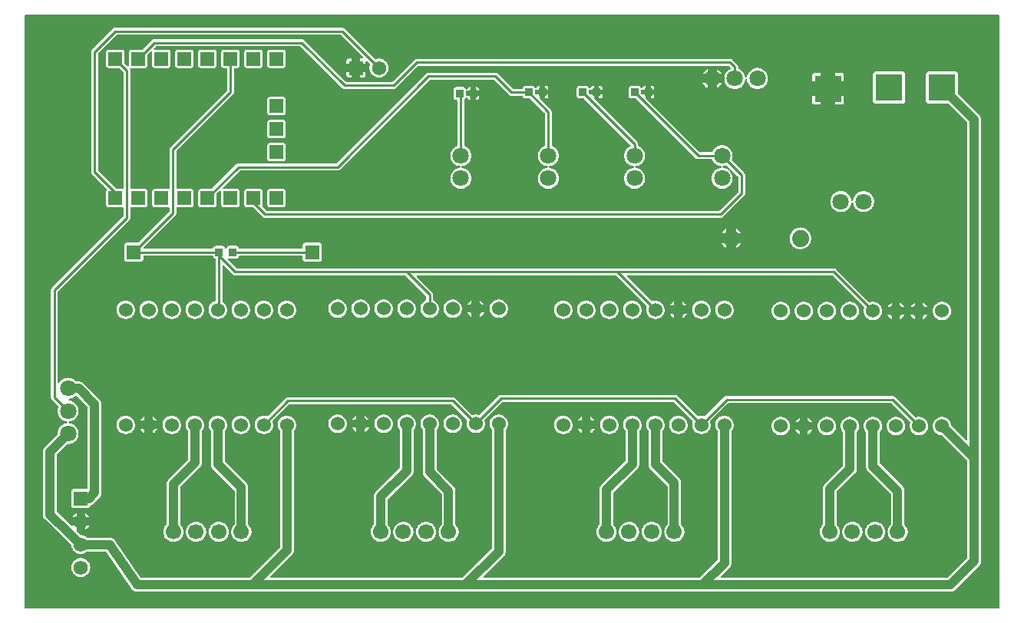
<source format=gtl>
G04 Layer: TopLayer*
G04 EasyEDA v6.5.22, 2023-02-28 18:31:49*
G04 0f5abc17f4e243e5a26b6cc200d52bdd,5d2348555bc34ac8837521f0f1db218d,10*
G04 Gerber Generator version 0.2*
G04 Scale: 100 percent, Rotated: No, Reflected: No *
G04 Dimensions in millimeters *
G04 leading zeros omitted , absolute positions ,4 integer and 5 decimal *
%FSLAX45Y45*%
%MOMM*%

%AMMACRO1*21,1,$1,$2,0,0,$3*%
%ADD10C,1.0000*%
%ADD11C,0.2540*%
%ADD12MACRO1,0.864X0.8065X-90.0000*%
%ADD13MACRO1,0.864X0.8065X90.0000*%
%ADD14R,1.5748X1.5748*%
%ADD15C,1.5748*%
%ADD16C,1.8000*%
%ADD17R,1.5000X1.5000*%
%ADD18C,1.7000*%
%ADD19C,1.8796*%
%ADD20C,1.5240*%
%ADD21R,3.0000X3.0000*%
%ADD22R,0.0137X3.0000*%

%LPD*%
G36*
X74168Y325882D02*
G01*
X70256Y326644D01*
X67005Y328879D01*
X64769Y332130D01*
X64008Y336042D01*
X64008Y6863842D01*
X64769Y6867753D01*
X67005Y6871004D01*
X70256Y6873240D01*
X74168Y6874002D01*
X10809732Y6874002D01*
X10813643Y6873240D01*
X10816894Y6871004D01*
X10819130Y6867753D01*
X10819892Y6863842D01*
X10819892Y336042D01*
X10819130Y332130D01*
X10816894Y328879D01*
X10813643Y326644D01*
X10809732Y325882D01*
G37*

%LPC*%
G36*
X7232650Y3527704D02*
G01*
X7232650Y3575050D01*
X7185304Y3575050D01*
X7191044Y3564585D01*
X7199122Y3553612D01*
X7208621Y3543808D01*
X7219340Y3535324D01*
X7231075Y3528364D01*
G37*
G36*
X3616451Y6332220D02*
G01*
X3675379Y6332220D01*
X3675379Y6391148D01*
X3642918Y6391148D01*
X3636619Y6390436D01*
X3631133Y6388506D01*
X3626256Y6385458D01*
X3622141Y6381343D01*
X3619093Y6376466D01*
X3617163Y6370980D01*
X3616451Y6364681D01*
G37*
G36*
X2770378Y6287211D02*
G01*
X2919222Y6287211D01*
X2925572Y6287922D01*
X2931007Y6289802D01*
X2935935Y6292900D01*
X2939999Y6296964D01*
X2943098Y6301892D01*
X2944977Y6307328D01*
X2945688Y6313678D01*
X2945688Y6462522D01*
X2944977Y6468872D01*
X2943098Y6474307D01*
X2939999Y6479235D01*
X2935935Y6483299D01*
X2931007Y6486398D01*
X2925572Y6488277D01*
X2919222Y6488988D01*
X2770378Y6488988D01*
X2764028Y6488277D01*
X2758592Y6486398D01*
X2753664Y6483299D01*
X2749600Y6479235D01*
X2746502Y6474307D01*
X2744622Y6468872D01*
X2743911Y6462522D01*
X2743911Y6313678D01*
X2744622Y6307328D01*
X2746502Y6301892D01*
X2749600Y6296964D01*
X2753664Y6292900D01*
X2758592Y6289802D01*
X2764028Y6287922D01*
G37*
G36*
X2516378Y6287211D02*
G01*
X2665222Y6287211D01*
X2671572Y6287922D01*
X2677007Y6289802D01*
X2681935Y6292900D01*
X2685999Y6296964D01*
X2689098Y6301892D01*
X2690977Y6307328D01*
X2691688Y6313678D01*
X2691688Y6462522D01*
X2690977Y6468872D01*
X2689098Y6474307D01*
X2685999Y6479235D01*
X2681935Y6483299D01*
X2677007Y6486398D01*
X2671572Y6488277D01*
X2665222Y6488988D01*
X2516378Y6488988D01*
X2510028Y6488277D01*
X2504592Y6486398D01*
X2499664Y6483299D01*
X2495600Y6479235D01*
X2492502Y6474307D01*
X2490622Y6468872D01*
X2489911Y6462522D01*
X2489911Y6313678D01*
X2490622Y6307328D01*
X2492502Y6301892D01*
X2495600Y6296964D01*
X2499664Y6292900D01*
X2504592Y6289802D01*
X2510028Y6287922D01*
G37*
G36*
X2008378Y6287211D02*
G01*
X2157222Y6287211D01*
X2163572Y6287922D01*
X2169007Y6289802D01*
X2173935Y6292900D01*
X2177999Y6296964D01*
X2181098Y6301892D01*
X2182977Y6307328D01*
X2183688Y6313678D01*
X2183688Y6462522D01*
X2182977Y6468872D01*
X2181098Y6474307D01*
X2177999Y6479235D01*
X2173935Y6483299D01*
X2169007Y6486398D01*
X2163572Y6488277D01*
X2157222Y6488988D01*
X2008378Y6488988D01*
X2002028Y6488277D01*
X1996592Y6486398D01*
X1991664Y6483299D01*
X1987600Y6479235D01*
X1984502Y6474307D01*
X1982622Y6468872D01*
X1981911Y6462522D01*
X1981911Y6313678D01*
X1982622Y6307328D01*
X1984502Y6301892D01*
X1987600Y6296964D01*
X1991664Y6292900D01*
X1996592Y6289802D01*
X2002028Y6287922D01*
G37*
G36*
X685800Y670052D02*
G01*
X699465Y670966D01*
X712876Y673658D01*
X725830Y678027D01*
X738124Y684072D01*
X749503Y691692D01*
X759764Y700735D01*
X768807Y710996D01*
X776427Y722376D01*
X782472Y734669D01*
X786841Y747623D01*
X789533Y761034D01*
X790448Y774700D01*
X789533Y788365D01*
X786841Y801776D01*
X782472Y814730D01*
X776427Y827024D01*
X768807Y838403D01*
X759764Y848664D01*
X749503Y857707D01*
X738124Y865327D01*
X725830Y871372D01*
X712876Y875741D01*
X699465Y878433D01*
X685800Y879348D01*
X672134Y878433D01*
X658723Y875741D01*
X645769Y871372D01*
X633476Y865327D01*
X622096Y857707D01*
X611835Y848664D01*
X602792Y838403D01*
X595172Y827024D01*
X589127Y814730D01*
X584758Y801776D01*
X582066Y788365D01*
X581152Y774700D01*
X582066Y761034D01*
X584758Y747623D01*
X589127Y734669D01*
X595172Y722376D01*
X602792Y710996D01*
X611835Y700735D01*
X622096Y691692D01*
X633476Y684072D01*
X645769Y678027D01*
X658723Y673658D01*
X672134Y670966D01*
G37*
G36*
X1754378Y6287211D02*
G01*
X1903222Y6287211D01*
X1909572Y6287922D01*
X1915007Y6289802D01*
X1919935Y6292900D01*
X1923999Y6296964D01*
X1927098Y6301892D01*
X1928977Y6307328D01*
X1929688Y6313678D01*
X1929688Y6462522D01*
X1928977Y6468872D01*
X1927098Y6474307D01*
X1923999Y6479235D01*
X1919935Y6483299D01*
X1915007Y6486398D01*
X1909572Y6488277D01*
X1903222Y6488988D01*
X1754378Y6488988D01*
X1748028Y6488277D01*
X1742592Y6486398D01*
X1737664Y6483299D01*
X1733600Y6479235D01*
X1730502Y6474307D01*
X1728622Y6468872D01*
X1727911Y6462522D01*
X1727911Y6313678D01*
X1728622Y6307328D01*
X1730502Y6301892D01*
X1733600Y6296964D01*
X1737664Y6292900D01*
X1742592Y6289802D01*
X1748028Y6287922D01*
G37*
G36*
X6729425Y1057554D02*
G01*
X6743649Y1058011D01*
X6757670Y1060297D01*
X6771284Y1064310D01*
X6784289Y1070102D01*
X6796430Y1077468D01*
X6807555Y1086307D01*
X6817410Y1096518D01*
X6825945Y1107897D01*
X6832904Y1120292D01*
X6838238Y1133449D01*
X6841845Y1147216D01*
X6843674Y1161288D01*
X6843674Y1175512D01*
X6841845Y1189583D01*
X6838238Y1203350D01*
X6832904Y1216507D01*
X6825945Y1228902D01*
X6817410Y1240282D01*
X6807555Y1250492D01*
X6796430Y1259332D01*
X6784289Y1266698D01*
X6771284Y1272438D01*
X6757670Y1276502D01*
X6743649Y1278788D01*
X6729425Y1279245D01*
X6715302Y1277874D01*
X6701434Y1274724D01*
X6688124Y1269796D01*
X6675526Y1263243D01*
X6663842Y1255115D01*
X6653326Y1245565D01*
X6644131Y1234744D01*
X6636359Y1222806D01*
X6630212Y1210005D01*
X6625742Y1196543D01*
X6622999Y1182573D01*
X6622135Y1168400D01*
X6622999Y1154226D01*
X6625742Y1140256D01*
X6630212Y1126794D01*
X6636359Y1113993D01*
X6644131Y1102055D01*
X6653326Y1091234D01*
X6663842Y1081684D01*
X6675526Y1073556D01*
X6688124Y1067003D01*
X6701434Y1062075D01*
X6715302Y1058926D01*
G37*
G36*
X4240225Y1057554D02*
G01*
X4254449Y1058011D01*
X4268470Y1060297D01*
X4282084Y1064310D01*
X4295089Y1070102D01*
X4307230Y1077468D01*
X4318355Y1086307D01*
X4328210Y1096518D01*
X4336745Y1107897D01*
X4343704Y1120292D01*
X4349038Y1133449D01*
X4352645Y1147216D01*
X4354474Y1161288D01*
X4354474Y1175512D01*
X4352645Y1189583D01*
X4349038Y1203350D01*
X4343704Y1216507D01*
X4336745Y1228902D01*
X4328210Y1240282D01*
X4318355Y1250492D01*
X4307230Y1259332D01*
X4295089Y1266698D01*
X4282084Y1272438D01*
X4268470Y1276502D01*
X4254449Y1278788D01*
X4240225Y1279245D01*
X4226102Y1277874D01*
X4212234Y1274724D01*
X4198924Y1269796D01*
X4186326Y1263243D01*
X4174642Y1255115D01*
X4164126Y1245565D01*
X4154932Y1234744D01*
X4147159Y1222806D01*
X4141012Y1210005D01*
X4136542Y1196543D01*
X4133799Y1182573D01*
X4132935Y1168400D01*
X4133799Y1154226D01*
X4136542Y1140256D01*
X4141012Y1126794D01*
X4147159Y1113993D01*
X4154932Y1102055D01*
X4164126Y1091234D01*
X4174642Y1081684D01*
X4186326Y1073556D01*
X4198924Y1067003D01*
X4212234Y1062075D01*
X4226102Y1058926D01*
G37*
G36*
X9193225Y1057554D02*
G01*
X9207449Y1058011D01*
X9221470Y1060297D01*
X9235084Y1064310D01*
X9248089Y1070102D01*
X9260230Y1077468D01*
X9271355Y1086307D01*
X9281210Y1096518D01*
X9289745Y1107897D01*
X9296704Y1120292D01*
X9302038Y1133449D01*
X9305645Y1147216D01*
X9307474Y1161288D01*
X9307474Y1175512D01*
X9305645Y1189583D01*
X9302038Y1203350D01*
X9296704Y1216507D01*
X9289745Y1228902D01*
X9281210Y1240282D01*
X9271355Y1250492D01*
X9260230Y1259332D01*
X9248089Y1266698D01*
X9235084Y1272438D01*
X9221470Y1276502D01*
X9207449Y1278788D01*
X9193225Y1279245D01*
X9179102Y1277874D01*
X9165234Y1274724D01*
X9151924Y1269796D01*
X9139326Y1263243D01*
X9127642Y1255115D01*
X9117126Y1245565D01*
X9107932Y1234744D01*
X9100159Y1222806D01*
X9094012Y1210005D01*
X9089542Y1196543D01*
X9086799Y1182573D01*
X9085935Y1168400D01*
X9086799Y1154226D01*
X9089542Y1140256D01*
X9094012Y1126794D01*
X9100159Y1113993D01*
X9107932Y1102055D01*
X9117126Y1091234D01*
X9127642Y1081684D01*
X9139326Y1073556D01*
X9151924Y1067003D01*
X9165234Y1062075D01*
X9179102Y1058926D01*
G37*
G36*
X9443262Y1057554D02*
G01*
X9457436Y1058011D01*
X9471456Y1060297D01*
X9485071Y1064310D01*
X9498076Y1070102D01*
X9510217Y1077468D01*
X9521342Y1086307D01*
X9531248Y1096518D01*
X9539732Y1107897D01*
X9546691Y1120292D01*
X9552025Y1133449D01*
X9555632Y1147216D01*
X9557461Y1161288D01*
X9557461Y1175512D01*
X9555632Y1189583D01*
X9552025Y1203350D01*
X9546691Y1216507D01*
X9539732Y1228902D01*
X9531248Y1240282D01*
X9521342Y1250492D01*
X9510217Y1259332D01*
X9498076Y1266698D01*
X9485071Y1272438D01*
X9471456Y1276502D01*
X9457436Y1278788D01*
X9443262Y1279245D01*
X9429089Y1277874D01*
X9415272Y1274724D01*
X9401911Y1269796D01*
X9389313Y1263243D01*
X9377680Y1255115D01*
X9367164Y1245565D01*
X9357918Y1234744D01*
X9350197Y1222806D01*
X9343999Y1210005D01*
X9339529Y1196543D01*
X9336836Y1182573D01*
X9335922Y1168400D01*
X9336836Y1154226D01*
X9339529Y1140256D01*
X9343999Y1126794D01*
X9350197Y1113993D01*
X9357918Y1102055D01*
X9367164Y1091234D01*
X9377680Y1081684D01*
X9389313Y1073556D01*
X9401911Y1067003D01*
X9415272Y1062075D01*
X9429089Y1058926D01*
G37*
G36*
X6979462Y1057554D02*
G01*
X6993636Y1058011D01*
X7007656Y1060297D01*
X7021271Y1064310D01*
X7034275Y1070102D01*
X7046417Y1077468D01*
X7057542Y1086307D01*
X7067448Y1096518D01*
X7075931Y1107897D01*
X7082891Y1120292D01*
X7088225Y1133449D01*
X7091832Y1147216D01*
X7093661Y1161288D01*
X7093661Y1175512D01*
X7091832Y1189583D01*
X7088225Y1203350D01*
X7082891Y1216507D01*
X7075931Y1228902D01*
X7067448Y1240282D01*
X7057542Y1250492D01*
X7046417Y1259332D01*
X7034275Y1266698D01*
X7021271Y1272438D01*
X7007656Y1276502D01*
X6993636Y1278788D01*
X6979462Y1279245D01*
X6965289Y1277874D01*
X6951472Y1274724D01*
X6938111Y1269796D01*
X6925513Y1263243D01*
X6913880Y1255115D01*
X6903364Y1245565D01*
X6894118Y1234744D01*
X6886397Y1222806D01*
X6880199Y1210005D01*
X6875729Y1196543D01*
X6873036Y1182573D01*
X6872122Y1168400D01*
X6873036Y1154226D01*
X6875729Y1140256D01*
X6880199Y1126794D01*
X6886397Y1113993D01*
X6894118Y1102055D01*
X6903364Y1091234D01*
X6913880Y1081684D01*
X6925513Y1073556D01*
X6938111Y1067003D01*
X6951472Y1062075D01*
X6965289Y1058926D01*
G37*
G36*
X4490262Y1057554D02*
G01*
X4504436Y1058011D01*
X4518456Y1060297D01*
X4532071Y1064310D01*
X4545076Y1070102D01*
X4557217Y1077468D01*
X4568342Y1086307D01*
X4578248Y1096518D01*
X4586732Y1107897D01*
X4593691Y1120292D01*
X4599025Y1133449D01*
X4602632Y1147216D01*
X4604461Y1161288D01*
X4604461Y1175512D01*
X4602632Y1189583D01*
X4599025Y1203350D01*
X4593691Y1216507D01*
X4586732Y1228902D01*
X4578248Y1240282D01*
X4568342Y1250492D01*
X4557217Y1259332D01*
X4545076Y1266698D01*
X4532071Y1272438D01*
X4518456Y1276502D01*
X4504436Y1278788D01*
X4490262Y1279245D01*
X4476089Y1277874D01*
X4462272Y1274724D01*
X4448911Y1269796D01*
X4436313Y1263243D01*
X4424680Y1255115D01*
X4414164Y1245565D01*
X4404918Y1234744D01*
X4397197Y1222806D01*
X4390999Y1210005D01*
X4386529Y1196543D01*
X4383836Y1182573D01*
X4382922Y1168400D01*
X4383836Y1154226D01*
X4386529Y1140256D01*
X4390999Y1126794D01*
X4397197Y1113993D01*
X4404918Y1102055D01*
X4414164Y1091234D01*
X4424680Y1081684D01*
X4436313Y1073556D01*
X4448911Y1067003D01*
X4462272Y1062075D01*
X4476089Y1058926D01*
G37*
G36*
X7229449Y1057554D02*
G01*
X7243673Y1058011D01*
X7257694Y1060297D01*
X7271308Y1064310D01*
X7284313Y1070102D01*
X7296454Y1077468D01*
X7307529Y1086307D01*
X7317435Y1096518D01*
X7325918Y1107897D01*
X7332929Y1120292D01*
X7338263Y1133449D01*
X7341819Y1147216D01*
X7343648Y1161288D01*
X7343648Y1175512D01*
X7341819Y1189583D01*
X7338263Y1203350D01*
X7332929Y1216507D01*
X7325918Y1228902D01*
X7317435Y1240282D01*
X7311796Y1246124D01*
X7309662Y1249375D01*
X7308900Y1253185D01*
X7308850Y1710436D01*
X7308037Y1719275D01*
X7307630Y1721713D01*
X7305497Y1730349D01*
X7304735Y1732686D01*
X7301331Y1740916D01*
X7300214Y1743100D01*
X7295642Y1750720D01*
X7294219Y1752701D01*
X7288530Y1759559D01*
X7101992Y1946148D01*
X7099757Y1949450D01*
X7098995Y1953361D01*
X7098995Y2277465D01*
X7099503Y2280666D01*
X7100976Y2283510D01*
X7109155Y2294585D01*
X7115708Y2306523D01*
X7120585Y2319274D01*
X7123785Y2332532D01*
X7125106Y2346096D01*
X7124649Y2359710D01*
X7122414Y2373172D01*
X7118350Y2386177D01*
X7112609Y2398572D01*
X7105294Y2410053D01*
X7096506Y2420467D01*
X7086346Y2429611D01*
X7075119Y2437333D01*
X7062978Y2443480D01*
X7050074Y2447950D01*
X7036714Y2450693D01*
X7023100Y2451608D01*
X7009485Y2450693D01*
X6996125Y2447950D01*
X6983222Y2443480D01*
X6971080Y2437333D01*
X6959853Y2429611D01*
X6949694Y2420467D01*
X6940905Y2410053D01*
X6933590Y2398572D01*
X6927850Y2386177D01*
X6923786Y2373172D01*
X6921550Y2359710D01*
X6921093Y2346096D01*
X6922414Y2332532D01*
X6925614Y2319274D01*
X6930491Y2306523D01*
X6937044Y2294585D01*
X6945223Y2283510D01*
X6946696Y2280666D01*
X6947204Y2277465D01*
X6947255Y1915058D01*
X6948068Y1906219D01*
X6948474Y1903780D01*
X6950608Y1895144D01*
X6951370Y1892807D01*
X6954774Y1884578D01*
X6955891Y1882393D01*
X6960514Y1874774D01*
X6967575Y1865934D01*
X7154113Y1679346D01*
X7156348Y1676044D01*
X7157110Y1672132D01*
X7157110Y1253439D01*
X7156246Y1249324D01*
X7153351Y1245565D01*
X7144156Y1234744D01*
X7136384Y1222806D01*
X7130237Y1210005D01*
X7125716Y1196543D01*
X7123023Y1182573D01*
X7122109Y1168400D01*
X7123023Y1154226D01*
X7125716Y1140256D01*
X7130237Y1126794D01*
X7136384Y1113993D01*
X7144156Y1102055D01*
X7153351Y1091234D01*
X7163866Y1081684D01*
X7175500Y1073556D01*
X7188098Y1067003D01*
X7201458Y1062075D01*
X7215327Y1058926D01*
G37*
G36*
X4740249Y1057554D02*
G01*
X4754473Y1058011D01*
X4768494Y1060297D01*
X4782108Y1064310D01*
X4795113Y1070102D01*
X4807254Y1077468D01*
X4818329Y1086307D01*
X4828235Y1096518D01*
X4836718Y1107897D01*
X4843729Y1120292D01*
X4849063Y1133449D01*
X4852619Y1147216D01*
X4854448Y1161288D01*
X4854448Y1175512D01*
X4852619Y1189583D01*
X4849063Y1203350D01*
X4843729Y1216507D01*
X4836718Y1228902D01*
X4828235Y1240282D01*
X4822494Y1246225D01*
X4820361Y1249476D01*
X4819599Y1253286D01*
X4819548Y1621637D01*
X4818735Y1630476D01*
X4818329Y1632915D01*
X4816195Y1641551D01*
X4815433Y1643888D01*
X4812030Y1652117D01*
X4810912Y1654302D01*
X4806289Y1661922D01*
X4799228Y1670761D01*
X4612792Y1857248D01*
X4610557Y1860550D01*
X4609795Y1864461D01*
X4609795Y2290165D01*
X4610303Y2293366D01*
X4611776Y2296210D01*
X4619955Y2307285D01*
X4626508Y2319223D01*
X4631385Y2331974D01*
X4634585Y2345232D01*
X4635906Y2358796D01*
X4635449Y2372410D01*
X4633214Y2385872D01*
X4629150Y2398877D01*
X4623409Y2411272D01*
X4616094Y2422753D01*
X4607306Y2433167D01*
X4597146Y2442311D01*
X4585919Y2450033D01*
X4573778Y2456180D01*
X4560874Y2460650D01*
X4547514Y2463393D01*
X4533900Y2464308D01*
X4520285Y2463393D01*
X4506925Y2460650D01*
X4494022Y2456180D01*
X4481880Y2450033D01*
X4470654Y2442311D01*
X4460494Y2433167D01*
X4451705Y2422753D01*
X4444390Y2411272D01*
X4438650Y2398877D01*
X4434586Y2385872D01*
X4432350Y2372410D01*
X4431893Y2358796D01*
X4433214Y2345232D01*
X4436414Y2331974D01*
X4441291Y2319223D01*
X4447844Y2307285D01*
X4456023Y2296210D01*
X4457496Y2293366D01*
X4458004Y2290165D01*
X4458055Y1826158D01*
X4458868Y1817319D01*
X4459274Y1814880D01*
X4461408Y1806244D01*
X4462170Y1803907D01*
X4465574Y1795678D01*
X4466691Y1793493D01*
X4471314Y1785874D01*
X4478375Y1777034D01*
X4664811Y1590548D01*
X4667046Y1587246D01*
X4667808Y1583334D01*
X4667808Y1253337D01*
X4666945Y1249222D01*
X4664151Y1245565D01*
X4654956Y1234744D01*
X4647184Y1222806D01*
X4641037Y1210005D01*
X4636516Y1196543D01*
X4633823Y1182573D01*
X4632909Y1168400D01*
X4633823Y1154226D01*
X4636516Y1140256D01*
X4641037Y1126794D01*
X4647184Y1113993D01*
X4654956Y1102055D01*
X4664151Y1091234D01*
X4674666Y1081684D01*
X4686300Y1073556D01*
X4698898Y1067003D01*
X4712258Y1062075D01*
X4726127Y1058926D01*
G37*
G36*
X8943238Y1057554D02*
G01*
X8957462Y1058011D01*
X8971483Y1060297D01*
X8985097Y1064310D01*
X8998102Y1070102D01*
X9010243Y1077468D01*
X9021368Y1086307D01*
X9031224Y1096518D01*
X9039707Y1107897D01*
X9046718Y1120292D01*
X9052052Y1133449D01*
X9055658Y1147216D01*
X9057436Y1161288D01*
X9057436Y1175512D01*
X9055658Y1189583D01*
X9052052Y1203350D01*
X9046718Y1216507D01*
X9039707Y1228902D01*
X9031224Y1240282D01*
X9025686Y1246022D01*
X9023553Y1249273D01*
X9022791Y1253083D01*
X9022791Y1608734D01*
X9023553Y1612646D01*
X9025788Y1615948D01*
X9224924Y1815134D01*
X9231985Y1823974D01*
X9236608Y1831593D01*
X9237726Y1833778D01*
X9241129Y1842007D01*
X9241891Y1844344D01*
X9244025Y1852980D01*
X9244431Y1855419D01*
X9245244Y1864258D01*
X9245295Y2264765D01*
X9245803Y2267966D01*
X9247276Y2270810D01*
X9255455Y2281885D01*
X9262008Y2293823D01*
X9266885Y2306574D01*
X9270085Y2319832D01*
X9271406Y2333396D01*
X9270949Y2347010D01*
X9268714Y2360472D01*
X9264650Y2373477D01*
X9258909Y2385872D01*
X9251594Y2397353D01*
X9242806Y2407767D01*
X9232646Y2416911D01*
X9221419Y2424633D01*
X9209278Y2430780D01*
X9196374Y2435250D01*
X9183014Y2437993D01*
X9169400Y2438908D01*
X9155785Y2437993D01*
X9142425Y2435250D01*
X9129522Y2430780D01*
X9117380Y2424633D01*
X9106154Y2416911D01*
X9095994Y2407767D01*
X9087205Y2397353D01*
X9079890Y2385872D01*
X9074150Y2373477D01*
X9070086Y2360472D01*
X9067850Y2347010D01*
X9067393Y2333396D01*
X9068714Y2319832D01*
X9071914Y2306574D01*
X9076791Y2293823D01*
X9083344Y2281885D01*
X9091523Y2270810D01*
X9092996Y2267966D01*
X9093504Y2264765D01*
X9093504Y1902561D01*
X9092742Y1898650D01*
X9090507Y1895348D01*
X8891371Y1696161D01*
X8884310Y1687322D01*
X8879687Y1679702D01*
X8878570Y1677517D01*
X8875166Y1669288D01*
X8874404Y1666951D01*
X8872270Y1658315D01*
X8871864Y1655876D01*
X8871051Y1647037D01*
X8871000Y1253540D01*
X8870137Y1249426D01*
X8867140Y1245565D01*
X8857945Y1234744D01*
X8850172Y1222806D01*
X8844026Y1210005D01*
X8839555Y1196543D01*
X8836812Y1182573D01*
X8835898Y1168400D01*
X8836812Y1154226D01*
X8839555Y1140256D01*
X8844026Y1126794D01*
X8850172Y1113993D01*
X8857945Y1102055D01*
X8867140Y1091234D01*
X8877655Y1081684D01*
X8889339Y1073556D01*
X8901938Y1067003D01*
X8915247Y1062075D01*
X8929116Y1058926D01*
G37*
G36*
X9693249Y1057554D02*
G01*
X9707473Y1058011D01*
X9721494Y1060297D01*
X9735108Y1064310D01*
X9748113Y1070102D01*
X9760254Y1077468D01*
X9771329Y1086307D01*
X9781235Y1096518D01*
X9789718Y1107897D01*
X9796729Y1120292D01*
X9802063Y1133449D01*
X9805619Y1147216D01*
X9807448Y1161288D01*
X9807448Y1175512D01*
X9805619Y1189583D01*
X9802063Y1203350D01*
X9796729Y1216507D01*
X9789718Y1228902D01*
X9781235Y1240282D01*
X9775596Y1246124D01*
X9773462Y1249375D01*
X9772700Y1253185D01*
X9772650Y1621536D01*
X9771837Y1630375D01*
X9771430Y1632813D01*
X9769297Y1641449D01*
X9768535Y1643786D01*
X9765131Y1652016D01*
X9764014Y1654200D01*
X9759442Y1661820D01*
X9758019Y1663801D01*
X9752330Y1670659D01*
X9502292Y1920748D01*
X9500057Y1924050D01*
X9499295Y1927961D01*
X9499295Y2264765D01*
X9499803Y2267966D01*
X9501276Y2270810D01*
X9509455Y2281885D01*
X9516008Y2293823D01*
X9520885Y2306574D01*
X9524085Y2319832D01*
X9525406Y2333396D01*
X9524949Y2347010D01*
X9522714Y2360472D01*
X9518650Y2373477D01*
X9512909Y2385872D01*
X9505594Y2397353D01*
X9496806Y2407767D01*
X9486646Y2416911D01*
X9475419Y2424633D01*
X9463278Y2430780D01*
X9450374Y2435250D01*
X9437014Y2437993D01*
X9423400Y2438908D01*
X9409785Y2437993D01*
X9396425Y2435250D01*
X9383522Y2430780D01*
X9371380Y2424633D01*
X9360154Y2416911D01*
X9349994Y2407767D01*
X9341205Y2397353D01*
X9333890Y2385872D01*
X9328150Y2373477D01*
X9324086Y2360472D01*
X9321850Y2347010D01*
X9321393Y2333396D01*
X9322714Y2319832D01*
X9325914Y2306574D01*
X9330791Y2293823D01*
X9337344Y2281885D01*
X9345523Y2270810D01*
X9346996Y2267966D01*
X9347504Y2264765D01*
X9347555Y1889658D01*
X9348368Y1880819D01*
X9348774Y1878380D01*
X9350908Y1869744D01*
X9351670Y1867407D01*
X9355074Y1859178D01*
X9356191Y1856993D01*
X9360814Y1849374D01*
X9367875Y1840534D01*
X9617913Y1590446D01*
X9620148Y1587144D01*
X9620910Y1583232D01*
X9620910Y1253439D01*
X9620046Y1249324D01*
X9617151Y1245565D01*
X9607956Y1234744D01*
X9600184Y1222806D01*
X9594037Y1210005D01*
X9589516Y1196543D01*
X9586823Y1182573D01*
X9585909Y1168400D01*
X9586823Y1154226D01*
X9589516Y1140256D01*
X9594037Y1126794D01*
X9600184Y1113993D01*
X9607956Y1102055D01*
X9617151Y1091234D01*
X9627666Y1081684D01*
X9639300Y1073556D01*
X9651898Y1067003D01*
X9665258Y1062075D01*
X9679127Y1058926D01*
G37*
G36*
X6479438Y1057554D02*
G01*
X6493662Y1058011D01*
X6507683Y1060297D01*
X6521297Y1064310D01*
X6534302Y1070102D01*
X6546443Y1077468D01*
X6557568Y1086307D01*
X6567424Y1096518D01*
X6575907Y1107897D01*
X6582918Y1120292D01*
X6588252Y1133449D01*
X6591858Y1147216D01*
X6593636Y1161288D01*
X6593636Y1175512D01*
X6591858Y1189583D01*
X6588252Y1203350D01*
X6582918Y1216507D01*
X6575907Y1228902D01*
X6567424Y1240282D01*
X6561886Y1246022D01*
X6559753Y1249273D01*
X6558991Y1253083D01*
X6558991Y1596034D01*
X6559753Y1599946D01*
X6561988Y1603248D01*
X6824624Y1865934D01*
X6831685Y1874774D01*
X6836308Y1882393D01*
X6837425Y1884578D01*
X6840829Y1892807D01*
X6841591Y1895144D01*
X6843725Y1903780D01*
X6844131Y1906219D01*
X6844944Y1915058D01*
X6844995Y2277465D01*
X6845503Y2280666D01*
X6846976Y2283510D01*
X6855155Y2294585D01*
X6861708Y2306523D01*
X6866585Y2319274D01*
X6869785Y2332532D01*
X6871106Y2346096D01*
X6870649Y2359710D01*
X6868414Y2373172D01*
X6864350Y2386177D01*
X6858609Y2398572D01*
X6851294Y2410053D01*
X6842506Y2420467D01*
X6832346Y2429611D01*
X6821119Y2437333D01*
X6808978Y2443480D01*
X6796074Y2447950D01*
X6782714Y2450693D01*
X6769100Y2451608D01*
X6755485Y2450693D01*
X6742125Y2447950D01*
X6729222Y2443480D01*
X6717080Y2437333D01*
X6705853Y2429611D01*
X6695694Y2420467D01*
X6686905Y2410053D01*
X6679590Y2398572D01*
X6673850Y2386177D01*
X6669786Y2373172D01*
X6667550Y2359710D01*
X6667093Y2346096D01*
X6668414Y2332532D01*
X6671614Y2319274D01*
X6676491Y2306523D01*
X6683044Y2294585D01*
X6691223Y2283510D01*
X6692696Y2280666D01*
X6693204Y2277465D01*
X6693204Y1953361D01*
X6692442Y1949450D01*
X6690207Y1946148D01*
X6427571Y1683461D01*
X6420510Y1674622D01*
X6415887Y1667002D01*
X6414770Y1664817D01*
X6411366Y1656588D01*
X6410604Y1654251D01*
X6408470Y1645615D01*
X6408064Y1643176D01*
X6407251Y1634337D01*
X6407200Y1253540D01*
X6406337Y1249426D01*
X6403340Y1245565D01*
X6394145Y1234744D01*
X6386372Y1222806D01*
X6380226Y1210005D01*
X6375755Y1196543D01*
X6373012Y1182573D01*
X6372098Y1168400D01*
X6373012Y1154226D01*
X6375755Y1140256D01*
X6380226Y1126794D01*
X6386372Y1113993D01*
X6394145Y1102055D01*
X6403340Y1091234D01*
X6413855Y1081684D01*
X6425539Y1073556D01*
X6438138Y1067003D01*
X6451447Y1062075D01*
X6465316Y1058926D01*
G37*
G36*
X3990238Y1057554D02*
G01*
X4004462Y1058011D01*
X4018483Y1060297D01*
X4032097Y1064310D01*
X4045102Y1070102D01*
X4057243Y1077468D01*
X4068368Y1086307D01*
X4078224Y1096518D01*
X4086707Y1107897D01*
X4093718Y1120292D01*
X4099051Y1133449D01*
X4102658Y1147216D01*
X4104436Y1161288D01*
X4104436Y1175512D01*
X4102658Y1189583D01*
X4099051Y1203350D01*
X4093718Y1216507D01*
X4086707Y1228902D01*
X4078224Y1240282D01*
X4072686Y1246022D01*
X4070553Y1249273D01*
X4069791Y1253083D01*
X4069791Y1519834D01*
X4070553Y1523746D01*
X4072788Y1527048D01*
X4335424Y1789734D01*
X4342485Y1798574D01*
X4347108Y1806193D01*
X4348226Y1808378D01*
X4351629Y1816607D01*
X4352391Y1818944D01*
X4354525Y1827580D01*
X4354931Y1830019D01*
X4355744Y1838858D01*
X4355795Y2290165D01*
X4356303Y2293366D01*
X4357776Y2296210D01*
X4365955Y2307285D01*
X4372508Y2319223D01*
X4377385Y2331974D01*
X4380585Y2345232D01*
X4381906Y2358796D01*
X4381449Y2372410D01*
X4379214Y2385872D01*
X4375150Y2398877D01*
X4369409Y2411272D01*
X4362094Y2422753D01*
X4353306Y2433167D01*
X4343146Y2442311D01*
X4331919Y2450033D01*
X4319778Y2456180D01*
X4306874Y2460650D01*
X4293514Y2463393D01*
X4279900Y2464308D01*
X4266285Y2463393D01*
X4252925Y2460650D01*
X4240022Y2456180D01*
X4227880Y2450033D01*
X4216654Y2442311D01*
X4206494Y2433167D01*
X4197705Y2422753D01*
X4190390Y2411272D01*
X4184650Y2398877D01*
X4180586Y2385872D01*
X4178350Y2372410D01*
X4177893Y2358796D01*
X4179214Y2345232D01*
X4182414Y2331974D01*
X4187291Y2319223D01*
X4193844Y2307285D01*
X4202023Y2296210D01*
X4203496Y2293366D01*
X4204004Y2290165D01*
X4204004Y1877161D01*
X4203242Y1873250D01*
X4201007Y1869948D01*
X3938371Y1607261D01*
X3931310Y1598422D01*
X3926687Y1590802D01*
X3925570Y1588617D01*
X3922166Y1580388D01*
X3921404Y1578051D01*
X3919270Y1569415D01*
X3918864Y1566976D01*
X3918051Y1558137D01*
X3918000Y1253540D01*
X3917137Y1249426D01*
X3914140Y1245565D01*
X3904945Y1234744D01*
X3897172Y1222806D01*
X3891026Y1210005D01*
X3886555Y1196543D01*
X3883812Y1182573D01*
X3882898Y1168400D01*
X3883812Y1154226D01*
X3886555Y1140256D01*
X3891026Y1126794D01*
X3897172Y1113993D01*
X3904945Y1102055D01*
X3914140Y1091234D01*
X3924655Y1081684D01*
X3936339Y1073556D01*
X3948937Y1067003D01*
X3962247Y1062075D01*
X3976115Y1058926D01*
G37*
G36*
X1954123Y1057656D02*
G01*
X1968347Y1058113D01*
X1982368Y1060399D01*
X1995982Y1064412D01*
X2008987Y1070203D01*
X2021128Y1077569D01*
X2032254Y1086408D01*
X2042109Y1096619D01*
X2050643Y1107998D01*
X2057603Y1120394D01*
X2062937Y1133551D01*
X2066543Y1147318D01*
X2068372Y1161389D01*
X2068372Y1175613D01*
X2066543Y1189685D01*
X2062937Y1203452D01*
X2057603Y1216609D01*
X2050643Y1229004D01*
X2042109Y1240383D01*
X2032254Y1250594D01*
X2021128Y1259433D01*
X2008987Y1266799D01*
X1995982Y1272540D01*
X1982368Y1276604D01*
X1968347Y1278890D01*
X1954123Y1279296D01*
X1940001Y1277975D01*
X1926132Y1274775D01*
X1912823Y1269898D01*
X1900224Y1263294D01*
X1888540Y1255166D01*
X1878025Y1245616D01*
X1868830Y1234795D01*
X1861057Y1222908D01*
X1854911Y1210106D01*
X1850440Y1196594D01*
X1847697Y1182674D01*
X1846783Y1168501D01*
X1847697Y1154328D01*
X1850440Y1140358D01*
X1854911Y1126896D01*
X1861057Y1114094D01*
X1868830Y1102156D01*
X1878025Y1091336D01*
X1888540Y1081786D01*
X1900224Y1073658D01*
X1912823Y1067104D01*
X1926132Y1062177D01*
X1940001Y1059027D01*
G37*
G36*
X2204161Y1057656D02*
G01*
X2218334Y1058113D01*
X2232355Y1060399D01*
X2245969Y1064412D01*
X2258974Y1070203D01*
X2271115Y1077569D01*
X2282240Y1086408D01*
X2292146Y1096619D01*
X2300630Y1107998D01*
X2307590Y1120394D01*
X2312924Y1133551D01*
X2316530Y1147318D01*
X2318359Y1161389D01*
X2318359Y1175613D01*
X2316530Y1189685D01*
X2312924Y1203452D01*
X2307590Y1216609D01*
X2300630Y1229004D01*
X2292146Y1240383D01*
X2282240Y1250594D01*
X2271115Y1259433D01*
X2258974Y1266799D01*
X2245969Y1272540D01*
X2232355Y1276604D01*
X2218334Y1278890D01*
X2204161Y1279296D01*
X2189988Y1277975D01*
X2176119Y1274775D01*
X2162810Y1269898D01*
X2150211Y1263294D01*
X2138578Y1255166D01*
X2128012Y1245616D01*
X2118817Y1234795D01*
X2111095Y1222908D01*
X2104898Y1210106D01*
X2100427Y1196594D01*
X2097735Y1182674D01*
X2096820Y1168501D01*
X2097735Y1154328D01*
X2100427Y1140358D01*
X2104898Y1126896D01*
X2111095Y1114094D01*
X2118817Y1102156D01*
X2128012Y1091336D01*
X2138578Y1081786D01*
X2150211Y1073658D01*
X2162810Y1067104D01*
X2176119Y1062177D01*
X2189988Y1059027D01*
G37*
G36*
X1704136Y1057656D02*
G01*
X1718360Y1058113D01*
X1732381Y1060399D01*
X1745996Y1064412D01*
X1759000Y1070203D01*
X1771142Y1077569D01*
X1782267Y1086408D01*
X1792122Y1096619D01*
X1800606Y1107998D01*
X1807616Y1120394D01*
X1812950Y1133551D01*
X1816557Y1147318D01*
X1818335Y1161389D01*
X1818335Y1175613D01*
X1816557Y1189685D01*
X1812950Y1203452D01*
X1807616Y1216609D01*
X1800606Y1229004D01*
X1792122Y1240383D01*
X1786483Y1246225D01*
X1784350Y1249476D01*
X1783588Y1253286D01*
X1783588Y1659331D01*
X1784350Y1663242D01*
X1786585Y1666544D01*
X1998624Y1878634D01*
X2005685Y1887474D01*
X2010308Y1895093D01*
X2011425Y1897278D01*
X2014829Y1905507D01*
X2015591Y1907844D01*
X2017725Y1916480D01*
X2018131Y1918919D01*
X2018944Y1927758D01*
X2018995Y2277465D01*
X2019503Y2280666D01*
X2020976Y2283510D01*
X2029155Y2294585D01*
X2035708Y2306523D01*
X2040585Y2319274D01*
X2043785Y2332532D01*
X2045106Y2346096D01*
X2044649Y2359710D01*
X2042414Y2373172D01*
X2038350Y2386177D01*
X2032609Y2398572D01*
X2025294Y2410053D01*
X2016506Y2420467D01*
X2006346Y2429611D01*
X1995119Y2437333D01*
X1982978Y2443480D01*
X1970074Y2447950D01*
X1956714Y2450693D01*
X1943100Y2451608D01*
X1929485Y2450693D01*
X1916125Y2447950D01*
X1903222Y2443480D01*
X1891080Y2437333D01*
X1879854Y2429611D01*
X1869693Y2420467D01*
X1860905Y2410053D01*
X1853590Y2398572D01*
X1847850Y2386177D01*
X1843786Y2373172D01*
X1841550Y2359710D01*
X1841093Y2346096D01*
X1842414Y2332532D01*
X1845614Y2319274D01*
X1850491Y2306523D01*
X1857044Y2294585D01*
X1865223Y2283510D01*
X1866696Y2280666D01*
X1867204Y2277465D01*
X1867204Y1966061D01*
X1866442Y1962150D01*
X1864207Y1958848D01*
X1652168Y1746757D01*
X1645107Y1737918D01*
X1640484Y1730298D01*
X1639366Y1728114D01*
X1635963Y1719884D01*
X1635201Y1717548D01*
X1633067Y1708912D01*
X1632661Y1706473D01*
X1631848Y1697634D01*
X1631797Y1253540D01*
X1630933Y1249426D01*
X1628038Y1245616D01*
X1618843Y1234795D01*
X1611071Y1222908D01*
X1604924Y1210106D01*
X1600454Y1196594D01*
X1597710Y1182674D01*
X1596796Y1168501D01*
X1597710Y1154328D01*
X1600454Y1140358D01*
X1604924Y1126896D01*
X1611071Y1114094D01*
X1618843Y1102156D01*
X1628038Y1091336D01*
X1638554Y1081786D01*
X1650187Y1073658D01*
X1662785Y1067104D01*
X1676146Y1062177D01*
X1690014Y1059027D01*
G37*
G36*
X2454148Y1057656D02*
G01*
X2468321Y1058113D01*
X2482392Y1060399D01*
X2496007Y1064412D01*
X2508961Y1070203D01*
X2521153Y1077569D01*
X2532227Y1086408D01*
X2542133Y1096619D01*
X2550617Y1107998D01*
X2557576Y1120394D01*
X2562910Y1133551D01*
X2566517Y1147318D01*
X2568346Y1161389D01*
X2568346Y1175613D01*
X2566517Y1189685D01*
X2562910Y1203452D01*
X2557576Y1216609D01*
X2550617Y1229004D01*
X2542133Y1240383D01*
X2536494Y1246225D01*
X2534361Y1249476D01*
X2533599Y1253286D01*
X2533548Y1659737D01*
X2532735Y1668576D01*
X2532329Y1671015D01*
X2530195Y1679651D01*
X2529433Y1681988D01*
X2526030Y1690217D01*
X2524912Y1692402D01*
X2520289Y1700022D01*
X2513228Y1708861D01*
X2275992Y1946148D01*
X2273757Y1949450D01*
X2272995Y1953361D01*
X2272995Y2277465D01*
X2273503Y2280666D01*
X2274976Y2283510D01*
X2283155Y2294585D01*
X2289708Y2306523D01*
X2294585Y2319274D01*
X2297785Y2332532D01*
X2299106Y2346096D01*
X2298649Y2359710D01*
X2296414Y2373172D01*
X2292350Y2386177D01*
X2286609Y2398572D01*
X2279294Y2410053D01*
X2270506Y2420467D01*
X2260346Y2429611D01*
X2249119Y2437333D01*
X2236978Y2443480D01*
X2224074Y2447950D01*
X2210714Y2450693D01*
X2197100Y2451608D01*
X2183485Y2450693D01*
X2170125Y2447950D01*
X2157222Y2443480D01*
X2145080Y2437333D01*
X2133854Y2429611D01*
X2123694Y2420467D01*
X2114905Y2410053D01*
X2107590Y2398572D01*
X2101850Y2386177D01*
X2097786Y2373172D01*
X2095550Y2359710D01*
X2095093Y2346096D01*
X2096414Y2332532D01*
X2099614Y2319274D01*
X2104491Y2306523D01*
X2111044Y2294585D01*
X2119223Y2283510D01*
X2120696Y2280666D01*
X2121204Y2277465D01*
X2121255Y1915058D01*
X2122068Y1906219D01*
X2122474Y1903780D01*
X2124608Y1895144D01*
X2125370Y1892807D01*
X2128774Y1884578D01*
X2129891Y1882393D01*
X2134514Y1874774D01*
X2141575Y1865934D01*
X2378811Y1628648D01*
X2381046Y1625346D01*
X2381808Y1621434D01*
X2381808Y1253540D01*
X2380945Y1249426D01*
X2378049Y1245616D01*
X2368804Y1234795D01*
X2361082Y1222908D01*
X2354935Y1210106D01*
X2350414Y1196594D01*
X2347722Y1182674D01*
X2346807Y1168501D01*
X2347722Y1154328D01*
X2350414Y1140358D01*
X2354935Y1126896D01*
X2361082Y1114094D01*
X2368804Y1102156D01*
X2378049Y1091336D01*
X2388565Y1081786D01*
X2400198Y1073658D01*
X2412796Y1067104D01*
X2426157Y1062177D01*
X2439974Y1059027D01*
G37*
G36*
X731520Y1188821D02*
G01*
X738124Y1192072D01*
X749503Y1199692D01*
X759764Y1208735D01*
X768807Y1218996D01*
X776427Y1230376D01*
X779678Y1236980D01*
X731520Y1236980D01*
G37*
G36*
X731520Y1328420D02*
G01*
X779678Y1328420D01*
X776427Y1335024D01*
X768807Y1346403D01*
X759764Y1356664D01*
X749503Y1365707D01*
X738124Y1373327D01*
X731520Y1376578D01*
G37*
G36*
X591921Y1328420D02*
G01*
X640080Y1328420D01*
X640080Y1376578D01*
X633476Y1373327D01*
X622096Y1365707D01*
X611835Y1356664D01*
X602792Y1346403D01*
X595172Y1335024D01*
G37*
G36*
X7700721Y6223558D02*
G01*
X7753045Y6223558D01*
X7750962Y6228029D01*
X7743139Y6240322D01*
X7733842Y6251549D01*
X7723276Y6261506D01*
X7711490Y6270040D01*
X7700721Y6275933D01*
G37*
G36*
X7545730Y6223558D02*
G01*
X7598054Y6223558D01*
X7598054Y6275933D01*
X7587284Y6270040D01*
X7575499Y6261506D01*
X7564932Y6251549D01*
X7555636Y6240322D01*
X7547813Y6228029D01*
G37*
G36*
X3642918Y6181852D02*
G01*
X3675379Y6181852D01*
X3675379Y6240780D01*
X3616451Y6240780D01*
X3616451Y6208318D01*
X3617163Y6202019D01*
X3619093Y6196533D01*
X3622141Y6191656D01*
X3626256Y6187541D01*
X3631133Y6184493D01*
X3636619Y6182563D01*
G37*
G36*
X9670592Y2234946D02*
G01*
X9684207Y2234946D01*
X9697720Y2236774D01*
X9710877Y2240381D01*
X9723424Y2245664D01*
X9735159Y2252624D01*
X9745878Y2261108D01*
X9755378Y2270912D01*
X9763455Y2281885D01*
X9770008Y2293823D01*
X9774885Y2306574D01*
X9778085Y2319832D01*
X9779406Y2333396D01*
X9778949Y2347010D01*
X9776714Y2360472D01*
X9772650Y2373477D01*
X9766909Y2385872D01*
X9759594Y2397353D01*
X9750806Y2407767D01*
X9740646Y2416911D01*
X9729419Y2424633D01*
X9717278Y2430780D01*
X9704374Y2435250D01*
X9691014Y2437993D01*
X9677400Y2438908D01*
X9663785Y2437993D01*
X9650425Y2435250D01*
X9637522Y2430780D01*
X9625380Y2424633D01*
X9614154Y2416911D01*
X9603994Y2407767D01*
X9595205Y2397353D01*
X9587890Y2385872D01*
X9582150Y2373477D01*
X9578086Y2360472D01*
X9575850Y2347010D01*
X9575393Y2333396D01*
X9576714Y2319832D01*
X9579914Y2306574D01*
X9584791Y2293823D01*
X9591344Y2281885D01*
X9599422Y2270912D01*
X9608921Y2261108D01*
X9619640Y2252624D01*
X9631375Y2245664D01*
X9643922Y2240381D01*
X9657080Y2236774D01*
G37*
G36*
X8400592Y2234946D02*
G01*
X8414207Y2234946D01*
X8427720Y2236774D01*
X8440877Y2240381D01*
X8453424Y2245664D01*
X8465159Y2252624D01*
X8475878Y2261108D01*
X8485378Y2270912D01*
X8493455Y2281885D01*
X8500008Y2293823D01*
X8504885Y2306574D01*
X8508085Y2319832D01*
X8509406Y2333396D01*
X8508949Y2347010D01*
X8506714Y2360472D01*
X8502650Y2373477D01*
X8496909Y2385872D01*
X8489594Y2397353D01*
X8480806Y2407767D01*
X8470646Y2416911D01*
X8459419Y2424633D01*
X8447278Y2430780D01*
X8434374Y2435250D01*
X8421014Y2437993D01*
X8407400Y2438908D01*
X8393785Y2437993D01*
X8380425Y2435250D01*
X8367522Y2430780D01*
X8355380Y2424633D01*
X8344153Y2416911D01*
X8333994Y2407767D01*
X8325205Y2397353D01*
X8317890Y2385872D01*
X8312150Y2373477D01*
X8308086Y2360472D01*
X8305850Y2347010D01*
X8305393Y2333396D01*
X8306714Y2319832D01*
X8309914Y2306574D01*
X8314791Y2293823D01*
X8321344Y2281885D01*
X8329422Y2270912D01*
X8338921Y2261108D01*
X8349640Y2252624D01*
X8361375Y2245664D01*
X8373922Y2240381D01*
X8387080Y2236774D01*
G37*
G36*
X8908592Y2234946D02*
G01*
X8922207Y2234946D01*
X8935720Y2236774D01*
X8948877Y2240381D01*
X8961424Y2245664D01*
X8973159Y2252624D01*
X8983878Y2261108D01*
X8993378Y2270912D01*
X9001455Y2281885D01*
X9008008Y2293823D01*
X9012885Y2306574D01*
X9016085Y2319832D01*
X9017406Y2333396D01*
X9016949Y2347010D01*
X9014714Y2360472D01*
X9010650Y2373477D01*
X9004909Y2385872D01*
X8997594Y2397353D01*
X8988806Y2407767D01*
X8978646Y2416911D01*
X8967419Y2424633D01*
X8955278Y2430780D01*
X8942374Y2435250D01*
X8929014Y2437993D01*
X8915400Y2438908D01*
X8901785Y2437993D01*
X8888425Y2435250D01*
X8875522Y2430780D01*
X8863380Y2424633D01*
X8852154Y2416911D01*
X8841994Y2407767D01*
X8833205Y2397353D01*
X8825890Y2385872D01*
X8820150Y2373477D01*
X8816086Y2360472D01*
X8813850Y2347010D01*
X8813393Y2333396D01*
X8814714Y2319832D01*
X8817914Y2306574D01*
X8822791Y2293823D01*
X8829344Y2281885D01*
X8837422Y2270912D01*
X8846921Y2261108D01*
X8857640Y2252624D01*
X8869375Y2245664D01*
X8881922Y2240381D01*
X8895080Y2236774D01*
G37*
G36*
X9924592Y2234946D02*
G01*
X9938207Y2234946D01*
X9951720Y2236774D01*
X9964877Y2240381D01*
X9977424Y2245664D01*
X9989159Y2252624D01*
X9999878Y2261108D01*
X10009378Y2270912D01*
X10017455Y2281885D01*
X10024008Y2293823D01*
X10028885Y2306574D01*
X10032085Y2319832D01*
X10033406Y2333396D01*
X10032949Y2347010D01*
X10030714Y2360472D01*
X10026650Y2373477D01*
X10020909Y2385872D01*
X10013594Y2397353D01*
X10004806Y2407767D01*
X9994646Y2416911D01*
X9983419Y2424633D01*
X9971278Y2430780D01*
X9958374Y2435250D01*
X9945014Y2437993D01*
X9931400Y2438908D01*
X9917785Y2437993D01*
X9904425Y2435250D01*
X9897922Y2433015D01*
X9894163Y2432456D01*
X9890506Y2433269D01*
X9887407Y2435402D01*
X9666935Y2655824D01*
X9660737Y2660954D01*
X9654032Y2664510D01*
X9646818Y2666695D01*
X9638792Y2667508D01*
X7811008Y2667508D01*
X7802981Y2666695D01*
X7795768Y2664510D01*
X7789062Y2660954D01*
X7782864Y2655824D01*
X7575092Y2448102D01*
X7571994Y2445969D01*
X7568336Y2445156D01*
X7564577Y2445715D01*
X7558074Y2447950D01*
X7544714Y2450693D01*
X7531100Y2451608D01*
X7517485Y2450693D01*
X7504125Y2447950D01*
X7497622Y2445715D01*
X7493863Y2445156D01*
X7490206Y2445969D01*
X7487107Y2448102D01*
X7266635Y2668524D01*
X7260437Y2673654D01*
X7253731Y2677210D01*
X7246518Y2679395D01*
X7238492Y2680208D01*
X5321808Y2680208D01*
X5313781Y2679395D01*
X5306568Y2677210D01*
X5299862Y2673654D01*
X5293664Y2668524D01*
X5085892Y2460802D01*
X5082794Y2458669D01*
X5079136Y2457856D01*
X5075377Y2458415D01*
X5068874Y2460650D01*
X5055514Y2463393D01*
X5041900Y2464308D01*
X5028285Y2463393D01*
X5014925Y2460650D01*
X5008422Y2458415D01*
X5004663Y2457856D01*
X5001006Y2458669D01*
X4997907Y2460802D01*
X4815535Y2643124D01*
X4809337Y2648254D01*
X4802632Y2651810D01*
X4795418Y2653995D01*
X4787392Y2654808D01*
X2972308Y2654808D01*
X2964281Y2653995D01*
X2957068Y2651810D01*
X2950362Y2648254D01*
X2944164Y2643124D01*
X2749092Y2448102D01*
X2745994Y2445969D01*
X2742336Y2445156D01*
X2738577Y2445715D01*
X2732074Y2447950D01*
X2718714Y2450693D01*
X2705100Y2451608D01*
X2691485Y2450693D01*
X2678125Y2447950D01*
X2665222Y2443480D01*
X2653080Y2437333D01*
X2641854Y2429611D01*
X2631694Y2420467D01*
X2622905Y2410053D01*
X2615590Y2398572D01*
X2609850Y2386177D01*
X2605786Y2373172D01*
X2603550Y2359710D01*
X2603093Y2346096D01*
X2604414Y2332532D01*
X2607614Y2319274D01*
X2612491Y2306523D01*
X2619044Y2294585D01*
X2627122Y2283612D01*
X2636621Y2273808D01*
X2647340Y2265324D01*
X2659075Y2258364D01*
X2671622Y2253081D01*
X2684780Y2249474D01*
X2698292Y2247646D01*
X2711907Y2247646D01*
X2725420Y2249474D01*
X2738577Y2253081D01*
X2751124Y2258364D01*
X2762859Y2265324D01*
X2773578Y2273808D01*
X2783078Y2283612D01*
X2791155Y2294585D01*
X2797708Y2306523D01*
X2802585Y2319274D01*
X2805785Y2332532D01*
X2807106Y2346096D01*
X2806649Y2359710D01*
X2804414Y2373172D01*
X2801264Y2383383D01*
X2800807Y2386990D01*
X2801670Y2390546D01*
X2803753Y2393543D01*
X2984804Y2574594D01*
X2988106Y2576830D01*
X2992018Y2577592D01*
X4767681Y2577592D01*
X4771593Y2576830D01*
X4774895Y2574594D01*
X4943246Y2406243D01*
X4945329Y2403246D01*
X4946192Y2399690D01*
X4945735Y2396083D01*
X4942586Y2385872D01*
X4940350Y2372410D01*
X4939893Y2358796D01*
X4941214Y2345232D01*
X4944414Y2331974D01*
X4949291Y2319223D01*
X4955844Y2307285D01*
X4963922Y2296312D01*
X4973421Y2286508D01*
X4984140Y2278024D01*
X4995875Y2271064D01*
X5008422Y2265781D01*
X5021580Y2262174D01*
X5035092Y2260346D01*
X5048707Y2260346D01*
X5062220Y2262174D01*
X5075377Y2265781D01*
X5087924Y2271064D01*
X5099659Y2278024D01*
X5110378Y2286508D01*
X5119878Y2296312D01*
X5127955Y2307285D01*
X5134508Y2319223D01*
X5139385Y2331974D01*
X5142585Y2345232D01*
X5143906Y2358796D01*
X5143449Y2372410D01*
X5141214Y2385872D01*
X5138064Y2396083D01*
X5137607Y2399690D01*
X5138470Y2403246D01*
X5140553Y2406243D01*
X5334304Y2599994D01*
X5337606Y2602230D01*
X5341518Y2602992D01*
X7218781Y2602992D01*
X7222693Y2602230D01*
X7225995Y2599994D01*
X7432446Y2393543D01*
X7434529Y2390546D01*
X7435392Y2386990D01*
X7434935Y2383383D01*
X7431786Y2373172D01*
X7429550Y2359710D01*
X7429093Y2346096D01*
X7430414Y2332532D01*
X7433614Y2319274D01*
X7438491Y2306523D01*
X7445044Y2294585D01*
X7453122Y2283612D01*
X7462621Y2273808D01*
X7473340Y2265324D01*
X7485075Y2258364D01*
X7497622Y2253081D01*
X7510780Y2249474D01*
X7524292Y2247646D01*
X7537907Y2247646D01*
X7551420Y2249474D01*
X7564577Y2253081D01*
X7577124Y2258364D01*
X7588859Y2265324D01*
X7599578Y2273808D01*
X7609078Y2283612D01*
X7617155Y2294585D01*
X7623708Y2306523D01*
X7628585Y2319274D01*
X7631785Y2332532D01*
X7633106Y2346096D01*
X7632649Y2359710D01*
X7630414Y2373172D01*
X7627264Y2383383D01*
X7626807Y2386990D01*
X7627670Y2390546D01*
X7629753Y2393543D01*
X7823504Y2587294D01*
X7826806Y2589530D01*
X7830718Y2590292D01*
X9619081Y2590292D01*
X9622993Y2589530D01*
X9626295Y2587294D01*
X9832746Y2380843D01*
X9834829Y2377846D01*
X9835692Y2374290D01*
X9835235Y2370683D01*
X9832086Y2360472D01*
X9829850Y2347010D01*
X9829393Y2333396D01*
X9830714Y2319832D01*
X9833914Y2306574D01*
X9838791Y2293823D01*
X9845344Y2281885D01*
X9853422Y2270912D01*
X9862921Y2261108D01*
X9873640Y2252624D01*
X9885375Y2245664D01*
X9897922Y2240381D01*
X9911080Y2236774D01*
G37*
G36*
X8705850Y2245004D02*
G01*
X8707424Y2245664D01*
X8719159Y2252624D01*
X8729878Y2261108D01*
X8739378Y2270912D01*
X8747455Y2281885D01*
X8753195Y2292350D01*
X8705850Y2292350D01*
G37*
G36*
X8616950Y2245004D02*
G01*
X8616950Y2292350D01*
X8569604Y2292350D01*
X8575344Y2281885D01*
X8583422Y2270912D01*
X8592921Y2261108D01*
X8603640Y2252624D01*
X8615375Y2245664D01*
G37*
G36*
X7270292Y2247646D02*
G01*
X7283907Y2247646D01*
X7297420Y2249474D01*
X7310577Y2253081D01*
X7323124Y2258364D01*
X7334859Y2265324D01*
X7345578Y2273808D01*
X7355078Y2283612D01*
X7363155Y2294585D01*
X7369708Y2306523D01*
X7374585Y2319274D01*
X7377785Y2332532D01*
X7379106Y2346096D01*
X7378649Y2359710D01*
X7376414Y2373172D01*
X7372350Y2386177D01*
X7366609Y2398572D01*
X7359294Y2410053D01*
X7350506Y2420467D01*
X7340346Y2429611D01*
X7329119Y2437333D01*
X7316978Y2443480D01*
X7304074Y2447950D01*
X7290714Y2450693D01*
X7277100Y2451608D01*
X7263485Y2450693D01*
X7250125Y2447950D01*
X7237222Y2443480D01*
X7225080Y2437333D01*
X7213853Y2429611D01*
X7203694Y2420467D01*
X7194905Y2410053D01*
X7187590Y2398572D01*
X7181850Y2386177D01*
X7177786Y2373172D01*
X7175550Y2359710D01*
X7175093Y2346096D01*
X7176414Y2332532D01*
X7179614Y2319274D01*
X7184491Y2306523D01*
X7191044Y2294585D01*
X7199122Y2283612D01*
X7208621Y2273808D01*
X7219340Y2265324D01*
X7231075Y2258364D01*
X7243622Y2253081D01*
X7256780Y2249474D01*
G37*
G36*
X2444292Y2247646D02*
G01*
X2457907Y2247646D01*
X2471420Y2249474D01*
X2484577Y2253081D01*
X2497124Y2258364D01*
X2508859Y2265324D01*
X2519578Y2273808D01*
X2529078Y2283612D01*
X2537155Y2294585D01*
X2543708Y2306523D01*
X2548585Y2319274D01*
X2551785Y2332532D01*
X2553106Y2346096D01*
X2552649Y2359710D01*
X2550414Y2373172D01*
X2546350Y2386177D01*
X2540609Y2398572D01*
X2533294Y2410053D01*
X2524506Y2420467D01*
X2514346Y2429611D01*
X2503119Y2437333D01*
X2490978Y2443480D01*
X2478074Y2447950D01*
X2464714Y2450693D01*
X2451100Y2451608D01*
X2437485Y2450693D01*
X2424125Y2447950D01*
X2411222Y2443480D01*
X2399080Y2437333D01*
X2387854Y2429611D01*
X2377694Y2420467D01*
X2368905Y2410053D01*
X2361590Y2398572D01*
X2355850Y2386177D01*
X2351786Y2373172D01*
X2349550Y2359710D01*
X2349093Y2346096D01*
X2350414Y2332532D01*
X2353614Y2319274D01*
X2358491Y2306523D01*
X2365044Y2294585D01*
X2373122Y2283612D01*
X2382621Y2273808D01*
X2393340Y2265324D01*
X2405075Y2258364D01*
X2417622Y2253081D01*
X2430780Y2249474D01*
G37*
G36*
X6000292Y2247646D02*
G01*
X6013907Y2247646D01*
X6027420Y2249474D01*
X6040577Y2253081D01*
X6053124Y2258364D01*
X6064859Y2265324D01*
X6075578Y2273808D01*
X6085078Y2283612D01*
X6093155Y2294585D01*
X6099708Y2306523D01*
X6104585Y2319274D01*
X6107785Y2332532D01*
X6109106Y2346096D01*
X6108649Y2359710D01*
X6106414Y2373172D01*
X6102350Y2386177D01*
X6096609Y2398572D01*
X6089294Y2410053D01*
X6080506Y2420467D01*
X6070346Y2429611D01*
X6059119Y2437333D01*
X6046978Y2443480D01*
X6034074Y2447950D01*
X6020714Y2450693D01*
X6007100Y2451608D01*
X5993485Y2450693D01*
X5980125Y2447950D01*
X5967222Y2443480D01*
X5955080Y2437333D01*
X5943854Y2429611D01*
X5933694Y2420467D01*
X5924905Y2410053D01*
X5917590Y2398572D01*
X5911850Y2386177D01*
X5907786Y2373172D01*
X5905550Y2359710D01*
X5905093Y2346096D01*
X5906414Y2332532D01*
X5909614Y2319274D01*
X5914491Y2306523D01*
X5921044Y2294585D01*
X5929122Y2283612D01*
X5938621Y2273808D01*
X5949340Y2265324D01*
X5961075Y2258364D01*
X5973622Y2253081D01*
X5986780Y2249474D01*
G37*
G36*
X6508292Y2247646D02*
G01*
X6521907Y2247646D01*
X6535420Y2249474D01*
X6548577Y2253081D01*
X6561124Y2258364D01*
X6572859Y2265324D01*
X6583578Y2273808D01*
X6593078Y2283612D01*
X6601155Y2294585D01*
X6607708Y2306523D01*
X6612585Y2319274D01*
X6615785Y2332532D01*
X6617106Y2346096D01*
X6616649Y2359710D01*
X6614414Y2373172D01*
X6610350Y2386177D01*
X6604609Y2398572D01*
X6597294Y2410053D01*
X6588506Y2420467D01*
X6578346Y2429611D01*
X6567119Y2437333D01*
X6554978Y2443480D01*
X6542074Y2447950D01*
X6528714Y2450693D01*
X6515100Y2451608D01*
X6501485Y2450693D01*
X6488125Y2447950D01*
X6475222Y2443480D01*
X6463080Y2437333D01*
X6451854Y2429611D01*
X6441694Y2420467D01*
X6432905Y2410053D01*
X6425590Y2398572D01*
X6419850Y2386177D01*
X6415786Y2373172D01*
X6413550Y2359710D01*
X6413093Y2346096D01*
X6414414Y2332532D01*
X6417614Y2319274D01*
X6422491Y2306523D01*
X6429044Y2294585D01*
X6437122Y2283612D01*
X6446621Y2273808D01*
X6457340Y2265324D01*
X6469075Y2258364D01*
X6481622Y2253081D01*
X6494780Y2249474D01*
G37*
G36*
X1682292Y2247646D02*
G01*
X1695907Y2247646D01*
X1709420Y2249474D01*
X1722577Y2253081D01*
X1735124Y2258364D01*
X1746859Y2265324D01*
X1757578Y2273808D01*
X1767078Y2283612D01*
X1775155Y2294585D01*
X1781708Y2306523D01*
X1786585Y2319274D01*
X1789785Y2332532D01*
X1791106Y2346096D01*
X1790649Y2359710D01*
X1788414Y2373172D01*
X1784350Y2386177D01*
X1778609Y2398572D01*
X1771294Y2410053D01*
X1762506Y2420467D01*
X1752346Y2429611D01*
X1741119Y2437333D01*
X1728978Y2443480D01*
X1716074Y2447950D01*
X1702714Y2450693D01*
X1689100Y2451608D01*
X1675485Y2450693D01*
X1662125Y2447950D01*
X1649222Y2443480D01*
X1637080Y2437333D01*
X1625854Y2429611D01*
X1615694Y2420467D01*
X1606905Y2410053D01*
X1599590Y2398572D01*
X1593850Y2386177D01*
X1589786Y2373172D01*
X1587550Y2359710D01*
X1587093Y2346096D01*
X1588414Y2332532D01*
X1591614Y2319274D01*
X1596491Y2306523D01*
X1603044Y2294585D01*
X1611122Y2283612D01*
X1620621Y2273808D01*
X1631340Y2265324D01*
X1643075Y2258364D01*
X1655622Y2253081D01*
X1668780Y2249474D01*
G37*
G36*
X1174292Y2247646D02*
G01*
X1187907Y2247646D01*
X1201420Y2249474D01*
X1214577Y2253081D01*
X1227124Y2258364D01*
X1238859Y2265324D01*
X1249578Y2273808D01*
X1259078Y2283612D01*
X1267155Y2294585D01*
X1273708Y2306523D01*
X1278585Y2319274D01*
X1281785Y2332532D01*
X1283106Y2346096D01*
X1282649Y2359710D01*
X1280414Y2373172D01*
X1276350Y2386177D01*
X1270609Y2398572D01*
X1263294Y2410053D01*
X1254506Y2420467D01*
X1244346Y2429611D01*
X1233119Y2437333D01*
X1220978Y2443480D01*
X1208074Y2447950D01*
X1194714Y2450693D01*
X1181100Y2451608D01*
X1167485Y2450693D01*
X1154125Y2447950D01*
X1141222Y2443480D01*
X1129080Y2437333D01*
X1117854Y2429611D01*
X1107694Y2420467D01*
X1098905Y2410053D01*
X1091590Y2398572D01*
X1085850Y2386177D01*
X1081786Y2373172D01*
X1079550Y2359710D01*
X1079093Y2346096D01*
X1080414Y2332532D01*
X1083614Y2319274D01*
X1088491Y2306523D01*
X1095044Y2294585D01*
X1103122Y2283612D01*
X1112621Y2273808D01*
X1123340Y2265324D01*
X1135075Y2258364D01*
X1147622Y2253081D01*
X1160780Y2249474D01*
G37*
G36*
X3766820Y6181852D02*
G01*
X3799281Y6181852D01*
X3805580Y6182563D01*
X3811066Y6184493D01*
X3815943Y6187541D01*
X3820058Y6191656D01*
X3823106Y6196533D01*
X3825036Y6202019D01*
X3825748Y6208318D01*
X3825748Y6240780D01*
X3766820Y6240780D01*
G37*
G36*
X8752179Y6139230D02*
G01*
X8846769Y6139230D01*
X8846769Y6233820D01*
X8778646Y6233820D01*
X8772347Y6233109D01*
X8766911Y6231178D01*
X8761984Y6228080D01*
X8757920Y6224016D01*
X8754821Y6219088D01*
X8752890Y6213652D01*
X8752179Y6207353D01*
G37*
G36*
X6305550Y2257704D02*
G01*
X6307124Y2258364D01*
X6318859Y2265324D01*
X6329578Y2273808D01*
X6339078Y2283612D01*
X6347155Y2294585D01*
X6352895Y2305050D01*
X6305550Y2305050D01*
G37*
G36*
X6216650Y2257704D02*
G01*
X6216650Y2305050D01*
X6169304Y2305050D01*
X6175044Y2294585D01*
X6183122Y2283612D01*
X6192621Y2273808D01*
X6203340Y2265324D01*
X6215075Y2258364D01*
G37*
G36*
X1479550Y2257704D02*
G01*
X1481124Y2258364D01*
X1492859Y2265324D01*
X1503578Y2273808D01*
X1513078Y2283612D01*
X1521155Y2294585D01*
X1526895Y2305050D01*
X1479550Y2305050D01*
G37*
G36*
X1390650Y2257704D02*
G01*
X1390650Y2305050D01*
X1343304Y2305050D01*
X1349044Y2294585D01*
X1357122Y2283612D01*
X1366621Y2273808D01*
X1377340Y2265324D01*
X1389075Y2258364D01*
G37*
G36*
X4781092Y2260346D02*
G01*
X4794707Y2260346D01*
X4808220Y2262174D01*
X4821377Y2265781D01*
X4833924Y2271064D01*
X4845659Y2278024D01*
X4856378Y2286508D01*
X4865878Y2296312D01*
X4873955Y2307285D01*
X4880508Y2319223D01*
X4885385Y2331974D01*
X4888585Y2345232D01*
X4889906Y2358796D01*
X4889449Y2372410D01*
X4887214Y2385872D01*
X4883150Y2398877D01*
X4877409Y2411272D01*
X4870094Y2422753D01*
X4861306Y2433167D01*
X4851146Y2442311D01*
X4839919Y2450033D01*
X4827778Y2456180D01*
X4814874Y2460650D01*
X4801514Y2463393D01*
X4787900Y2464308D01*
X4774285Y2463393D01*
X4760925Y2460650D01*
X4748022Y2456180D01*
X4735880Y2450033D01*
X4724654Y2442311D01*
X4714494Y2433167D01*
X4705705Y2422753D01*
X4698390Y2411272D01*
X4692650Y2398877D01*
X4688586Y2385872D01*
X4686350Y2372410D01*
X4685893Y2358796D01*
X4687214Y2345232D01*
X4690414Y2331974D01*
X4695291Y2319223D01*
X4701844Y2307285D01*
X4709922Y2296312D01*
X4719421Y2286508D01*
X4730140Y2278024D01*
X4741875Y2271064D01*
X4754422Y2265781D01*
X4767580Y2262174D01*
G37*
G36*
X4019092Y2260346D02*
G01*
X4032707Y2260346D01*
X4046220Y2262174D01*
X4059377Y2265781D01*
X4071924Y2271064D01*
X4083659Y2278024D01*
X4094378Y2286508D01*
X4103878Y2296312D01*
X4111955Y2307285D01*
X4118508Y2319223D01*
X4123385Y2331974D01*
X4126585Y2345232D01*
X4127906Y2358796D01*
X4127449Y2372410D01*
X4125214Y2385872D01*
X4121150Y2398877D01*
X4115409Y2411272D01*
X4108094Y2422753D01*
X4099306Y2433167D01*
X4089146Y2442311D01*
X4077919Y2450033D01*
X4065778Y2456180D01*
X4052874Y2460650D01*
X4039514Y2463393D01*
X4025900Y2464308D01*
X4012285Y2463393D01*
X3998925Y2460650D01*
X3986022Y2456180D01*
X3973880Y2450033D01*
X3962654Y2442311D01*
X3952494Y2433167D01*
X3943705Y2422753D01*
X3936390Y2411272D01*
X3930650Y2398877D01*
X3926586Y2385872D01*
X3924350Y2372410D01*
X3923893Y2358796D01*
X3925214Y2345232D01*
X3928414Y2331974D01*
X3933291Y2319223D01*
X3939844Y2307285D01*
X3947922Y2296312D01*
X3957421Y2286508D01*
X3968140Y2278024D01*
X3979875Y2271064D01*
X3992422Y2265781D01*
X4005579Y2262174D01*
G37*
G36*
X3511092Y2260346D02*
G01*
X3524707Y2260346D01*
X3538220Y2262174D01*
X3551377Y2265781D01*
X3563924Y2271064D01*
X3575659Y2278024D01*
X3586378Y2286508D01*
X3595878Y2296312D01*
X3603955Y2307285D01*
X3610508Y2319223D01*
X3615385Y2331974D01*
X3618585Y2345232D01*
X3619906Y2358796D01*
X3619449Y2372410D01*
X3617214Y2385872D01*
X3613150Y2398877D01*
X3607409Y2411272D01*
X3600094Y2422753D01*
X3591306Y2433167D01*
X3581146Y2442311D01*
X3569919Y2450033D01*
X3557778Y2456180D01*
X3544874Y2460650D01*
X3531514Y2463393D01*
X3517900Y2464308D01*
X3504285Y2463393D01*
X3490925Y2460650D01*
X3478022Y2456180D01*
X3465880Y2450033D01*
X3454654Y2442311D01*
X3444494Y2433167D01*
X3435705Y2422753D01*
X3428390Y2411272D01*
X3422650Y2398877D01*
X3418586Y2385872D01*
X3416350Y2372410D01*
X3415893Y2358796D01*
X3417214Y2345232D01*
X3420414Y2331974D01*
X3425291Y2319223D01*
X3431844Y2307285D01*
X3439922Y2296312D01*
X3449421Y2286508D01*
X3460140Y2278024D01*
X3471875Y2271064D01*
X3484422Y2265781D01*
X3497579Y2262174D01*
G37*
G36*
X9009430Y6139230D02*
G01*
X9104020Y6139230D01*
X9104020Y6207353D01*
X9103309Y6213652D01*
X9101378Y6219088D01*
X9098280Y6224016D01*
X9094216Y6228080D01*
X9089288Y6231178D01*
X9083852Y6233109D01*
X9077553Y6233820D01*
X9009430Y6233820D01*
G37*
G36*
X3816350Y2270404D02*
G01*
X3817924Y2271064D01*
X3829659Y2278024D01*
X3840378Y2286508D01*
X3849878Y2296312D01*
X3857955Y2307285D01*
X3863695Y2317750D01*
X3816350Y2317750D01*
G37*
G36*
X3727450Y2270404D02*
G01*
X3727450Y2317750D01*
X3680104Y2317750D01*
X3685844Y2307285D01*
X3693922Y2296312D01*
X3703421Y2286508D01*
X3714140Y2278024D01*
X3725875Y2271064D01*
G37*
G36*
X8569756Y2381250D02*
G01*
X8616950Y2381250D01*
X8616950Y2428443D01*
X8609380Y2424633D01*
X8598154Y2416911D01*
X8587994Y2407767D01*
X8579205Y2397353D01*
X8571890Y2385872D01*
G37*
G36*
X8705850Y2381250D02*
G01*
X8753043Y2381250D01*
X8750909Y2385872D01*
X8743594Y2397353D01*
X8734806Y2407767D01*
X8724646Y2416911D01*
X8713419Y2424633D01*
X8705850Y2428443D01*
G37*
G36*
X6169456Y2393950D02*
G01*
X6216650Y2393950D01*
X6216650Y2441143D01*
X6209080Y2437333D01*
X6197854Y2429611D01*
X6187694Y2420467D01*
X6178905Y2410053D01*
X6171590Y2398572D01*
G37*
G36*
X6305550Y2393950D02*
G01*
X6352743Y2393950D01*
X6350609Y2398572D01*
X6343294Y2410053D01*
X6334506Y2420467D01*
X6324346Y2429611D01*
X6313119Y2437333D01*
X6305550Y2441143D01*
G37*
G36*
X1479550Y2393950D02*
G01*
X1526743Y2393950D01*
X1524609Y2398572D01*
X1517294Y2410053D01*
X1508506Y2420467D01*
X1498346Y2429611D01*
X1487119Y2437333D01*
X1479550Y2441143D01*
G37*
G36*
X1343456Y2393950D02*
G01*
X1390650Y2393950D01*
X1390650Y2441143D01*
X1383080Y2437333D01*
X1371854Y2429611D01*
X1361694Y2420467D01*
X1352905Y2410053D01*
X1345590Y2398572D01*
G37*
G36*
X3680256Y2406650D02*
G01*
X3727450Y2406650D01*
X3727450Y2453843D01*
X3719880Y2450033D01*
X3708654Y2442311D01*
X3698494Y2433167D01*
X3689705Y2422753D01*
X3682390Y2411272D01*
G37*
G36*
X3816350Y2406650D02*
G01*
X3863543Y2406650D01*
X3861409Y2411272D01*
X3854094Y2422753D01*
X3845306Y2433167D01*
X3835146Y2442311D01*
X3823919Y2450033D01*
X3816350Y2453843D01*
G37*
G36*
X7700721Y6068466D02*
G01*
X7711490Y6074359D01*
X7723276Y6082893D01*
X7733842Y6092850D01*
X7743139Y6104077D01*
X7750962Y6116370D01*
X7753045Y6120841D01*
X7700721Y6120841D01*
G37*
G36*
X7598054Y6068466D02*
G01*
X7598054Y6120841D01*
X7545730Y6120841D01*
X7547813Y6116370D01*
X7555636Y6104077D01*
X7564932Y6092850D01*
X7575499Y6082893D01*
X7587284Y6074359D01*
G37*
G36*
X6972553Y6047740D02*
G01*
X7012279Y6047740D01*
X7012279Y6062421D01*
X7011568Y6068771D01*
X7009638Y6074206D01*
X7006539Y6079134D01*
X7002475Y6083198D01*
X6997547Y6086297D01*
X6992112Y6088176D01*
X6985762Y6088888D01*
X6972553Y6088888D01*
G37*
G36*
X5804154Y6047740D02*
G01*
X5843879Y6047740D01*
X5843879Y6062421D01*
X5843168Y6068771D01*
X5841238Y6074206D01*
X5838139Y6079134D01*
X5834075Y6083198D01*
X5829147Y6086297D01*
X5823712Y6088176D01*
X5817362Y6088888D01*
X5804154Y6088888D01*
G37*
G36*
X6401054Y6047740D02*
G01*
X6440779Y6047740D01*
X6440779Y6062421D01*
X6440068Y6068771D01*
X6438138Y6074206D01*
X6435039Y6079134D01*
X6430975Y6083198D01*
X6426047Y6086297D01*
X6420612Y6088176D01*
X6414262Y6088888D01*
X6401054Y6088888D01*
G37*
G36*
X5042154Y6035040D02*
G01*
X5081879Y6035040D01*
X5081879Y6049721D01*
X5081168Y6056071D01*
X5079238Y6061506D01*
X5076139Y6066434D01*
X5072075Y6070498D01*
X5067147Y6073597D01*
X5061712Y6075476D01*
X5055362Y6076188D01*
X5042154Y6076188D01*
G37*
G36*
X6401054Y5950712D02*
G01*
X6414262Y5950712D01*
X6420612Y5951423D01*
X6426047Y5953302D01*
X6430975Y5956401D01*
X6435039Y5960465D01*
X6438138Y5965393D01*
X6440068Y5970828D01*
X6440779Y5977178D01*
X6440779Y5991860D01*
X6401054Y5991860D01*
G37*
G36*
X8654592Y3504946D02*
G01*
X8668207Y3504946D01*
X8681720Y3506774D01*
X8694877Y3510381D01*
X8707424Y3515664D01*
X8719159Y3522624D01*
X8729878Y3531108D01*
X8739378Y3540912D01*
X8747455Y3551885D01*
X8754008Y3563823D01*
X8758885Y3576574D01*
X8762085Y3589832D01*
X8763406Y3603396D01*
X8762949Y3617010D01*
X8760714Y3630472D01*
X8756650Y3643477D01*
X8750909Y3655872D01*
X8743594Y3667353D01*
X8734806Y3677767D01*
X8724646Y3686911D01*
X8713419Y3694633D01*
X8701278Y3700779D01*
X8688374Y3705250D01*
X8675014Y3707993D01*
X8661400Y3708908D01*
X8647785Y3707993D01*
X8634425Y3705250D01*
X8621522Y3700779D01*
X8609380Y3694633D01*
X8598154Y3686911D01*
X8587994Y3677767D01*
X8579205Y3667353D01*
X8571890Y3655872D01*
X8566150Y3643477D01*
X8562086Y3630472D01*
X8559850Y3617010D01*
X8559393Y3603396D01*
X8560714Y3589832D01*
X8563914Y3576574D01*
X8568791Y3563823D01*
X8575344Y3551885D01*
X8583422Y3540912D01*
X8592921Y3531108D01*
X8603640Y3522624D01*
X8615375Y3515664D01*
X8627922Y3510381D01*
X8641080Y3506774D01*
G37*
G36*
X9162592Y3504946D02*
G01*
X9176207Y3504946D01*
X9189720Y3506774D01*
X9202877Y3510381D01*
X9215424Y3515664D01*
X9227159Y3522624D01*
X9237878Y3531108D01*
X9247378Y3540912D01*
X9255455Y3551885D01*
X9262008Y3563823D01*
X9266885Y3576574D01*
X9270085Y3589832D01*
X9271406Y3603396D01*
X9270949Y3617010D01*
X9268714Y3630472D01*
X9264650Y3643477D01*
X9258909Y3655872D01*
X9251594Y3667353D01*
X9242806Y3677767D01*
X9232646Y3686911D01*
X9221419Y3694633D01*
X9209278Y3700779D01*
X9196374Y3705250D01*
X9183014Y3707993D01*
X9169400Y3708908D01*
X9155785Y3707993D01*
X9142425Y3705250D01*
X9129522Y3700779D01*
X9117380Y3694633D01*
X9106154Y3686911D01*
X9095994Y3677767D01*
X9087205Y3667353D01*
X9079890Y3655872D01*
X9074150Y3643477D01*
X9070086Y3630472D01*
X9067850Y3617010D01*
X9067393Y3603396D01*
X9068714Y3589832D01*
X9071914Y3576574D01*
X9076791Y3563823D01*
X9083344Y3551885D01*
X9091422Y3540912D01*
X9100921Y3531108D01*
X9111640Y3522624D01*
X9123375Y3515664D01*
X9135922Y3510381D01*
X9149080Y3506774D01*
G37*
G36*
X8908592Y3504946D02*
G01*
X8922207Y3504946D01*
X8935720Y3506774D01*
X8948877Y3510381D01*
X8961424Y3515664D01*
X8973159Y3522624D01*
X8983878Y3531108D01*
X8993378Y3540912D01*
X9001455Y3551885D01*
X9008008Y3563823D01*
X9012885Y3576574D01*
X9016085Y3589832D01*
X9017406Y3603396D01*
X9016949Y3617010D01*
X9014714Y3630472D01*
X9010650Y3643477D01*
X9004909Y3655872D01*
X8997594Y3667353D01*
X8988806Y3677767D01*
X8978646Y3686911D01*
X8967419Y3694633D01*
X8955278Y3700779D01*
X8942374Y3705250D01*
X8929014Y3707993D01*
X8915400Y3708908D01*
X8901785Y3707993D01*
X8888425Y3705250D01*
X8875522Y3700779D01*
X8863380Y3694633D01*
X8852154Y3686911D01*
X8841994Y3677767D01*
X8833205Y3667353D01*
X8825890Y3655872D01*
X8820150Y3643477D01*
X8816086Y3630472D01*
X8813850Y3617010D01*
X8813393Y3603396D01*
X8814714Y3589832D01*
X8817914Y3576574D01*
X8822791Y3563823D01*
X8829344Y3551885D01*
X8837422Y3540912D01*
X8846921Y3531108D01*
X8857640Y3522624D01*
X8869375Y3515664D01*
X8881922Y3510381D01*
X8895080Y3506774D01*
G37*
G36*
X10178592Y3504946D02*
G01*
X10192207Y3504946D01*
X10205720Y3506774D01*
X10218877Y3510381D01*
X10231424Y3515664D01*
X10243159Y3522624D01*
X10253878Y3531108D01*
X10263378Y3540912D01*
X10271455Y3551885D01*
X10278008Y3563823D01*
X10282885Y3576574D01*
X10286085Y3589832D01*
X10287406Y3603396D01*
X10286949Y3617010D01*
X10284714Y3630472D01*
X10280650Y3643477D01*
X10274909Y3655872D01*
X10267594Y3667353D01*
X10258806Y3677767D01*
X10248646Y3686911D01*
X10237419Y3694633D01*
X10225278Y3700779D01*
X10212374Y3705250D01*
X10199014Y3707993D01*
X10185400Y3708908D01*
X10171785Y3707993D01*
X10158425Y3705250D01*
X10145522Y3700779D01*
X10133380Y3694633D01*
X10122154Y3686911D01*
X10111994Y3677767D01*
X10103205Y3667353D01*
X10095890Y3655872D01*
X10090150Y3643477D01*
X10086086Y3630472D01*
X10083850Y3617010D01*
X10083393Y3603396D01*
X10084714Y3589832D01*
X10087914Y3576574D01*
X10092791Y3563823D01*
X10099344Y3551885D01*
X10107422Y3540912D01*
X10116921Y3531108D01*
X10127640Y3522624D01*
X10139375Y3515664D01*
X10151922Y3510381D01*
X10165080Y3506774D01*
G37*
G36*
X8400592Y3504946D02*
G01*
X8414207Y3504946D01*
X8427720Y3506774D01*
X8440877Y3510381D01*
X8453424Y3515664D01*
X8465159Y3522624D01*
X8475878Y3531108D01*
X8485378Y3540912D01*
X8493455Y3551885D01*
X8500008Y3563823D01*
X8504885Y3576574D01*
X8508085Y3589832D01*
X8509406Y3603396D01*
X8508949Y3617010D01*
X8506714Y3630472D01*
X8502650Y3643477D01*
X8496909Y3655872D01*
X8489594Y3667353D01*
X8480806Y3677767D01*
X8470646Y3686911D01*
X8459419Y3694633D01*
X8447278Y3700779D01*
X8434374Y3705250D01*
X8421014Y3707993D01*
X8407400Y3708908D01*
X8393785Y3707993D01*
X8380425Y3705250D01*
X8367522Y3700779D01*
X8355380Y3694633D01*
X8344153Y3686911D01*
X8333994Y3677767D01*
X8325205Y3667353D01*
X8317890Y3655872D01*
X8312150Y3643477D01*
X8308086Y3630472D01*
X8305850Y3617010D01*
X8305393Y3603396D01*
X8306714Y3589832D01*
X8309914Y3576574D01*
X8314791Y3563823D01*
X8321344Y3551885D01*
X8329422Y3540912D01*
X8338921Y3531108D01*
X8349640Y3522624D01*
X8361375Y3515664D01*
X8373922Y3510381D01*
X8387080Y3506774D01*
G37*
G36*
X9416592Y3504946D02*
G01*
X9430207Y3504946D01*
X9443720Y3506774D01*
X9456877Y3510381D01*
X9469424Y3515664D01*
X9481159Y3522624D01*
X9491878Y3531108D01*
X9501378Y3540912D01*
X9509455Y3551885D01*
X9516008Y3563823D01*
X9520885Y3576574D01*
X9524085Y3589832D01*
X9525406Y3603396D01*
X9524949Y3617010D01*
X9522714Y3630472D01*
X9518650Y3643477D01*
X9512909Y3655872D01*
X9505594Y3667353D01*
X9496806Y3677767D01*
X9486646Y3686911D01*
X9475419Y3694633D01*
X9463278Y3700779D01*
X9450374Y3705250D01*
X9437014Y3707993D01*
X9423400Y3708908D01*
X9409785Y3707993D01*
X9396425Y3705250D01*
X9389922Y3703015D01*
X9386163Y3702456D01*
X9382506Y3703269D01*
X9379407Y3705402D01*
X9019235Y4065524D01*
X9013037Y4070654D01*
X9006332Y4074210D01*
X8999118Y4076395D01*
X8991092Y4077208D01*
X2407818Y4077208D01*
X2403906Y4077970D01*
X2400604Y4080205D01*
X2312619Y4168190D01*
X2310333Y4171645D01*
X2309672Y4175760D01*
X2310638Y4179773D01*
X2313178Y4183075D01*
X2316784Y4185056D01*
X2321560Y4185412D01*
X2401062Y4185412D01*
X2407412Y4186123D01*
X2412847Y4188002D01*
X2417775Y4191101D01*
X2421839Y4195165D01*
X2424938Y4200093D01*
X2426868Y4205528D01*
X2428036Y4210405D01*
X2430322Y4213301D01*
X2433472Y4215231D01*
X2437079Y4215892D01*
X3123692Y4215892D01*
X3127603Y4215130D01*
X3130854Y4212894D01*
X3133090Y4209643D01*
X3133852Y4205732D01*
X3133852Y4176318D01*
X3134563Y4170019D01*
X3136493Y4164533D01*
X3139541Y4159656D01*
X3143656Y4155541D01*
X3148533Y4152493D01*
X3154019Y4150563D01*
X3160318Y4149851D01*
X3316681Y4149851D01*
X3322980Y4150563D01*
X3328466Y4152493D01*
X3333343Y4155541D01*
X3337458Y4159656D01*
X3340506Y4164533D01*
X3342436Y4170019D01*
X3343148Y4176318D01*
X3343148Y4332681D01*
X3342436Y4338980D01*
X3340506Y4344466D01*
X3337458Y4349343D01*
X3333343Y4353458D01*
X3328466Y4356506D01*
X3322980Y4358436D01*
X3316681Y4359148D01*
X3160318Y4359148D01*
X3154019Y4358436D01*
X3148533Y4356506D01*
X3143656Y4353458D01*
X3139541Y4349343D01*
X3136493Y4344466D01*
X3134563Y4338980D01*
X3133852Y4332681D01*
X3133852Y4303268D01*
X3133090Y4299356D01*
X3130854Y4296105D01*
X3127603Y4293870D01*
X3123692Y4293108D01*
X2437079Y4293108D01*
X2433472Y4293768D01*
X2430322Y4295698D01*
X2428036Y4298594D01*
X2426868Y4303471D01*
X2424938Y4308906D01*
X2421839Y4313834D01*
X2417775Y4317898D01*
X2412847Y4320997D01*
X2407412Y4322876D01*
X2401062Y4323588D01*
X2321560Y4323588D01*
X2315260Y4322876D01*
X2309774Y4320997D01*
X2304897Y4317898D01*
X2300782Y4313834D01*
X2297734Y4308906D01*
X2295601Y4302861D01*
X2293467Y4299305D01*
X2290064Y4296867D01*
X2286000Y4296054D01*
X2281936Y4296867D01*
X2278532Y4299305D01*
X2276398Y4302861D01*
X2274265Y4308906D01*
X2271217Y4313834D01*
X2267102Y4317898D01*
X2262225Y4320997D01*
X2256739Y4322876D01*
X2250440Y4323588D01*
X2170938Y4323588D01*
X2164588Y4322876D01*
X2159152Y4320997D01*
X2154224Y4317898D01*
X2150160Y4313834D01*
X2147062Y4308906D01*
X2145131Y4303471D01*
X2143963Y4298594D01*
X2141677Y4295698D01*
X2138527Y4293768D01*
X2134920Y4293108D01*
X1387754Y4293108D01*
X1383842Y4293870D01*
X1380540Y4296105D01*
X1378356Y4299356D01*
X1377594Y4303268D01*
X1378356Y4307179D01*
X1380540Y4310430D01*
X1728724Y4658664D01*
X1733854Y4664862D01*
X1737410Y4671568D01*
X1739595Y4678781D01*
X1740407Y4686808D01*
X1740407Y4740706D01*
X1741271Y4744821D01*
X1743811Y4748276D01*
X1747469Y4750358D01*
X1751685Y4750816D01*
X1754378Y4750511D01*
X1903222Y4750511D01*
X1909572Y4751222D01*
X1915007Y4753102D01*
X1919935Y4756200D01*
X1923999Y4760264D01*
X1927098Y4765192D01*
X1928977Y4770628D01*
X1929688Y4776978D01*
X1929688Y4925822D01*
X1928977Y4932172D01*
X1927098Y4937607D01*
X1923999Y4942535D01*
X1919935Y4946599D01*
X1915007Y4949698D01*
X1909572Y4951577D01*
X1903222Y4952288D01*
X1754378Y4952288D01*
X1751685Y4951984D01*
X1747469Y4952441D01*
X1743811Y4954524D01*
X1741271Y4957978D01*
X1740407Y4962093D01*
X1740407Y5364581D01*
X1741170Y5368493D01*
X1743405Y5371795D01*
X2363724Y5992164D01*
X2368854Y5998362D01*
X2372410Y6005068D01*
X2374595Y6012281D01*
X2375408Y6020308D01*
X2375408Y6277051D01*
X2376170Y6280912D01*
X2378405Y6284214D01*
X2381656Y6286398D01*
X2385568Y6287211D01*
X2411222Y6287211D01*
X2417572Y6287922D01*
X2423007Y6289802D01*
X2427935Y6292900D01*
X2431999Y6296964D01*
X2435098Y6301892D01*
X2436977Y6307328D01*
X2437688Y6313678D01*
X2437688Y6462522D01*
X2436977Y6468872D01*
X2435098Y6474307D01*
X2431999Y6479235D01*
X2427935Y6483299D01*
X2423007Y6486398D01*
X2417572Y6488277D01*
X2411222Y6488988D01*
X2262378Y6488988D01*
X2256028Y6488277D01*
X2250592Y6486398D01*
X2245664Y6483299D01*
X2241600Y6479235D01*
X2238502Y6474307D01*
X2236622Y6468872D01*
X2235911Y6462522D01*
X2235911Y6313678D01*
X2236622Y6307328D01*
X2238502Y6301892D01*
X2241600Y6296964D01*
X2245664Y6292900D01*
X2250592Y6289802D01*
X2256028Y6287922D01*
X2262378Y6287211D01*
X2288032Y6287211D01*
X2291943Y6286398D01*
X2295194Y6284214D01*
X2297430Y6280912D01*
X2298192Y6277051D01*
X2298192Y6040018D01*
X2297430Y6036106D01*
X2295194Y6032804D01*
X1674875Y5412435D01*
X1669745Y5406237D01*
X1666189Y5399532D01*
X1664004Y5392318D01*
X1663192Y5384292D01*
X1663192Y4962093D01*
X1662328Y4957978D01*
X1659788Y4954524D01*
X1656130Y4952441D01*
X1651914Y4951984D01*
X1649222Y4952288D01*
X1500378Y4952288D01*
X1494028Y4951577D01*
X1488592Y4949698D01*
X1483664Y4946599D01*
X1479600Y4942535D01*
X1476502Y4937607D01*
X1474622Y4932172D01*
X1473911Y4925822D01*
X1473911Y4776978D01*
X1474622Y4770628D01*
X1476502Y4765192D01*
X1479600Y4760264D01*
X1483664Y4756200D01*
X1488592Y4753102D01*
X1494028Y4751222D01*
X1500378Y4750511D01*
X1649222Y4750511D01*
X1651914Y4750816D01*
X1656130Y4750358D01*
X1659788Y4748276D01*
X1662328Y4744821D01*
X1663192Y4740706D01*
X1663192Y4706518D01*
X1662430Y4702606D01*
X1660194Y4699304D01*
X1323035Y4362145D01*
X1319733Y4359910D01*
X1315821Y4359148D01*
X1191818Y4359148D01*
X1185519Y4358436D01*
X1180033Y4356506D01*
X1175156Y4353458D01*
X1171041Y4349343D01*
X1167993Y4344466D01*
X1166063Y4338980D01*
X1165352Y4332681D01*
X1165352Y4176318D01*
X1166063Y4170019D01*
X1167993Y4164533D01*
X1171041Y4159656D01*
X1175156Y4155541D01*
X1180033Y4152493D01*
X1185519Y4150563D01*
X1191818Y4149851D01*
X1348181Y4149851D01*
X1354480Y4150563D01*
X1359966Y4152493D01*
X1364843Y4155541D01*
X1368958Y4159656D01*
X1372006Y4164533D01*
X1373936Y4170019D01*
X1374648Y4176318D01*
X1374648Y4205732D01*
X1375410Y4209643D01*
X1377645Y4212894D01*
X1380896Y4215130D01*
X1384808Y4215892D01*
X2134920Y4215892D01*
X2138527Y4215231D01*
X2141677Y4213301D01*
X2143963Y4210405D01*
X2145131Y4205528D01*
X2147062Y4200093D01*
X2150160Y4195165D01*
X2154224Y4191101D01*
X2159152Y4188002D01*
X2165248Y4185869D01*
X2168804Y4183735D01*
X2171192Y4180332D01*
X2172055Y4176268D01*
X2172055Y3725875D01*
X2171192Y3721760D01*
X2168804Y3718407D01*
X2165248Y3716274D01*
X2157222Y3713479D01*
X2145080Y3707333D01*
X2133854Y3699611D01*
X2123694Y3690467D01*
X2114905Y3680053D01*
X2107590Y3668572D01*
X2101850Y3656177D01*
X2097786Y3643172D01*
X2095550Y3629710D01*
X2095093Y3616096D01*
X2096414Y3602532D01*
X2099614Y3589274D01*
X2104491Y3576523D01*
X2111044Y3564585D01*
X2119122Y3553612D01*
X2128621Y3543808D01*
X2139340Y3535324D01*
X2151075Y3528364D01*
X2163622Y3523081D01*
X2176780Y3519474D01*
X2190292Y3517646D01*
X2203907Y3517646D01*
X2217420Y3519474D01*
X2230577Y3523081D01*
X2243124Y3528364D01*
X2254859Y3535324D01*
X2265578Y3543808D01*
X2275078Y3553612D01*
X2283155Y3564585D01*
X2289708Y3576523D01*
X2294585Y3589274D01*
X2297785Y3602532D01*
X2299106Y3616096D01*
X2298649Y3629710D01*
X2296414Y3643172D01*
X2292350Y3656177D01*
X2286609Y3668572D01*
X2279294Y3680053D01*
X2270506Y3690467D01*
X2260346Y3699611D01*
X2253691Y3704183D01*
X2251303Y3706469D01*
X2249779Y3709365D01*
X2249271Y3712565D01*
X2249271Y4097782D01*
X2250033Y4101693D01*
X2252268Y4104995D01*
X2255520Y4107179D01*
X2259431Y4107942D01*
X2263343Y4107179D01*
X2266594Y4104995D01*
X2359964Y4011676D01*
X2366162Y4006545D01*
X2372868Y4002989D01*
X2380081Y4000804D01*
X2388108Y3999992D01*
X4259681Y3999992D01*
X4263593Y3999229D01*
X4266895Y3996994D01*
X4492294Y3771595D01*
X4494530Y3768293D01*
X4495292Y3764381D01*
X4495292Y3733037D01*
X4494631Y3729431D01*
X4492650Y3726230D01*
X4489704Y3723995D01*
X4481880Y3720033D01*
X4470654Y3712311D01*
X4460494Y3703167D01*
X4451705Y3692753D01*
X4444390Y3681272D01*
X4438650Y3668877D01*
X4434586Y3655872D01*
X4432350Y3642410D01*
X4431893Y3628796D01*
X4433214Y3615232D01*
X4436414Y3601974D01*
X4441291Y3589223D01*
X4447844Y3577285D01*
X4455922Y3566312D01*
X4465421Y3556508D01*
X4476140Y3548024D01*
X4487875Y3541064D01*
X4500422Y3535781D01*
X4513580Y3532174D01*
X4527092Y3530346D01*
X4540707Y3530346D01*
X4554220Y3532174D01*
X4567377Y3535781D01*
X4579924Y3541064D01*
X4591659Y3548024D01*
X4602378Y3556508D01*
X4611878Y3566312D01*
X4619955Y3577285D01*
X4626508Y3589223D01*
X4631385Y3601974D01*
X4634585Y3615232D01*
X4635906Y3628796D01*
X4635449Y3642410D01*
X4633214Y3655872D01*
X4629150Y3668877D01*
X4623409Y3681272D01*
X4616094Y3692753D01*
X4607306Y3703167D01*
X4597146Y3712311D01*
X4585919Y3720033D01*
X4578096Y3723995D01*
X4575149Y3726230D01*
X4573168Y3729431D01*
X4572508Y3733037D01*
X4572508Y3784092D01*
X4571695Y3792118D01*
X4569510Y3799332D01*
X4565954Y3806037D01*
X4560824Y3812235D01*
X4390440Y3982669D01*
X4388256Y3985920D01*
X4387494Y3989832D01*
X4388256Y3993743D01*
X4390440Y3996994D01*
X4393742Y3999229D01*
X4397654Y3999992D01*
X6583781Y3999992D01*
X6587693Y3999229D01*
X6590995Y3996994D01*
X6924446Y3663543D01*
X6926529Y3660546D01*
X6927392Y3656990D01*
X6926935Y3653383D01*
X6923786Y3643172D01*
X6921550Y3629710D01*
X6921093Y3616096D01*
X6922414Y3602532D01*
X6925614Y3589274D01*
X6930491Y3576523D01*
X6937044Y3564585D01*
X6945122Y3553612D01*
X6954621Y3543808D01*
X6965340Y3535324D01*
X6977075Y3528364D01*
X6989622Y3523081D01*
X7002780Y3519474D01*
X7016292Y3517646D01*
X7029907Y3517646D01*
X7043420Y3519474D01*
X7056577Y3523081D01*
X7069124Y3528364D01*
X7080859Y3535324D01*
X7091578Y3543808D01*
X7101078Y3553612D01*
X7109155Y3564585D01*
X7115708Y3576523D01*
X7120585Y3589274D01*
X7123785Y3602532D01*
X7125106Y3616096D01*
X7124649Y3629710D01*
X7122414Y3643172D01*
X7118350Y3656177D01*
X7112609Y3668572D01*
X7105294Y3680053D01*
X7096506Y3690467D01*
X7086346Y3699611D01*
X7075119Y3707333D01*
X7062978Y3713479D01*
X7050074Y3717950D01*
X7036714Y3720693D01*
X7023100Y3721608D01*
X7009485Y3720693D01*
X6996125Y3717950D01*
X6989622Y3715715D01*
X6985863Y3715156D01*
X6982206Y3715969D01*
X6979107Y3718102D01*
X6714540Y3982669D01*
X6712356Y3985920D01*
X6711594Y3989832D01*
X6712356Y3993743D01*
X6714540Y3996994D01*
X6717842Y3999229D01*
X6721754Y3999992D01*
X8971381Y3999992D01*
X8975293Y3999229D01*
X8978595Y3996994D01*
X9324746Y3650843D01*
X9326829Y3647846D01*
X9327692Y3644290D01*
X9327235Y3640683D01*
X9324086Y3630472D01*
X9321850Y3617010D01*
X9321393Y3603396D01*
X9322714Y3589832D01*
X9325914Y3576574D01*
X9330791Y3563823D01*
X9337344Y3551885D01*
X9345422Y3540912D01*
X9354921Y3531108D01*
X9365640Y3522624D01*
X9377375Y3515664D01*
X9389922Y3510381D01*
X9403080Y3506774D01*
G37*
G36*
X9721850Y3515004D02*
G01*
X9723424Y3515664D01*
X9735159Y3522624D01*
X9745878Y3531108D01*
X9755378Y3540912D01*
X9763455Y3551885D01*
X9769195Y3562350D01*
X9721850Y3562350D01*
G37*
G36*
X9886950Y3515004D02*
G01*
X9886950Y3562350D01*
X9839604Y3562350D01*
X9845344Y3551885D01*
X9853422Y3540912D01*
X9862921Y3531108D01*
X9873640Y3522624D01*
X9885375Y3515664D01*
G37*
G36*
X9975850Y3515004D02*
G01*
X9977424Y3515664D01*
X9989159Y3522624D01*
X9999878Y3531108D01*
X10009378Y3540912D01*
X10017455Y3551885D01*
X10023195Y3562350D01*
X9975850Y3562350D01*
G37*
G36*
X9632950Y3515004D02*
G01*
X9632950Y3562350D01*
X9585604Y3562350D01*
X9591344Y3551885D01*
X9599422Y3540912D01*
X9608921Y3531108D01*
X9619640Y3522624D01*
X9631375Y3515664D01*
G37*
G36*
X2698292Y3517646D02*
G01*
X2711907Y3517646D01*
X2725420Y3519474D01*
X2738577Y3523081D01*
X2751124Y3528364D01*
X2762859Y3535324D01*
X2773578Y3543808D01*
X2783078Y3553612D01*
X2791155Y3564585D01*
X2797708Y3576523D01*
X2802585Y3589274D01*
X2805785Y3602532D01*
X2807106Y3616096D01*
X2806649Y3629710D01*
X2804414Y3643172D01*
X2800350Y3656177D01*
X2794609Y3668572D01*
X2787294Y3680053D01*
X2778506Y3690467D01*
X2768346Y3699611D01*
X2757119Y3707333D01*
X2744978Y3713479D01*
X2732074Y3717950D01*
X2718714Y3720693D01*
X2705100Y3721608D01*
X2691485Y3720693D01*
X2678125Y3717950D01*
X2665222Y3713479D01*
X2653080Y3707333D01*
X2641854Y3699611D01*
X2631694Y3690467D01*
X2622905Y3680053D01*
X2615590Y3668572D01*
X2609850Y3656177D01*
X2605786Y3643172D01*
X2603550Y3629710D01*
X2603093Y3616096D01*
X2604414Y3602532D01*
X2607614Y3589274D01*
X2612491Y3576523D01*
X2619044Y3564585D01*
X2627122Y3553612D01*
X2636621Y3543808D01*
X2647340Y3535324D01*
X2659075Y3528364D01*
X2671622Y3523081D01*
X2684780Y3519474D01*
G37*
G36*
X2952292Y3517646D02*
G01*
X2965907Y3517646D01*
X2979420Y3519474D01*
X2992577Y3523081D01*
X3005124Y3528364D01*
X3016859Y3535324D01*
X3027578Y3543808D01*
X3037078Y3553612D01*
X3045155Y3564585D01*
X3051708Y3576523D01*
X3056585Y3589274D01*
X3059785Y3602532D01*
X3061106Y3616096D01*
X3060649Y3629710D01*
X3058414Y3643172D01*
X3054350Y3656177D01*
X3048609Y3668572D01*
X3041294Y3680053D01*
X3032506Y3690467D01*
X3022346Y3699611D01*
X3011119Y3707333D01*
X2998978Y3713479D01*
X2986074Y3717950D01*
X2972714Y3720693D01*
X2959100Y3721608D01*
X2945485Y3720693D01*
X2932125Y3717950D01*
X2919222Y3713479D01*
X2907080Y3707333D01*
X2895854Y3699611D01*
X2885694Y3690467D01*
X2876905Y3680053D01*
X2869590Y3668572D01*
X2863850Y3656177D01*
X2859786Y3643172D01*
X2857550Y3629710D01*
X2857093Y3616096D01*
X2858414Y3602532D01*
X2861614Y3589274D01*
X2866491Y3576523D01*
X2873044Y3564585D01*
X2881122Y3553612D01*
X2890621Y3543808D01*
X2901340Y3535324D01*
X2913075Y3528364D01*
X2925622Y3523081D01*
X2938780Y3519474D01*
G37*
G36*
X6508292Y3517646D02*
G01*
X6521907Y3517646D01*
X6535420Y3519474D01*
X6548577Y3523081D01*
X6561124Y3528364D01*
X6572859Y3535324D01*
X6583578Y3543808D01*
X6593078Y3553612D01*
X6601155Y3564585D01*
X6607708Y3576523D01*
X6612585Y3589274D01*
X6615785Y3602532D01*
X6617106Y3616096D01*
X6616649Y3629710D01*
X6614414Y3643172D01*
X6610350Y3656177D01*
X6604609Y3668572D01*
X6597294Y3680053D01*
X6588506Y3690467D01*
X6578346Y3699611D01*
X6567119Y3707333D01*
X6554978Y3713479D01*
X6542074Y3717950D01*
X6528714Y3720693D01*
X6515100Y3721608D01*
X6501485Y3720693D01*
X6488125Y3717950D01*
X6475222Y3713479D01*
X6463080Y3707333D01*
X6451854Y3699611D01*
X6441694Y3690467D01*
X6432905Y3680053D01*
X6425590Y3668572D01*
X6419850Y3656177D01*
X6415786Y3643172D01*
X6413550Y3629710D01*
X6413093Y3616096D01*
X6414414Y3602532D01*
X6417614Y3589274D01*
X6422491Y3576523D01*
X6429044Y3564585D01*
X6437122Y3553612D01*
X6446621Y3543808D01*
X6457340Y3535324D01*
X6469075Y3528364D01*
X6481622Y3523081D01*
X6494780Y3519474D01*
G37*
G36*
X7524292Y3517646D02*
G01*
X7537907Y3517646D01*
X7551420Y3519474D01*
X7564577Y3523081D01*
X7577124Y3528364D01*
X7588859Y3535324D01*
X7599578Y3543808D01*
X7609078Y3553612D01*
X7617155Y3564585D01*
X7623708Y3576523D01*
X7628585Y3589274D01*
X7631785Y3602532D01*
X7633106Y3616096D01*
X7632649Y3629710D01*
X7630414Y3643172D01*
X7626350Y3656177D01*
X7620609Y3668572D01*
X7613294Y3680053D01*
X7604506Y3690467D01*
X7594346Y3699611D01*
X7583119Y3707333D01*
X7570978Y3713479D01*
X7558074Y3717950D01*
X7544714Y3720693D01*
X7531100Y3721608D01*
X7517485Y3720693D01*
X7504125Y3717950D01*
X7491222Y3713479D01*
X7479080Y3707333D01*
X7467853Y3699611D01*
X7457694Y3690467D01*
X7448905Y3680053D01*
X7441590Y3668572D01*
X7435850Y3656177D01*
X7431786Y3643172D01*
X7429550Y3629710D01*
X7429093Y3616096D01*
X7430414Y3602532D01*
X7433614Y3589274D01*
X7438491Y3576523D01*
X7445044Y3564585D01*
X7453122Y3553612D01*
X7462621Y3543808D01*
X7473340Y3535324D01*
X7485075Y3528364D01*
X7497622Y3523081D01*
X7510780Y3519474D01*
G37*
G36*
X6000292Y3517646D02*
G01*
X6013907Y3517646D01*
X6027420Y3519474D01*
X6040577Y3523081D01*
X6053124Y3528364D01*
X6064859Y3535324D01*
X6075578Y3543808D01*
X6085078Y3553612D01*
X6093155Y3564585D01*
X6099708Y3576523D01*
X6104585Y3589274D01*
X6107785Y3602532D01*
X6109106Y3616096D01*
X6108649Y3629710D01*
X6106414Y3643172D01*
X6102350Y3656177D01*
X6096609Y3668572D01*
X6089294Y3680053D01*
X6080506Y3690467D01*
X6070346Y3699611D01*
X6059119Y3707333D01*
X6046978Y3713479D01*
X6034074Y3717950D01*
X6020714Y3720693D01*
X6007100Y3721608D01*
X5993485Y3720693D01*
X5980125Y3717950D01*
X5967222Y3713479D01*
X5955080Y3707333D01*
X5943854Y3699611D01*
X5933694Y3690467D01*
X5924905Y3680053D01*
X5917590Y3668572D01*
X5911850Y3656177D01*
X5907786Y3643172D01*
X5905550Y3629710D01*
X5905093Y3616096D01*
X5906414Y3602532D01*
X5909614Y3589274D01*
X5914491Y3576523D01*
X5921044Y3564585D01*
X5929122Y3553612D01*
X5938621Y3543808D01*
X5949340Y3535324D01*
X5961075Y3528364D01*
X5973622Y3523081D01*
X5986780Y3519474D01*
G37*
G36*
X2444292Y3517646D02*
G01*
X2457907Y3517646D01*
X2471420Y3519474D01*
X2484577Y3523081D01*
X2497124Y3528364D01*
X2508859Y3535324D01*
X2519578Y3543808D01*
X2529078Y3553612D01*
X2537155Y3564585D01*
X2543708Y3576523D01*
X2548585Y3589274D01*
X2551785Y3602532D01*
X2553106Y3616096D01*
X2552649Y3629710D01*
X2550414Y3643172D01*
X2546350Y3656177D01*
X2540609Y3668572D01*
X2533294Y3680053D01*
X2524506Y3690467D01*
X2514346Y3699611D01*
X2503119Y3707333D01*
X2490978Y3713479D01*
X2478074Y3717950D01*
X2464714Y3720693D01*
X2451100Y3721608D01*
X2437485Y3720693D01*
X2424125Y3717950D01*
X2411222Y3713479D01*
X2399080Y3707333D01*
X2387854Y3699611D01*
X2377694Y3690467D01*
X2368905Y3680053D01*
X2361590Y3668572D01*
X2355850Y3656177D01*
X2351786Y3643172D01*
X2349550Y3629710D01*
X2349093Y3616096D01*
X2350414Y3602532D01*
X2353614Y3589274D01*
X2358491Y3576523D01*
X2365044Y3564585D01*
X2373122Y3553612D01*
X2382621Y3543808D01*
X2393340Y3535324D01*
X2405075Y3528364D01*
X2417622Y3523081D01*
X2430780Y3519474D01*
G37*
G36*
X7778292Y3517646D02*
G01*
X7791907Y3517646D01*
X7805420Y3519474D01*
X7818577Y3523081D01*
X7831124Y3528364D01*
X7842859Y3535324D01*
X7853578Y3543808D01*
X7863078Y3553612D01*
X7871155Y3564585D01*
X7877708Y3576523D01*
X7882585Y3589274D01*
X7885785Y3602532D01*
X7887106Y3616096D01*
X7886649Y3629710D01*
X7884414Y3643172D01*
X7880350Y3656177D01*
X7874609Y3668572D01*
X7867294Y3680053D01*
X7858506Y3690467D01*
X7848346Y3699611D01*
X7837119Y3707333D01*
X7824978Y3713479D01*
X7812074Y3717950D01*
X7798714Y3720693D01*
X7785100Y3721608D01*
X7771485Y3720693D01*
X7758125Y3717950D01*
X7745222Y3713479D01*
X7733080Y3707333D01*
X7721853Y3699611D01*
X7711694Y3690467D01*
X7702905Y3680053D01*
X7695590Y3668572D01*
X7689850Y3656177D01*
X7685786Y3643172D01*
X7683550Y3629710D01*
X7683093Y3616096D01*
X7684414Y3602532D01*
X7687614Y3589274D01*
X7692491Y3576523D01*
X7699044Y3564585D01*
X7707122Y3553612D01*
X7716621Y3543808D01*
X7727340Y3535324D01*
X7739075Y3528364D01*
X7751622Y3523081D01*
X7764780Y3519474D01*
G37*
G36*
X6254292Y3517646D02*
G01*
X6267907Y3517646D01*
X6281420Y3519474D01*
X6294577Y3523081D01*
X6307124Y3528364D01*
X6318859Y3535324D01*
X6329578Y3543808D01*
X6339078Y3553612D01*
X6347155Y3564585D01*
X6353708Y3576523D01*
X6358585Y3589274D01*
X6361785Y3602532D01*
X6363106Y3616096D01*
X6362649Y3629710D01*
X6360414Y3643172D01*
X6356350Y3656177D01*
X6350609Y3668572D01*
X6343294Y3680053D01*
X6334506Y3690467D01*
X6324346Y3699611D01*
X6313119Y3707333D01*
X6300978Y3713479D01*
X6288074Y3717950D01*
X6274714Y3720693D01*
X6261100Y3721608D01*
X6247485Y3720693D01*
X6234125Y3717950D01*
X6221222Y3713479D01*
X6209080Y3707333D01*
X6197854Y3699611D01*
X6187694Y3690467D01*
X6178905Y3680053D01*
X6171590Y3668572D01*
X6165850Y3656177D01*
X6161786Y3643172D01*
X6159550Y3629710D01*
X6159093Y3616096D01*
X6160414Y3602532D01*
X6163614Y3589274D01*
X6168491Y3576523D01*
X6175044Y3564585D01*
X6183122Y3553612D01*
X6192621Y3543808D01*
X6203340Y3535324D01*
X6215075Y3528364D01*
X6227622Y3523081D01*
X6240780Y3519474D01*
G37*
G36*
X6762292Y3517646D02*
G01*
X6775907Y3517646D01*
X6789420Y3519474D01*
X6802577Y3523081D01*
X6815124Y3528364D01*
X6826859Y3535324D01*
X6837578Y3543808D01*
X6847078Y3553612D01*
X6855155Y3564585D01*
X6861708Y3576523D01*
X6866585Y3589274D01*
X6869785Y3602532D01*
X6871106Y3616096D01*
X6870649Y3629710D01*
X6868414Y3643172D01*
X6864350Y3656177D01*
X6858609Y3668572D01*
X6851294Y3680053D01*
X6842506Y3690467D01*
X6832346Y3699611D01*
X6821119Y3707333D01*
X6808978Y3713479D01*
X6796074Y3717950D01*
X6782714Y3720693D01*
X6769100Y3721608D01*
X6755485Y3720693D01*
X6742125Y3717950D01*
X6729222Y3713479D01*
X6717080Y3707333D01*
X6705853Y3699611D01*
X6695694Y3690467D01*
X6686905Y3680053D01*
X6679590Y3668572D01*
X6673850Y3656177D01*
X6669786Y3643172D01*
X6667550Y3629710D01*
X6667093Y3616096D01*
X6668414Y3602532D01*
X6671614Y3589274D01*
X6676491Y3576523D01*
X6683044Y3564585D01*
X6691122Y3553612D01*
X6700621Y3543808D01*
X6711340Y3535324D01*
X6723075Y3528364D01*
X6735622Y3523081D01*
X6748780Y3519474D01*
G37*
G36*
X1936292Y3517646D02*
G01*
X1949907Y3517646D01*
X1963420Y3519474D01*
X1976577Y3523081D01*
X1989124Y3528364D01*
X2000859Y3535324D01*
X2011578Y3543808D01*
X2021078Y3553612D01*
X2029155Y3564585D01*
X2035708Y3576523D01*
X2040585Y3589274D01*
X2043785Y3602532D01*
X2045106Y3616096D01*
X2044649Y3629710D01*
X2042414Y3643172D01*
X2038350Y3656177D01*
X2032609Y3668572D01*
X2025294Y3680053D01*
X2016506Y3690467D01*
X2006346Y3699611D01*
X1995119Y3707333D01*
X1982978Y3713479D01*
X1970074Y3717950D01*
X1956714Y3720693D01*
X1943100Y3721608D01*
X1929485Y3720693D01*
X1916125Y3717950D01*
X1903222Y3713479D01*
X1891080Y3707333D01*
X1879854Y3699611D01*
X1869693Y3690467D01*
X1860905Y3680053D01*
X1853590Y3668572D01*
X1847850Y3656177D01*
X1843786Y3643172D01*
X1841550Y3629710D01*
X1841093Y3616096D01*
X1842414Y3602532D01*
X1845614Y3589274D01*
X1850491Y3576523D01*
X1857044Y3564585D01*
X1865122Y3553612D01*
X1874621Y3543808D01*
X1885340Y3535324D01*
X1897075Y3528364D01*
X1909622Y3523081D01*
X1922780Y3519474D01*
G37*
G36*
X1174292Y3517646D02*
G01*
X1187907Y3517646D01*
X1201420Y3519474D01*
X1214577Y3523081D01*
X1227124Y3528364D01*
X1238859Y3535324D01*
X1249578Y3543808D01*
X1259078Y3553612D01*
X1267155Y3564585D01*
X1273708Y3576523D01*
X1278585Y3589274D01*
X1281785Y3602532D01*
X1283106Y3616096D01*
X1282649Y3629710D01*
X1280414Y3643172D01*
X1276350Y3656177D01*
X1270609Y3668572D01*
X1263294Y3680053D01*
X1254506Y3690467D01*
X1244346Y3699611D01*
X1233119Y3707333D01*
X1220978Y3713479D01*
X1208074Y3717950D01*
X1194714Y3720693D01*
X1181100Y3721608D01*
X1167485Y3720693D01*
X1154125Y3717950D01*
X1141222Y3713479D01*
X1129080Y3707333D01*
X1117854Y3699611D01*
X1107694Y3690467D01*
X1098905Y3680053D01*
X1091590Y3668572D01*
X1085850Y3656177D01*
X1081786Y3643172D01*
X1079550Y3629710D01*
X1079093Y3616096D01*
X1080414Y3602532D01*
X1083614Y3589274D01*
X1088491Y3576523D01*
X1095044Y3564585D01*
X1103122Y3553612D01*
X1112621Y3543808D01*
X1123340Y3535324D01*
X1135075Y3528364D01*
X1147622Y3523081D01*
X1160780Y3519474D01*
G37*
G36*
X1682292Y3517646D02*
G01*
X1695907Y3517646D01*
X1709420Y3519474D01*
X1722577Y3523081D01*
X1735124Y3528364D01*
X1746859Y3535324D01*
X1757578Y3543808D01*
X1767078Y3553612D01*
X1775155Y3564585D01*
X1781708Y3576523D01*
X1786585Y3589274D01*
X1789785Y3602532D01*
X1791106Y3616096D01*
X1790649Y3629710D01*
X1788414Y3643172D01*
X1784350Y3656177D01*
X1778609Y3668572D01*
X1771294Y3680053D01*
X1762506Y3690467D01*
X1752346Y3699611D01*
X1741119Y3707333D01*
X1728978Y3713479D01*
X1716074Y3717950D01*
X1702714Y3720693D01*
X1689100Y3721608D01*
X1675485Y3720693D01*
X1662125Y3717950D01*
X1649222Y3713479D01*
X1637080Y3707333D01*
X1625854Y3699611D01*
X1615694Y3690467D01*
X1606905Y3680053D01*
X1599590Y3668572D01*
X1593850Y3656177D01*
X1589786Y3643172D01*
X1587550Y3629710D01*
X1587093Y3616096D01*
X1588414Y3602532D01*
X1591614Y3589274D01*
X1596491Y3576523D01*
X1603044Y3564585D01*
X1611122Y3553612D01*
X1620621Y3543808D01*
X1631340Y3535324D01*
X1643075Y3528364D01*
X1655622Y3523081D01*
X1668780Y3519474D01*
G37*
G36*
X1428292Y3517646D02*
G01*
X1441907Y3517646D01*
X1455420Y3519474D01*
X1468577Y3523081D01*
X1481124Y3528364D01*
X1492859Y3535324D01*
X1503578Y3543808D01*
X1513078Y3553612D01*
X1521155Y3564585D01*
X1527708Y3576523D01*
X1532585Y3589274D01*
X1535785Y3602532D01*
X1537106Y3616096D01*
X1536649Y3629710D01*
X1534414Y3643172D01*
X1530350Y3656177D01*
X1524609Y3668572D01*
X1517294Y3680053D01*
X1508506Y3690467D01*
X1498346Y3699611D01*
X1487119Y3707333D01*
X1474978Y3713479D01*
X1462074Y3717950D01*
X1448714Y3720693D01*
X1435100Y3721608D01*
X1421485Y3720693D01*
X1408125Y3717950D01*
X1395222Y3713479D01*
X1383080Y3707333D01*
X1371854Y3699611D01*
X1361694Y3690467D01*
X1352905Y3680053D01*
X1345590Y3668572D01*
X1339850Y3656177D01*
X1335786Y3643172D01*
X1333550Y3629710D01*
X1333093Y3616096D01*
X1334414Y3602532D01*
X1337614Y3589274D01*
X1342491Y3576523D01*
X1349044Y3564585D01*
X1357122Y3553612D01*
X1366621Y3543808D01*
X1377340Y3535324D01*
X1389075Y3528364D01*
X1401622Y3523081D01*
X1414780Y3519474D01*
G37*
G36*
X5804154Y5950712D02*
G01*
X5817362Y5950712D01*
X5823712Y5951423D01*
X5829147Y5953302D01*
X5834075Y5956401D01*
X5838139Y5960465D01*
X5841238Y5965393D01*
X5843168Y5970828D01*
X5843879Y5977178D01*
X5843879Y5991860D01*
X5804154Y5991860D01*
G37*
G36*
X6972553Y5950712D02*
G01*
X6985762Y5950712D01*
X6992112Y5951423D01*
X6997547Y5953302D01*
X7002475Y5956401D01*
X7006539Y5960465D01*
X7009638Y5965393D01*
X7011568Y5970828D01*
X7012279Y5977178D01*
X7012279Y5991860D01*
X6972553Y5991860D01*
G37*
G36*
X7321550Y3527704D02*
G01*
X7323124Y3528364D01*
X7334859Y3535324D01*
X7345578Y3543808D01*
X7355078Y3553612D01*
X7363155Y3564585D01*
X7368895Y3575050D01*
X7321550Y3575050D01*
G37*
G36*
X1308303Y508304D02*
G01*
X10276941Y508355D01*
X10285780Y509168D01*
X10288219Y509574D01*
X10296855Y511708D01*
X10299192Y512470D01*
X10307421Y515874D01*
X10309606Y516991D01*
X10317226Y521614D01*
X10326065Y528675D01*
X10596524Y799134D01*
X10603585Y807974D01*
X10608208Y815594D01*
X10609326Y817778D01*
X10612729Y826008D01*
X10613491Y828344D01*
X10615625Y836980D01*
X10616031Y839419D01*
X10616844Y848258D01*
X10616844Y5717641D01*
X10616031Y5726480D01*
X10615625Y5728919D01*
X10613491Y5737555D01*
X10612729Y5739892D01*
X10609326Y5748121D01*
X10608208Y5750306D01*
X10603585Y5757926D01*
X10596524Y5766765D01*
X10364266Y5999073D01*
X10362082Y6002375D01*
X10361320Y6006236D01*
X10361320Y6220053D01*
X10360609Y6226352D01*
X10358678Y6231788D01*
X10355580Y6236716D01*
X10351516Y6240780D01*
X10346588Y6243878D01*
X10341152Y6245809D01*
X10334853Y6246520D01*
X10035946Y6246520D01*
X10029647Y6245809D01*
X10024211Y6243878D01*
X10019284Y6240780D01*
X10015220Y6236716D01*
X10012121Y6231788D01*
X10010190Y6226352D01*
X10009479Y6220053D01*
X10009479Y5921146D01*
X10010190Y5914847D01*
X10012121Y5909411D01*
X10015220Y5904484D01*
X10019284Y5900420D01*
X10024211Y5897321D01*
X10029647Y5895390D01*
X10035946Y5894679D01*
X10249763Y5894679D01*
X10253624Y5893917D01*
X10256926Y5891733D01*
X10462107Y5686552D01*
X10464342Y5683250D01*
X10465104Y5679338D01*
X10465104Y2188972D01*
X10464342Y2185111D01*
X10462107Y2181809D01*
X10458805Y2179624D01*
X10454944Y2178812D01*
X10451033Y2179624D01*
X10447731Y2181809D01*
X10289946Y2339594D01*
X10287812Y2342743D01*
X10284714Y2360472D01*
X10280650Y2373477D01*
X10274909Y2385872D01*
X10267594Y2397353D01*
X10258806Y2407767D01*
X10248646Y2416911D01*
X10237419Y2424633D01*
X10225278Y2430780D01*
X10212374Y2435250D01*
X10199014Y2437993D01*
X10185400Y2438908D01*
X10171785Y2437993D01*
X10158425Y2435250D01*
X10145522Y2430780D01*
X10133380Y2424633D01*
X10122154Y2416911D01*
X10111994Y2407767D01*
X10103205Y2397353D01*
X10095890Y2385872D01*
X10090150Y2373477D01*
X10086086Y2360472D01*
X10083850Y2347010D01*
X10083393Y2333396D01*
X10084714Y2319832D01*
X10087914Y2306574D01*
X10092791Y2293823D01*
X10099344Y2281885D01*
X10107422Y2270912D01*
X10116921Y2261108D01*
X10127640Y2252624D01*
X10139375Y2245664D01*
X10151922Y2240381D01*
X10165080Y2236774D01*
X10176713Y2235200D01*
X10179862Y2234234D01*
X10182555Y2232304D01*
X10462107Y1952752D01*
X10464342Y1949450D01*
X10465104Y1945538D01*
X10465104Y886561D01*
X10464342Y882650D01*
X10462107Y879348D01*
X10245852Y663092D01*
X10242550Y660857D01*
X10238638Y660095D01*
X7751572Y660095D01*
X7747711Y660857D01*
X7744409Y663092D01*
X7742224Y666394D01*
X7741412Y670255D01*
X7742224Y674166D01*
X7744409Y677468D01*
X7840624Y773734D01*
X7847685Y782574D01*
X7852308Y790194D01*
X7853425Y792378D01*
X7856829Y800608D01*
X7857591Y802944D01*
X7859725Y811580D01*
X7860131Y814019D01*
X7860944Y822858D01*
X7860995Y2277465D01*
X7861503Y2280666D01*
X7862976Y2283510D01*
X7871155Y2294585D01*
X7877708Y2306523D01*
X7882585Y2319274D01*
X7885785Y2332532D01*
X7887106Y2346096D01*
X7886649Y2359710D01*
X7884414Y2373172D01*
X7880350Y2386177D01*
X7874609Y2398572D01*
X7867294Y2410053D01*
X7858506Y2420467D01*
X7848346Y2429611D01*
X7837119Y2437333D01*
X7824978Y2443480D01*
X7812074Y2447950D01*
X7798714Y2450693D01*
X7785100Y2451608D01*
X7771485Y2450693D01*
X7758125Y2447950D01*
X7745222Y2443480D01*
X7733080Y2437333D01*
X7721853Y2429611D01*
X7711694Y2420467D01*
X7702905Y2410053D01*
X7695590Y2398572D01*
X7689850Y2386177D01*
X7685786Y2373172D01*
X7683550Y2359710D01*
X7683093Y2346096D01*
X7684414Y2332532D01*
X7687614Y2319274D01*
X7692491Y2306523D01*
X7699044Y2294585D01*
X7707223Y2283510D01*
X7708696Y2280666D01*
X7709204Y2277465D01*
X7709204Y861161D01*
X7708442Y857250D01*
X7706207Y853948D01*
X7515352Y663092D01*
X7512050Y660857D01*
X7508138Y660095D01*
X5135372Y660095D01*
X5131511Y660857D01*
X5128209Y663092D01*
X5126024Y666394D01*
X5125212Y670255D01*
X5126024Y674166D01*
X5128209Y677468D01*
X5351424Y900734D01*
X5358485Y909574D01*
X5363108Y917194D01*
X5364226Y919378D01*
X5367629Y927608D01*
X5368391Y929944D01*
X5370525Y938580D01*
X5370931Y941019D01*
X5371744Y949858D01*
X5371795Y2290165D01*
X5372303Y2293366D01*
X5373776Y2296210D01*
X5381955Y2307285D01*
X5388508Y2319223D01*
X5393385Y2331974D01*
X5396585Y2345232D01*
X5397906Y2358796D01*
X5397449Y2372410D01*
X5395214Y2385872D01*
X5391150Y2398877D01*
X5385409Y2411272D01*
X5378094Y2422753D01*
X5369306Y2433167D01*
X5359146Y2442311D01*
X5347919Y2450033D01*
X5335778Y2456180D01*
X5322874Y2460650D01*
X5309514Y2463393D01*
X5295900Y2464308D01*
X5282285Y2463393D01*
X5268925Y2460650D01*
X5256022Y2456180D01*
X5243880Y2450033D01*
X5232654Y2442311D01*
X5222494Y2433167D01*
X5213705Y2422753D01*
X5206390Y2411272D01*
X5200650Y2398877D01*
X5196586Y2385872D01*
X5194350Y2372410D01*
X5193893Y2358796D01*
X5195214Y2345232D01*
X5198414Y2331974D01*
X5203291Y2319223D01*
X5209844Y2307285D01*
X5218023Y2296210D01*
X5219496Y2293366D01*
X5220004Y2290165D01*
X5220004Y988161D01*
X5219242Y984250D01*
X5217007Y980948D01*
X4899152Y663092D01*
X4895850Y660857D01*
X4891938Y660095D01*
X2785872Y660095D01*
X2782011Y660857D01*
X2778709Y663092D01*
X2776524Y666394D01*
X2775712Y670255D01*
X2776524Y674166D01*
X2778709Y677468D01*
X3014624Y913434D01*
X3021685Y922274D01*
X3026308Y929894D01*
X3027426Y932078D01*
X3030829Y940308D01*
X3031591Y942644D01*
X3033725Y951280D01*
X3034131Y953719D01*
X3034944Y962558D01*
X3034995Y2277465D01*
X3035503Y2280666D01*
X3036976Y2283510D01*
X3045155Y2294585D01*
X3051708Y2306523D01*
X3056585Y2319274D01*
X3059785Y2332532D01*
X3061106Y2346096D01*
X3060649Y2359710D01*
X3058414Y2373172D01*
X3054350Y2386177D01*
X3048609Y2398572D01*
X3041294Y2410053D01*
X3032506Y2420467D01*
X3022346Y2429611D01*
X3011119Y2437333D01*
X2998978Y2443480D01*
X2986074Y2447950D01*
X2972714Y2450693D01*
X2959100Y2451608D01*
X2945485Y2450693D01*
X2932125Y2447950D01*
X2919222Y2443480D01*
X2907080Y2437333D01*
X2895854Y2429611D01*
X2885694Y2420467D01*
X2876905Y2410053D01*
X2869590Y2398572D01*
X2863850Y2386177D01*
X2859786Y2373172D01*
X2857550Y2359710D01*
X2857093Y2346096D01*
X2858414Y2332532D01*
X2861614Y2319274D01*
X2866491Y2306523D01*
X2873044Y2294585D01*
X2881223Y2283510D01*
X2882696Y2280666D01*
X2883204Y2277465D01*
X2883204Y1000861D01*
X2882442Y996950D01*
X2880207Y993648D01*
X2549652Y663092D01*
X2546350Y660857D01*
X2542438Y660095D01*
X1353464Y660095D01*
X1350213Y660654D01*
X1347317Y662178D01*
X1345082Y664514D01*
X1065987Y1071473D01*
X1062634Y1075994D01*
X1058773Y1080465D01*
X1054912Y1084326D01*
X1050442Y1088186D01*
X1046073Y1091387D01*
X1041044Y1094536D01*
X1036269Y1097076D01*
X1030833Y1099413D01*
X1025702Y1101242D01*
X1019962Y1102766D01*
X1014628Y1103731D01*
X1008735Y1104392D01*
X1003096Y1104595D01*
X761390Y1104595D01*
X757834Y1105255D01*
X754735Y1107135D01*
X749503Y1111707D01*
X738124Y1119327D01*
X725830Y1125372D01*
X712876Y1129741D01*
X699465Y1132433D01*
X692505Y1132890D01*
X689000Y1133754D01*
X686003Y1135837D01*
X643077Y1178814D01*
X640842Y1182065D01*
X640080Y1185976D01*
X640080Y1236980D01*
X587095Y1236980D01*
X583336Y1237691D01*
X580136Y1239723D01*
X421995Y1388008D01*
X419658Y1391361D01*
X418795Y1395425D01*
X418795Y2013102D01*
X419557Y2017014D01*
X421792Y2020316D01*
X534771Y2133244D01*
X538327Y2135581D01*
X542594Y2136241D01*
X546100Y2135987D01*
X560628Y2136902D01*
X574903Y2139645D01*
X588772Y2144115D01*
X601929Y2150313D01*
X614222Y2158136D01*
X625449Y2167432D01*
X635406Y2177999D01*
X643940Y2189784D01*
X650951Y2202535D01*
X656336Y2216099D01*
X659942Y2230170D01*
X661771Y2244598D01*
X661771Y2259177D01*
X659942Y2273604D01*
X656336Y2287676D01*
X650951Y2301240D01*
X643940Y2313990D01*
X635406Y2325776D01*
X625449Y2336342D01*
X614222Y2345639D01*
X601929Y2353462D01*
X588772Y2359660D01*
X574903Y2364130D01*
X560374Y2366924D01*
X556666Y2368397D01*
X553872Y2371191D01*
X552348Y2374900D01*
X552348Y2378862D01*
X553872Y2382570D01*
X556666Y2385364D01*
X560374Y2386888D01*
X574903Y2389632D01*
X588772Y2394153D01*
X601929Y2400350D01*
X614222Y2408123D01*
X625449Y2417419D01*
X635406Y2428036D01*
X643940Y2439771D01*
X650951Y2452522D01*
X656336Y2466086D01*
X659942Y2480157D01*
X661771Y2494635D01*
X661771Y2509164D01*
X659942Y2523591D01*
X656336Y2537714D01*
X650951Y2551226D01*
X643940Y2563977D01*
X635406Y2575763D01*
X625449Y2586380D01*
X614222Y2595626D01*
X601929Y2603449D01*
X588772Y2609646D01*
X574903Y2614117D01*
X560374Y2616911D01*
X556666Y2618384D01*
X553872Y2621229D01*
X552348Y2624886D01*
X552348Y2628900D01*
X553872Y2632557D01*
X556666Y2635351D01*
X560374Y2636875D01*
X574903Y2639618D01*
X588772Y2644140D01*
X601929Y2650337D01*
X614222Y2658110D01*
X625449Y2667406D01*
X629361Y2670403D01*
X633323Y2671267D01*
X637286Y2670556D01*
X640638Y2668320D01*
X759307Y2549652D01*
X761542Y2546350D01*
X762304Y2542438D01*
X762304Y1651507D01*
X761542Y1647596D01*
X759307Y1644345D01*
X756005Y1642110D01*
X752144Y1641348D01*
X607618Y1641348D01*
X601319Y1640636D01*
X595833Y1638706D01*
X590956Y1635658D01*
X586841Y1631543D01*
X583793Y1626666D01*
X581863Y1621180D01*
X581152Y1614881D01*
X581152Y1458518D01*
X581863Y1452219D01*
X583793Y1446733D01*
X586841Y1441856D01*
X590956Y1437741D01*
X595833Y1434693D01*
X601319Y1432763D01*
X607618Y1432052D01*
X763981Y1432052D01*
X770280Y1432763D01*
X775766Y1434693D01*
X780643Y1437741D01*
X784758Y1441856D01*
X787806Y1446733D01*
X789736Y1452219D01*
X790143Y1455674D01*
X791260Y1459331D01*
X793699Y1462328D01*
X797052Y1464157D01*
X807821Y1468374D01*
X810006Y1469491D01*
X817625Y1474114D01*
X826465Y1481175D01*
X893724Y1548434D01*
X900785Y1557274D01*
X905408Y1564894D01*
X906526Y1567078D01*
X909929Y1575308D01*
X910691Y1577644D01*
X912825Y1586280D01*
X913231Y1588719D01*
X914044Y1597558D01*
X914044Y2580741D01*
X913231Y2589580D01*
X912825Y2592019D01*
X910691Y2600655D01*
X909929Y2602992D01*
X906526Y2611221D01*
X905408Y2613406D01*
X900785Y2621026D01*
X893724Y2629865D01*
X716229Y2807360D01*
X707390Y2814421D01*
X699770Y2819044D01*
X697585Y2820162D01*
X689356Y2823565D01*
X687019Y2824327D01*
X678383Y2826461D01*
X675944Y2826867D01*
X667105Y2827680D01*
X637946Y2827731D01*
X633882Y2828594D01*
X630529Y2830931D01*
X625449Y2836367D01*
X614222Y2845663D01*
X601929Y2853436D01*
X588772Y2859633D01*
X574903Y2864154D01*
X560628Y2866847D01*
X546100Y2867761D01*
X531571Y2866847D01*
X517296Y2864154D01*
X503428Y2859633D01*
X490270Y2853436D01*
X477977Y2845663D01*
X466750Y2836367D01*
X456793Y2825750D01*
X450697Y2817317D01*
X447548Y2814523D01*
X443534Y2813202D01*
X439318Y2813659D01*
X435660Y2815742D01*
X433171Y2819196D01*
X432308Y2823311D01*
X432308Y3815181D01*
X433070Y3819093D01*
X435305Y3822395D01*
X1220724Y4607864D01*
X1225854Y4614062D01*
X1229410Y4620768D01*
X1231595Y4627981D01*
X1232408Y4636008D01*
X1232408Y4740706D01*
X1233271Y4744821D01*
X1235811Y4748276D01*
X1239469Y4750358D01*
X1243685Y4750816D01*
X1246378Y4750511D01*
X1395222Y4750511D01*
X1401572Y4751222D01*
X1407007Y4753102D01*
X1411935Y4756200D01*
X1415999Y4760264D01*
X1419098Y4765192D01*
X1420977Y4770628D01*
X1421688Y4776978D01*
X1421688Y4925822D01*
X1420977Y4932172D01*
X1419098Y4937607D01*
X1415999Y4942535D01*
X1411935Y4946599D01*
X1407007Y4949698D01*
X1401572Y4951577D01*
X1395222Y4952288D01*
X1246378Y4952288D01*
X1243685Y4951984D01*
X1239469Y4952441D01*
X1235811Y4954524D01*
X1233271Y4957978D01*
X1232408Y4962093D01*
X1232408Y6260592D01*
X1231595Y6268618D01*
X1229766Y6274816D01*
X1229360Y6278778D01*
X1230528Y6282588D01*
X1233068Y6285636D01*
X1236624Y6287516D01*
X1240586Y6287820D01*
X1246378Y6287211D01*
X1395222Y6287211D01*
X1401572Y6287922D01*
X1407007Y6289802D01*
X1411935Y6292900D01*
X1415999Y6296964D01*
X1419098Y6301892D01*
X1420977Y6307328D01*
X1421688Y6313678D01*
X1421688Y6430213D01*
X1422501Y6434074D01*
X1424686Y6437376D01*
X1456537Y6469227D01*
X1459839Y6471462D01*
X1463751Y6472224D01*
X1467612Y6471462D01*
X1470914Y6469227D01*
X1473098Y6465976D01*
X1473911Y6462064D01*
X1473911Y6313678D01*
X1474622Y6307328D01*
X1476502Y6301892D01*
X1479600Y6296964D01*
X1483664Y6292900D01*
X1488592Y6289802D01*
X1494028Y6287922D01*
X1500378Y6287211D01*
X1649222Y6287211D01*
X1655572Y6287922D01*
X1661007Y6289802D01*
X1665935Y6292900D01*
X1669999Y6296964D01*
X1673098Y6301892D01*
X1674977Y6307328D01*
X1675688Y6313678D01*
X1675688Y6462522D01*
X1674977Y6468872D01*
X1673098Y6474307D01*
X1669999Y6479235D01*
X1665935Y6483299D01*
X1661007Y6486398D01*
X1655572Y6488277D01*
X1649222Y6488988D01*
X1500835Y6488988D01*
X1496923Y6489801D01*
X1493672Y6491986D01*
X1491437Y6495288D01*
X1490675Y6499148D01*
X1491437Y6503060D01*
X1493672Y6506362D01*
X1511604Y6524294D01*
X1514906Y6526530D01*
X1518818Y6527292D01*
X3103981Y6527292D01*
X3107893Y6526530D01*
X3111195Y6524294D01*
X3566464Y6069076D01*
X3572662Y6063945D01*
X3579368Y6060389D01*
X3586581Y6058204D01*
X3594608Y6057392D01*
X4139692Y6057392D01*
X4147718Y6058204D01*
X4154932Y6060389D01*
X4161637Y6063945D01*
X4167835Y6069076D01*
X4407204Y6308394D01*
X4410506Y6310630D01*
X4414418Y6311392D01*
X7828381Y6311392D01*
X7832293Y6310630D01*
X7835595Y6308394D01*
X7851394Y6292596D01*
X7853476Y6289548D01*
X7854340Y6285890D01*
X7853832Y6282182D01*
X7852003Y6278930D01*
X7849108Y6276543D01*
X7837271Y6270040D01*
X7825536Y6261506D01*
X7814919Y6251549D01*
X7805623Y6240322D01*
X7797850Y6228029D01*
X7791653Y6214872D01*
X7787131Y6201003D01*
X7784388Y6186728D01*
X7783525Y6172200D01*
X7784490Y6157315D01*
X7787131Y6143396D01*
X7791653Y6129528D01*
X7797850Y6116370D01*
X7805623Y6104077D01*
X7814919Y6092850D01*
X7825536Y6082893D01*
X7837271Y6074359D01*
X7850022Y6067348D01*
X7863586Y6061964D01*
X7877657Y6058357D01*
X7892135Y6056528D01*
X7906664Y6056528D01*
X7921091Y6058357D01*
X7935214Y6061964D01*
X7948726Y6067348D01*
X7961477Y6074359D01*
X7973263Y6082893D01*
X7983880Y6092850D01*
X7993125Y6104077D01*
X8000949Y6116370D01*
X8007146Y6129528D01*
X8011617Y6143396D01*
X8014411Y6157925D01*
X8015884Y6161633D01*
X8018729Y6164427D01*
X8022386Y6165951D01*
X8026400Y6165951D01*
X8030057Y6164427D01*
X8032851Y6161633D01*
X8034375Y6157925D01*
X8037118Y6143396D01*
X8041640Y6129528D01*
X8047837Y6116370D01*
X8055609Y6104077D01*
X8064906Y6092850D01*
X8075523Y6082893D01*
X8087309Y6074359D01*
X8100059Y6067348D01*
X8113572Y6061964D01*
X8127695Y6058357D01*
X8142122Y6056528D01*
X8156651Y6056528D01*
X8171078Y6058357D01*
X8185200Y6061964D01*
X8198713Y6067348D01*
X8211464Y6074359D01*
X8223250Y6082893D01*
X8233867Y6092850D01*
X8243163Y6104077D01*
X8250936Y6116370D01*
X8257133Y6129528D01*
X8261654Y6143396D01*
X8264347Y6157671D01*
X8265261Y6172200D01*
X8264347Y6186728D01*
X8261654Y6201003D01*
X8257133Y6214872D01*
X8250936Y6228029D01*
X8243163Y6240322D01*
X8233867Y6251549D01*
X8223250Y6261506D01*
X8211464Y6270040D01*
X8198713Y6277051D01*
X8185200Y6282436D01*
X8171078Y6286042D01*
X8156651Y6287871D01*
X8142122Y6287871D01*
X8127695Y6286042D01*
X8113572Y6282436D01*
X8100059Y6277051D01*
X8087309Y6270040D01*
X8075523Y6261506D01*
X8064906Y6251549D01*
X8055609Y6240322D01*
X8047837Y6228029D01*
X8041640Y6214872D01*
X8037118Y6201003D01*
X8034375Y6186474D01*
X8032851Y6182766D01*
X8030057Y6179972D01*
X8026400Y6178448D01*
X8022386Y6178448D01*
X8018729Y6179972D01*
X8015884Y6182766D01*
X8014411Y6186474D01*
X8011617Y6201003D01*
X8007146Y6214872D01*
X8000949Y6228029D01*
X7993125Y6240322D01*
X7983880Y6251549D01*
X7973263Y6261506D01*
X7961477Y6270040D01*
X7948726Y6277051D01*
X7944408Y6278778D01*
X7941056Y6280962D01*
X7938770Y6284264D01*
X7938008Y6288227D01*
X7938008Y6298692D01*
X7937195Y6306718D01*
X7935010Y6313982D01*
X7931454Y6320637D01*
X7926324Y6326886D01*
X7876235Y6376924D01*
X7870037Y6382054D01*
X7863331Y6385610D01*
X7856118Y6387795D01*
X7848092Y6388608D01*
X4394708Y6388608D01*
X4386681Y6387795D01*
X4379468Y6385610D01*
X4372762Y6382054D01*
X4366564Y6376924D01*
X4127195Y6137605D01*
X4123893Y6135370D01*
X4119981Y6134608D01*
X3614318Y6134608D01*
X3610406Y6135370D01*
X3607104Y6137605D01*
X3151835Y6592824D01*
X3145637Y6597954D01*
X3138932Y6601510D01*
X3131718Y6603695D01*
X3123692Y6604508D01*
X1499108Y6604508D01*
X1491081Y6603695D01*
X1483868Y6601510D01*
X1477162Y6597954D01*
X1470964Y6592824D01*
X1370076Y6491986D01*
X1366774Y6489801D01*
X1362913Y6488988D01*
X1246378Y6488988D01*
X1240028Y6488277D01*
X1234592Y6486398D01*
X1229664Y6483299D01*
X1225600Y6479235D01*
X1222502Y6474307D01*
X1220622Y6468872D01*
X1219911Y6462522D01*
X1219911Y6314135D01*
X1219098Y6310223D01*
X1216914Y6306972D01*
X1213612Y6304737D01*
X1209751Y6303975D01*
X1205839Y6304737D01*
X1202537Y6306972D01*
X1170686Y6338824D01*
X1168501Y6342126D01*
X1167688Y6345986D01*
X1167688Y6462522D01*
X1166977Y6468872D01*
X1165098Y6474307D01*
X1161999Y6479235D01*
X1157935Y6483299D01*
X1153007Y6486398D01*
X1147572Y6488277D01*
X1141222Y6488988D01*
X992378Y6488988D01*
X986028Y6488277D01*
X980592Y6486398D01*
X975664Y6483299D01*
X971600Y6479235D01*
X968502Y6474307D01*
X966622Y6468872D01*
X965911Y6462522D01*
X965911Y6313678D01*
X966622Y6307328D01*
X968502Y6301892D01*
X971600Y6296964D01*
X975664Y6292900D01*
X980592Y6289802D01*
X986028Y6287922D01*
X992378Y6287211D01*
X1108913Y6287211D01*
X1112774Y6286398D01*
X1116076Y6284214D01*
X1152194Y6248095D01*
X1154430Y6244793D01*
X1155192Y6240881D01*
X1155192Y4962093D01*
X1154328Y4957978D01*
X1151788Y4954524D01*
X1148130Y4952441D01*
X1143914Y4951984D01*
X1141222Y4952288D01*
X1088186Y4952288D01*
X1084326Y4953101D01*
X1081024Y4955286D01*
X879805Y5156504D01*
X877569Y5159806D01*
X876808Y5163718D01*
X876808Y6444081D01*
X877569Y6447993D01*
X879805Y6451295D01*
X1079804Y6651294D01*
X1083106Y6653530D01*
X1087018Y6654292D01*
X3548481Y6654292D01*
X3552393Y6653530D01*
X3555695Y6651294D01*
X3798519Y6408470D01*
X3800703Y6405219D01*
X3801465Y6401308D01*
X3800703Y6397396D01*
X3798519Y6394145D01*
X3795217Y6391910D01*
X3791305Y6391148D01*
X3766820Y6391148D01*
X3766820Y6332220D01*
X3825748Y6332220D01*
X3825748Y6356705D01*
X3826510Y6360617D01*
X3828745Y6363919D01*
X3831996Y6366103D01*
X3835908Y6366865D01*
X3839819Y6366103D01*
X3843070Y6363919D01*
X3874465Y6332524D01*
X3876598Y6329426D01*
X3877462Y6325768D01*
X3876903Y6322060D01*
X3874058Y6313576D01*
X3871366Y6300165D01*
X3870451Y6286500D01*
X3871366Y6272834D01*
X3874058Y6259423D01*
X3878427Y6246469D01*
X3884472Y6234176D01*
X3892092Y6222796D01*
X3901135Y6212535D01*
X3911396Y6203492D01*
X3922776Y6195872D01*
X3935069Y6189827D01*
X3948023Y6185458D01*
X3961434Y6182766D01*
X3975100Y6181852D01*
X3988765Y6182766D01*
X4002176Y6185458D01*
X4015130Y6189827D01*
X4027424Y6195872D01*
X4038803Y6203492D01*
X4049064Y6212535D01*
X4058107Y6222796D01*
X4065727Y6234176D01*
X4071772Y6246469D01*
X4076141Y6259423D01*
X4078833Y6272834D01*
X4079748Y6286500D01*
X4078833Y6300165D01*
X4076141Y6313576D01*
X4071772Y6326530D01*
X4065727Y6338824D01*
X4058107Y6350203D01*
X4049064Y6360464D01*
X4038803Y6369507D01*
X4027424Y6377127D01*
X4015130Y6383172D01*
X4002176Y6387541D01*
X3988765Y6390233D01*
X3975100Y6391148D01*
X3961434Y6390233D01*
X3948023Y6387541D01*
X3939540Y6384696D01*
X3935831Y6384137D01*
X3932174Y6385001D01*
X3929075Y6387134D01*
X3596335Y6719824D01*
X3590137Y6724954D01*
X3583432Y6728510D01*
X3576218Y6730695D01*
X3568192Y6731508D01*
X1067308Y6731508D01*
X1059281Y6730695D01*
X1052068Y6728510D01*
X1045362Y6724954D01*
X1039164Y6719824D01*
X811276Y6491935D01*
X806145Y6485737D01*
X802589Y6479032D01*
X800404Y6471818D01*
X799592Y6463792D01*
X799592Y5144008D01*
X800404Y5135981D01*
X802589Y5128768D01*
X806145Y5122062D01*
X811276Y5115864D01*
X970889Y4956200D01*
X972870Y4953406D01*
X973836Y4950104D01*
X973632Y4946700D01*
X972312Y4943551D01*
X968502Y4937607D01*
X966622Y4932172D01*
X965911Y4925822D01*
X965911Y4776978D01*
X966622Y4770628D01*
X968502Y4765192D01*
X971600Y4760264D01*
X975664Y4756200D01*
X980592Y4753102D01*
X986028Y4751222D01*
X992378Y4750511D01*
X1141222Y4750511D01*
X1143914Y4750816D01*
X1148130Y4750358D01*
X1151788Y4748276D01*
X1154328Y4744821D01*
X1155192Y4740706D01*
X1155192Y4655718D01*
X1154430Y4651806D01*
X1152194Y4648504D01*
X366776Y3863035D01*
X361645Y3856837D01*
X358089Y3850132D01*
X355904Y3842918D01*
X355092Y3834892D01*
X355092Y2654808D01*
X355904Y2646781D01*
X358089Y2639568D01*
X361645Y2632862D01*
X366776Y2626664D01*
X436778Y2556611D01*
X438962Y2553360D01*
X439775Y2549550D01*
X439064Y2545689D01*
X435864Y2537714D01*
X432257Y2523591D01*
X430428Y2509164D01*
X430428Y2494635D01*
X432257Y2480157D01*
X435864Y2466086D01*
X441248Y2452522D01*
X448259Y2439771D01*
X456793Y2428036D01*
X466750Y2417419D01*
X477977Y2408123D01*
X490270Y2400350D01*
X503428Y2394153D01*
X517296Y2389632D01*
X531825Y2386888D01*
X535533Y2385364D01*
X538327Y2382570D01*
X539851Y2378862D01*
X539851Y2374900D01*
X538327Y2371191D01*
X535533Y2368397D01*
X531825Y2366924D01*
X517296Y2364130D01*
X503428Y2359660D01*
X490270Y2353462D01*
X477977Y2345639D01*
X466750Y2336342D01*
X456793Y2325776D01*
X448259Y2313990D01*
X441248Y2301240D01*
X435864Y2287676D01*
X432257Y2273604D01*
X430428Y2259177D01*
X430428Y2247849D01*
X429666Y2243988D01*
X427482Y2240686D01*
X287375Y2100529D01*
X280314Y2091689D01*
X275691Y2084070D01*
X274574Y2081885D01*
X271170Y2073656D01*
X270408Y2071319D01*
X268274Y2062683D01*
X267868Y2060244D01*
X267055Y2051405D01*
X267004Y1358290D01*
X267157Y1352905D01*
X267868Y1346809D01*
X268833Y1341678D01*
X270357Y1335735D01*
X272084Y1330807D01*
X274523Y1325168D01*
X276961Y1320546D01*
X280212Y1315364D01*
X283311Y1311148D01*
X287274Y1306474D01*
X291084Y1302664D01*
X506120Y1101039D01*
X578662Y1028496D01*
X580745Y1025499D01*
X581609Y1021994D01*
X582066Y1015034D01*
X584758Y1001623D01*
X589127Y988669D01*
X595172Y976376D01*
X602792Y964996D01*
X611835Y954735D01*
X622096Y945692D01*
X633476Y938072D01*
X645769Y932027D01*
X658723Y927658D01*
X672134Y924966D01*
X685800Y924052D01*
X699465Y924966D01*
X712876Y927658D01*
X725830Y932027D01*
X738124Y938072D01*
X749503Y945692D01*
X754735Y950264D01*
X757834Y952144D01*
X761390Y952804D01*
X957935Y952804D01*
X961186Y952246D01*
X964082Y950721D01*
X966317Y948385D01*
X1245412Y541426D01*
X1248765Y536905D01*
X1252626Y532434D01*
X1256487Y528574D01*
X1260957Y524713D01*
X1265326Y521512D01*
X1270355Y518363D01*
X1275130Y515823D01*
X1280566Y513486D01*
X1285697Y511657D01*
X1291437Y510133D01*
X1296771Y509168D01*
X1302664Y508508D01*
G37*
G36*
X5289092Y3530346D02*
G01*
X5302707Y3530346D01*
X5316220Y3532174D01*
X5329377Y3535781D01*
X5341924Y3541064D01*
X5353659Y3548024D01*
X5364378Y3556508D01*
X5373878Y3566312D01*
X5381955Y3577285D01*
X5388508Y3589223D01*
X5393385Y3601974D01*
X5396585Y3615232D01*
X5397906Y3628796D01*
X5397449Y3642410D01*
X5395214Y3655872D01*
X5391150Y3668877D01*
X5385409Y3681272D01*
X5378094Y3692753D01*
X5369306Y3703167D01*
X5359146Y3712311D01*
X5347919Y3720033D01*
X5335778Y3726179D01*
X5322874Y3730650D01*
X5309514Y3733393D01*
X5295900Y3734308D01*
X5282285Y3733393D01*
X5268925Y3730650D01*
X5256022Y3726179D01*
X5243880Y3720033D01*
X5232654Y3712311D01*
X5222494Y3703167D01*
X5213705Y3692753D01*
X5206390Y3681272D01*
X5200650Y3668877D01*
X5196586Y3655872D01*
X5194350Y3642410D01*
X5193893Y3628796D01*
X5195214Y3615232D01*
X5198414Y3601974D01*
X5203291Y3589223D01*
X5209844Y3577285D01*
X5217922Y3566312D01*
X5227421Y3556508D01*
X5238140Y3548024D01*
X5249875Y3541064D01*
X5262422Y3535781D01*
X5275580Y3532174D01*
G37*
G36*
X3511092Y3530346D02*
G01*
X3524707Y3530346D01*
X3538220Y3532174D01*
X3551377Y3535781D01*
X3563924Y3541064D01*
X3575659Y3548024D01*
X3586378Y3556508D01*
X3595878Y3566312D01*
X3603955Y3577285D01*
X3610508Y3589223D01*
X3615385Y3601974D01*
X3618585Y3615232D01*
X3619906Y3628796D01*
X3619449Y3642410D01*
X3617214Y3655872D01*
X3613150Y3668877D01*
X3607409Y3681272D01*
X3600094Y3692753D01*
X3591306Y3703167D01*
X3581146Y3712311D01*
X3569919Y3720033D01*
X3557778Y3726179D01*
X3544874Y3730650D01*
X3531514Y3733393D01*
X3517900Y3734308D01*
X3504285Y3733393D01*
X3490925Y3730650D01*
X3478022Y3726179D01*
X3465880Y3720033D01*
X3454654Y3712311D01*
X3444494Y3703167D01*
X3435705Y3692753D01*
X3428390Y3681272D01*
X3422650Y3668877D01*
X3418586Y3655872D01*
X3416350Y3642410D01*
X3415893Y3628796D01*
X3417214Y3615232D01*
X3420414Y3601974D01*
X3425291Y3589223D01*
X3431844Y3577285D01*
X3439922Y3566312D01*
X3449421Y3556508D01*
X3460140Y3548024D01*
X3471875Y3541064D01*
X3484422Y3535781D01*
X3497579Y3532174D01*
G37*
G36*
X4273092Y3530346D02*
G01*
X4286707Y3530346D01*
X4300220Y3532174D01*
X4313377Y3535781D01*
X4325924Y3541064D01*
X4337659Y3548024D01*
X4348378Y3556508D01*
X4357878Y3566312D01*
X4365955Y3577285D01*
X4372508Y3589223D01*
X4377385Y3601974D01*
X4380585Y3615232D01*
X4381906Y3628796D01*
X4381449Y3642410D01*
X4379214Y3655872D01*
X4375150Y3668877D01*
X4369409Y3681272D01*
X4362094Y3692753D01*
X4353306Y3703167D01*
X4343146Y3712311D01*
X4331919Y3720033D01*
X4319778Y3726179D01*
X4306874Y3730650D01*
X4293514Y3733393D01*
X4279900Y3734308D01*
X4266285Y3733393D01*
X4252925Y3730650D01*
X4240022Y3726179D01*
X4227880Y3720033D01*
X4216654Y3712311D01*
X4206494Y3703167D01*
X4197705Y3692753D01*
X4190390Y3681272D01*
X4184650Y3668877D01*
X4180586Y3655872D01*
X4178350Y3642410D01*
X4177893Y3628796D01*
X4179214Y3615232D01*
X4182414Y3601974D01*
X4187291Y3589223D01*
X4193844Y3577285D01*
X4201922Y3566312D01*
X4211421Y3556508D01*
X4222140Y3548024D01*
X4233875Y3541064D01*
X4246422Y3535781D01*
X4259580Y3532174D01*
G37*
G36*
X4781092Y3530346D02*
G01*
X4794707Y3530346D01*
X4808220Y3532174D01*
X4821377Y3535781D01*
X4833924Y3541064D01*
X4845659Y3548024D01*
X4856378Y3556508D01*
X4865878Y3566312D01*
X4873955Y3577285D01*
X4880508Y3589223D01*
X4885385Y3601974D01*
X4888585Y3615232D01*
X4889906Y3628796D01*
X4889449Y3642410D01*
X4887214Y3655872D01*
X4883150Y3668877D01*
X4877409Y3681272D01*
X4870094Y3692753D01*
X4861306Y3703167D01*
X4851146Y3712311D01*
X4839919Y3720033D01*
X4827778Y3726179D01*
X4814874Y3730650D01*
X4801514Y3733393D01*
X4787900Y3734308D01*
X4774285Y3733393D01*
X4760925Y3730650D01*
X4748022Y3726179D01*
X4735880Y3720033D01*
X4724654Y3712311D01*
X4714494Y3703167D01*
X4705705Y3692753D01*
X4698390Y3681272D01*
X4692650Y3668877D01*
X4688586Y3655872D01*
X4686350Y3642410D01*
X4685893Y3628796D01*
X4687214Y3615232D01*
X4690414Y3601974D01*
X4695291Y3589223D01*
X4701844Y3577285D01*
X4709922Y3566312D01*
X4719421Y3556508D01*
X4730140Y3548024D01*
X4741875Y3541064D01*
X4754422Y3535781D01*
X4767580Y3532174D01*
G37*
G36*
X3765092Y3530346D02*
G01*
X3778707Y3530346D01*
X3792220Y3532174D01*
X3805377Y3535781D01*
X3817924Y3541064D01*
X3829659Y3548024D01*
X3840378Y3556508D01*
X3849878Y3566312D01*
X3857955Y3577285D01*
X3864508Y3589223D01*
X3869385Y3601974D01*
X3872585Y3615232D01*
X3873906Y3628796D01*
X3873449Y3642410D01*
X3871214Y3655872D01*
X3867150Y3668877D01*
X3861409Y3681272D01*
X3854094Y3692753D01*
X3845306Y3703167D01*
X3835146Y3712311D01*
X3823919Y3720033D01*
X3811778Y3726179D01*
X3798874Y3730650D01*
X3785514Y3733393D01*
X3771900Y3734308D01*
X3758285Y3733393D01*
X3744925Y3730650D01*
X3732022Y3726179D01*
X3719880Y3720033D01*
X3708654Y3712311D01*
X3698494Y3703167D01*
X3689705Y3692753D01*
X3682390Y3681272D01*
X3676650Y3668877D01*
X3672586Y3655872D01*
X3670350Y3642410D01*
X3669893Y3628796D01*
X3671214Y3615232D01*
X3674414Y3601974D01*
X3679291Y3589223D01*
X3685844Y3577285D01*
X3693922Y3566312D01*
X3703421Y3556508D01*
X3714140Y3548024D01*
X3725875Y3541064D01*
X3738422Y3535781D01*
X3751579Y3532174D01*
G37*
G36*
X4019092Y3530346D02*
G01*
X4032707Y3530346D01*
X4046220Y3532174D01*
X4059377Y3535781D01*
X4071924Y3541064D01*
X4083659Y3548024D01*
X4094378Y3556508D01*
X4103878Y3566312D01*
X4111955Y3577285D01*
X4118508Y3589223D01*
X4123385Y3601974D01*
X4126585Y3615232D01*
X4127906Y3628796D01*
X4127449Y3642410D01*
X4125214Y3655872D01*
X4121150Y3668877D01*
X4115409Y3681272D01*
X4108094Y3692753D01*
X4099306Y3703167D01*
X4089146Y3712311D01*
X4077919Y3720033D01*
X4065778Y3726179D01*
X4052874Y3730650D01*
X4039514Y3733393D01*
X4025900Y3734308D01*
X4012285Y3733393D01*
X3998925Y3730650D01*
X3986022Y3726179D01*
X3973880Y3720033D01*
X3962654Y3712311D01*
X3952494Y3703167D01*
X3943705Y3692753D01*
X3936390Y3681272D01*
X3930650Y3668877D01*
X3926586Y3655872D01*
X3924350Y3642410D01*
X3923893Y3628796D01*
X3925214Y3615232D01*
X3928414Y3601974D01*
X3933291Y3589223D01*
X3939844Y3577285D01*
X3947922Y3566312D01*
X3957421Y3556508D01*
X3968140Y3548024D01*
X3979875Y3541064D01*
X3992422Y3535781D01*
X4005579Y3532174D01*
G37*
G36*
X5042154Y5938012D02*
G01*
X5055362Y5938012D01*
X5061712Y5938723D01*
X5067147Y5940602D01*
X5072075Y5943701D01*
X5076139Y5947765D01*
X5079238Y5952693D01*
X5081168Y5958128D01*
X5081879Y5964478D01*
X5081879Y5979160D01*
X5042154Y5979160D01*
G37*
G36*
X4997450Y3540404D02*
G01*
X4997450Y3587750D01*
X4950104Y3587750D01*
X4955844Y3577285D01*
X4963922Y3566312D01*
X4973421Y3556508D01*
X4984140Y3548024D01*
X4995875Y3541064D01*
G37*
G36*
X5086350Y3540404D02*
G01*
X5087924Y3541064D01*
X5099659Y3548024D01*
X5110378Y3556508D01*
X5119878Y3566312D01*
X5127955Y3577285D01*
X5133695Y3587750D01*
X5086350Y3587750D01*
G37*
G36*
X9839756Y3651250D02*
G01*
X9886950Y3651250D01*
X9886950Y3698443D01*
X9879380Y3694633D01*
X9868154Y3686911D01*
X9857994Y3677767D01*
X9849205Y3667353D01*
X9841890Y3655872D01*
G37*
G36*
X9585756Y3651250D02*
G01*
X9632950Y3651250D01*
X9632950Y3698443D01*
X9625380Y3694633D01*
X9614154Y3686911D01*
X9603994Y3677767D01*
X9595205Y3667353D01*
X9587890Y3655872D01*
G37*
G36*
X9721850Y3651250D02*
G01*
X9769043Y3651250D01*
X9766909Y3655872D01*
X9759594Y3667353D01*
X9750806Y3677767D01*
X9740646Y3686911D01*
X9729419Y3694633D01*
X9721850Y3698443D01*
G37*
G36*
X9975850Y3651250D02*
G01*
X10023043Y3651250D01*
X10020909Y3655872D01*
X10013594Y3667353D01*
X10004806Y3677767D01*
X9994646Y3686911D01*
X9983419Y3694633D01*
X9975850Y3698443D01*
G37*
G36*
X7321550Y3663950D02*
G01*
X7368743Y3663950D01*
X7366609Y3668572D01*
X7359294Y3680053D01*
X7350506Y3690467D01*
X7340346Y3699611D01*
X7329119Y3707333D01*
X7321550Y3711143D01*
G37*
G36*
X7185456Y3663950D02*
G01*
X7232650Y3663950D01*
X7232650Y3711143D01*
X7225080Y3707333D01*
X7213853Y3699611D01*
X7203694Y3690467D01*
X7194905Y3680053D01*
X7187590Y3668572D01*
G37*
G36*
X5086350Y3676650D02*
G01*
X5133543Y3676650D01*
X5131409Y3681272D01*
X5124094Y3692753D01*
X5115306Y3703167D01*
X5105146Y3712311D01*
X5093919Y3720033D01*
X5086350Y3723843D01*
G37*
G36*
X4950256Y3676650D02*
G01*
X4997450Y3676650D01*
X4997450Y3723843D01*
X4989880Y3720033D01*
X4978654Y3712311D01*
X4968494Y3703167D01*
X4959705Y3692753D01*
X4952390Y3681272D01*
G37*
G36*
X9451746Y5894679D02*
G01*
X9750653Y5894679D01*
X9756952Y5895390D01*
X9762388Y5897321D01*
X9767316Y5900420D01*
X9771380Y5904484D01*
X9774478Y5909411D01*
X9776409Y5914847D01*
X9777120Y5921146D01*
X9777120Y6220053D01*
X9776409Y6226352D01*
X9774478Y6231788D01*
X9771380Y6236716D01*
X9767316Y6240780D01*
X9762388Y6243878D01*
X9756952Y6245809D01*
X9750653Y6246520D01*
X9451746Y6246520D01*
X9445447Y6245809D01*
X9440011Y6243878D01*
X9435084Y6240780D01*
X9431020Y6236716D01*
X9427921Y6231788D01*
X9425990Y6226352D01*
X9425279Y6220053D01*
X9425279Y5921146D01*
X9425990Y5914847D01*
X9427921Y5909411D01*
X9431020Y5904484D01*
X9435084Y5900420D01*
X9440011Y5897321D01*
X9445447Y5895390D01*
G37*
G36*
X8778646Y5881979D02*
G01*
X8846769Y5881979D01*
X8846769Y5976569D01*
X8752179Y5976569D01*
X8752179Y5908446D01*
X8752890Y5902147D01*
X8754821Y5896711D01*
X8757920Y5891784D01*
X8761984Y5887720D01*
X8766911Y5884621D01*
X8772347Y5882690D01*
G37*
G36*
X9009430Y5881979D02*
G01*
X9077553Y5881979D01*
X9083852Y5882690D01*
X9089288Y5884621D01*
X9094216Y5887720D01*
X9098280Y5891784D01*
X9101378Y5896711D01*
X9103309Y5902147D01*
X9104020Y5908446D01*
X9104020Y5976569D01*
X9009430Y5976569D01*
G37*
G36*
X2770378Y5766511D02*
G01*
X2919222Y5766511D01*
X2925572Y5767222D01*
X2931007Y5769102D01*
X2935935Y5772200D01*
X2939999Y5776264D01*
X2943098Y5781192D01*
X2944977Y5786628D01*
X2945688Y5792978D01*
X2945688Y5941822D01*
X2944977Y5948172D01*
X2943098Y5953607D01*
X2939999Y5958535D01*
X2935935Y5962599D01*
X2931007Y5965698D01*
X2925572Y5967577D01*
X2919222Y5968288D01*
X2770378Y5968288D01*
X2764028Y5967577D01*
X2758592Y5965698D01*
X2753664Y5962599D01*
X2749600Y5958535D01*
X2746502Y5953607D01*
X2744622Y5948172D01*
X2743911Y5941822D01*
X2743911Y5792978D01*
X2744622Y5786628D01*
X2746502Y5781192D01*
X2749600Y5776264D01*
X2753664Y5772200D01*
X2758592Y5769102D01*
X2764028Y5767222D01*
G37*
G36*
X8619591Y4287062D02*
G01*
X8634374Y4287520D01*
X8648954Y4289806D01*
X8663127Y4293870D01*
X8676741Y4299610D01*
X8689492Y4306976D01*
X8701278Y4315866D01*
X8711895Y4326128D01*
X8721140Y4337659D01*
X8728913Y4350207D01*
X8735060Y4363618D01*
X8739530Y4377639D01*
X8742273Y4392168D01*
X8743188Y4406900D01*
X8742273Y4421632D01*
X8739530Y4436160D01*
X8735060Y4450181D01*
X8728913Y4463592D01*
X8721140Y4476140D01*
X8711895Y4487672D01*
X8701278Y4497933D01*
X8689492Y4506823D01*
X8676741Y4514189D01*
X8663127Y4519930D01*
X8648954Y4523994D01*
X8634374Y4526280D01*
X8619591Y4526686D01*
X8604910Y4525365D01*
X8590483Y4522216D01*
X8576564Y4517288D01*
X8563356Y4510684D01*
X8551062Y4502556D01*
X8539835Y4492955D01*
X8529929Y4482033D01*
X8521395Y4469993D01*
X8514384Y4456988D01*
X8509050Y4443222D01*
X8505494Y4428947D01*
X8503666Y4414266D01*
X8503666Y4399534D01*
X8505494Y4384852D01*
X8509050Y4370578D01*
X8514384Y4356811D01*
X8521395Y4343806D01*
X8529929Y4331766D01*
X8539835Y4320844D01*
X8551062Y4311243D01*
X8563356Y4303115D01*
X8576564Y4296511D01*
X8590483Y4291584D01*
X8604910Y4288434D01*
G37*
G36*
X2770378Y5512511D02*
G01*
X2919222Y5512511D01*
X2925572Y5513222D01*
X2931007Y5515102D01*
X2935935Y5518200D01*
X2939999Y5522264D01*
X2943098Y5527192D01*
X2944977Y5532628D01*
X2945688Y5538978D01*
X2945688Y5687822D01*
X2944977Y5694172D01*
X2943098Y5699607D01*
X2939999Y5704535D01*
X2935935Y5708599D01*
X2931007Y5711698D01*
X2925572Y5713577D01*
X2919222Y5714288D01*
X2770378Y5714288D01*
X2764028Y5713577D01*
X2758592Y5711698D01*
X2753664Y5708599D01*
X2749600Y5704535D01*
X2746502Y5699607D01*
X2744622Y5694172D01*
X2743911Y5687822D01*
X2743911Y5538978D01*
X2744622Y5532628D01*
X2746502Y5527192D01*
X2749600Y5522264D01*
X2753664Y5518200D01*
X2758592Y5515102D01*
X2764028Y5513222D01*
G37*
G36*
X2770378Y5258511D02*
G01*
X2919222Y5258511D01*
X2925572Y5259222D01*
X2931007Y5261102D01*
X2935935Y5264200D01*
X2939999Y5268264D01*
X2943098Y5273192D01*
X2944977Y5278628D01*
X2945688Y5284978D01*
X2945688Y5433822D01*
X2944977Y5440172D01*
X2943098Y5445607D01*
X2939999Y5450535D01*
X2935935Y5454599D01*
X2931007Y5457698D01*
X2925572Y5459577D01*
X2919222Y5460288D01*
X2770378Y5460288D01*
X2764028Y5459577D01*
X2758592Y5457698D01*
X2753664Y5454599D01*
X2749600Y5450535D01*
X2746502Y5445607D01*
X2744622Y5440172D01*
X2743911Y5433822D01*
X2743911Y5284978D01*
X2744622Y5278628D01*
X2746502Y5273192D01*
X2749600Y5268264D01*
X2753664Y5264200D01*
X2758592Y5261102D01*
X2764028Y5259222D01*
G37*
G36*
X6794652Y4953304D02*
G01*
X6809130Y4954219D01*
X6823456Y4956962D01*
X6837273Y4961432D01*
X6850481Y4967630D01*
X6862724Y4975453D01*
X6873951Y4984750D01*
X6883908Y4995316D01*
X6892493Y5007102D01*
X6899503Y5019852D01*
X6904837Y5033416D01*
X6908444Y5047488D01*
X6910273Y5061915D01*
X6910273Y5076494D01*
X6908444Y5090922D01*
X6904837Y5104993D01*
X6899503Y5118557D01*
X6892493Y5131308D01*
X6883908Y5143093D01*
X6873951Y5153660D01*
X6862724Y5162956D01*
X6850481Y5170779D01*
X6837273Y5176977D01*
X6823456Y5181447D01*
X6808216Y5184292D01*
X6804507Y5185816D01*
X6801662Y5188610D01*
X6800138Y5192318D01*
X6800138Y5196281D01*
X6801662Y5199989D01*
X6804507Y5202783D01*
X6808216Y5204307D01*
X6823456Y5207152D01*
X6837273Y5211622D01*
X6850481Y5217820D01*
X6862724Y5225643D01*
X6873951Y5234940D01*
X6883908Y5245506D01*
X6892493Y5257292D01*
X6899503Y5270042D01*
X6904837Y5283606D01*
X6908444Y5297678D01*
X6910273Y5312105D01*
X6910273Y5326684D01*
X6908444Y5341112D01*
X6904837Y5355183D01*
X6899503Y5368747D01*
X6892493Y5381498D01*
X6883908Y5393283D01*
X6873951Y5403850D01*
X6862724Y5413146D01*
X6850481Y5420969D01*
X6838950Y5426354D01*
X6835851Y5428589D01*
X6833819Y5431840D01*
X6833108Y5435549D01*
X6833108Y5448655D01*
X6832295Y5456682D01*
X6830110Y5463895D01*
X6826554Y5470601D01*
X6821424Y5476798D01*
X6350965Y5947257D01*
X6348780Y5950559D01*
X6348018Y5954471D01*
X6348018Y5991860D01*
X6310630Y5991860D01*
X6306718Y5992622D01*
X6303416Y5994806D01*
X6293104Y6005169D01*
X6290868Y6008471D01*
X6290106Y6012383D01*
X6290106Y6037580D01*
X6290868Y6041491D01*
X6293104Y6044793D01*
X6296355Y6046978D01*
X6300266Y6047740D01*
X6348018Y6047740D01*
X6348018Y6088888D01*
X6334760Y6088888D01*
X6328460Y6088176D01*
X6322974Y6086297D01*
X6318097Y6083198D01*
X6313982Y6079134D01*
X6310934Y6074206D01*
X6308801Y6068161D01*
X6306667Y6064605D01*
X6303264Y6062167D01*
X6299200Y6061354D01*
X6295136Y6062167D01*
X6291732Y6064605D01*
X6289598Y6068161D01*
X6287465Y6074206D01*
X6284417Y6079134D01*
X6280302Y6083198D01*
X6275425Y6086297D01*
X6269939Y6088176D01*
X6263640Y6088888D01*
X6184138Y6088888D01*
X6177788Y6088176D01*
X6172352Y6086297D01*
X6167424Y6083198D01*
X6163360Y6079134D01*
X6160262Y6074206D01*
X6158331Y6068771D01*
X6157620Y6062421D01*
X6157620Y5977178D01*
X6158331Y5970828D01*
X6160262Y5965393D01*
X6163360Y5960465D01*
X6167424Y5956401D01*
X6172352Y5953302D01*
X6177788Y5951423D01*
X6184138Y5950712D01*
X6234176Y5950712D01*
X6238036Y5949899D01*
X6241338Y5947714D01*
X6748525Y5440527D01*
X6750659Y5437327D01*
X6751472Y5433568D01*
X6750812Y5429758D01*
X6748780Y5426456D01*
X6745630Y5424170D01*
X6738772Y5420969D01*
X6726529Y5413146D01*
X6715302Y5403850D01*
X6705346Y5393283D01*
X6696760Y5381498D01*
X6689750Y5368747D01*
X6684416Y5355183D01*
X6680809Y5341112D01*
X6678980Y5326684D01*
X6678980Y5312105D01*
X6680809Y5297678D01*
X6684416Y5283606D01*
X6689750Y5270042D01*
X6696760Y5257292D01*
X6705346Y5245506D01*
X6715302Y5234940D01*
X6726529Y5225643D01*
X6738772Y5217820D01*
X6751980Y5211622D01*
X6765798Y5207152D01*
X6781038Y5204307D01*
X6784746Y5202783D01*
X6787591Y5199989D01*
X6789115Y5196281D01*
X6789115Y5192318D01*
X6787591Y5188610D01*
X6784746Y5185816D01*
X6781038Y5184292D01*
X6765798Y5181447D01*
X6751980Y5176977D01*
X6738772Y5170779D01*
X6726529Y5162956D01*
X6715302Y5153660D01*
X6705346Y5143093D01*
X6696760Y5131308D01*
X6689750Y5118557D01*
X6684416Y5104993D01*
X6680809Y5090922D01*
X6678980Y5076494D01*
X6678980Y5061915D01*
X6680809Y5047488D01*
X6684416Y5033416D01*
X6689750Y5019852D01*
X6696760Y5007102D01*
X6705346Y4995316D01*
X6715302Y4984750D01*
X6726529Y4975453D01*
X6738772Y4967630D01*
X6751980Y4961432D01*
X6765798Y4956962D01*
X6780123Y4954219D01*
G37*
G36*
X7914640Y4299559D02*
G01*
X7927492Y4306976D01*
X7939278Y4315866D01*
X7949895Y4326128D01*
X7959140Y4337659D01*
X7966913Y4350207D01*
X7968437Y4353560D01*
X7914640Y4353560D01*
G37*
G36*
X7807959Y4299813D02*
G01*
X7807959Y4353560D01*
X7754162Y4353560D01*
X7759395Y4343806D01*
X7767929Y4331766D01*
X7777835Y4320844D01*
X7789062Y4311243D01*
X7801356Y4303115D01*
G37*
G36*
X7754162Y4460240D02*
G01*
X7807959Y4460240D01*
X7807959Y4513986D01*
X7801356Y4510684D01*
X7789062Y4502556D01*
X7777835Y4492955D01*
X7767929Y4482033D01*
X7759395Y4469993D01*
G37*
G36*
X7914640Y4460240D02*
G01*
X7968437Y4460240D01*
X7966913Y4463592D01*
X7959140Y4476140D01*
X7949895Y4487672D01*
X7939278Y4497933D01*
X7927492Y4506823D01*
X7914640Y4514240D01*
G37*
G36*
X2718308Y4634992D02*
G01*
X7746492Y4634992D01*
X7754518Y4635804D01*
X7761731Y4637989D01*
X7768437Y4641545D01*
X7774635Y4646676D01*
X8002524Y4874564D01*
X8007654Y4880762D01*
X8011210Y4887468D01*
X8013395Y4894681D01*
X8014208Y4902708D01*
X8014208Y5103012D01*
X8013395Y5111038D01*
X8011210Y5118252D01*
X8007654Y5124907D01*
X8002524Y5131155D01*
X7869123Y5264607D01*
X7866938Y5267858D01*
X7866125Y5271668D01*
X7866837Y5275529D01*
X7870037Y5283606D01*
X7873644Y5297678D01*
X7875473Y5312105D01*
X7875473Y5326684D01*
X7873644Y5341112D01*
X7870037Y5355183D01*
X7864703Y5368747D01*
X7857693Y5381498D01*
X7849108Y5393283D01*
X7839151Y5403850D01*
X7827924Y5413146D01*
X7815681Y5420969D01*
X7802473Y5427167D01*
X7788656Y5431637D01*
X7774330Y5434380D01*
X7759852Y5435295D01*
X7745323Y5434380D01*
X7730998Y5431637D01*
X7717180Y5427167D01*
X7703972Y5420969D01*
X7691729Y5413146D01*
X7680502Y5403850D01*
X7670546Y5393283D01*
X7661960Y5381498D01*
X7654950Y5368747D01*
X7653274Y5364429D01*
X7651089Y5361076D01*
X7647736Y5358790D01*
X7643825Y5357977D01*
X7515961Y5357977D01*
X7512100Y5358790D01*
X7508798Y5360974D01*
X6922465Y5947257D01*
X6920280Y5950559D01*
X6919518Y5954471D01*
X6919518Y5991860D01*
X6882130Y5991860D01*
X6878218Y5992622D01*
X6874916Y5994806D01*
X6864603Y6005169D01*
X6862368Y6008471D01*
X6861606Y6012383D01*
X6861606Y6037580D01*
X6862368Y6041491D01*
X6864603Y6044793D01*
X6867855Y6046978D01*
X6871766Y6047740D01*
X6919518Y6047740D01*
X6919518Y6088888D01*
X6906259Y6088888D01*
X6899960Y6088176D01*
X6894474Y6086297D01*
X6889597Y6083198D01*
X6885482Y6079134D01*
X6882434Y6074206D01*
X6880301Y6068161D01*
X6878167Y6064605D01*
X6874764Y6062167D01*
X6870700Y6061354D01*
X6866636Y6062167D01*
X6863232Y6064605D01*
X6861098Y6068161D01*
X6858965Y6074206D01*
X6855917Y6079134D01*
X6851802Y6083198D01*
X6846925Y6086297D01*
X6841439Y6088176D01*
X6835140Y6088888D01*
X6755638Y6088888D01*
X6749288Y6088176D01*
X6743852Y6086297D01*
X6738924Y6083198D01*
X6734860Y6079134D01*
X6731762Y6074206D01*
X6729831Y6068771D01*
X6729120Y6062421D01*
X6729120Y5977178D01*
X6729831Y5970828D01*
X6731762Y5965393D01*
X6734860Y5960465D01*
X6738924Y5956401D01*
X6743852Y5953302D01*
X6749288Y5951423D01*
X6755638Y5950712D01*
X6805675Y5950712D01*
X6809536Y5949899D01*
X6812838Y5947714D01*
X7468108Y5292445D01*
X7474356Y5287314D01*
X7481011Y5283758D01*
X7488224Y5281574D01*
X7496251Y5280761D01*
X7643825Y5280761D01*
X7647736Y5279999D01*
X7651089Y5277713D01*
X7653274Y5274360D01*
X7654950Y5270042D01*
X7661960Y5257292D01*
X7670546Y5245506D01*
X7680502Y5234940D01*
X7691729Y5225643D01*
X7703972Y5217820D01*
X7717180Y5211622D01*
X7730998Y5207152D01*
X7746238Y5204307D01*
X7749946Y5202783D01*
X7752791Y5199989D01*
X7754315Y5196281D01*
X7754315Y5192318D01*
X7752791Y5188610D01*
X7749946Y5185816D01*
X7746238Y5184292D01*
X7730998Y5181447D01*
X7717180Y5176977D01*
X7703972Y5170779D01*
X7691729Y5162956D01*
X7680502Y5153660D01*
X7670546Y5143093D01*
X7661960Y5131308D01*
X7654950Y5118557D01*
X7649616Y5104993D01*
X7646009Y5090922D01*
X7644180Y5076494D01*
X7644180Y5061915D01*
X7646009Y5047488D01*
X7649616Y5033416D01*
X7654950Y5019852D01*
X7661960Y5007102D01*
X7670546Y4995316D01*
X7680502Y4984750D01*
X7691729Y4975453D01*
X7703972Y4967630D01*
X7717180Y4961432D01*
X7730998Y4956962D01*
X7745323Y4954219D01*
X7759852Y4953304D01*
X7774330Y4954219D01*
X7788656Y4956962D01*
X7802473Y4961432D01*
X7815681Y4967630D01*
X7827924Y4975453D01*
X7839151Y4984750D01*
X7849108Y4995316D01*
X7857693Y5007102D01*
X7864703Y5019852D01*
X7870037Y5033416D01*
X7873644Y5047488D01*
X7875473Y5061915D01*
X7875473Y5076494D01*
X7873644Y5090922D01*
X7870037Y5104993D01*
X7864703Y5118557D01*
X7857693Y5131308D01*
X7849108Y5143093D01*
X7839151Y5153660D01*
X7827924Y5162956D01*
X7815681Y5170779D01*
X7802473Y5176977D01*
X7788656Y5181447D01*
X7773416Y5184292D01*
X7769707Y5185816D01*
X7766862Y5188610D01*
X7765338Y5192318D01*
X7765338Y5196281D01*
X7766862Y5199989D01*
X7769707Y5202783D01*
X7773416Y5204307D01*
X7788656Y5207152D01*
X7803083Y5211927D01*
X7807096Y5212892D01*
X7811160Y5212181D01*
X7814564Y5209895D01*
X7933994Y5090464D01*
X7936230Y5087162D01*
X7936992Y5083302D01*
X7936992Y4922418D01*
X7936230Y4918506D01*
X7933994Y4915204D01*
X7733995Y4715205D01*
X7730693Y4712970D01*
X7726781Y4712208D01*
X2738018Y4712208D01*
X2734106Y4712970D01*
X2730804Y4715205D01*
X2691434Y4754524D01*
X2689301Y4757674D01*
X2688488Y4761331D01*
X2689047Y4765090D01*
X2690977Y4770628D01*
X2691688Y4776978D01*
X2691688Y4925822D01*
X2690977Y4932172D01*
X2689098Y4937607D01*
X2685999Y4942535D01*
X2681935Y4946599D01*
X2677007Y4949698D01*
X2671572Y4951577D01*
X2665222Y4952288D01*
X2516378Y4952288D01*
X2510028Y4951577D01*
X2504592Y4949698D01*
X2499664Y4946599D01*
X2495600Y4942535D01*
X2492502Y4937607D01*
X2490622Y4932172D01*
X2489911Y4925822D01*
X2489911Y4776978D01*
X2490622Y4770628D01*
X2492502Y4765192D01*
X2495600Y4760264D01*
X2499664Y4756200D01*
X2504592Y4753102D01*
X2510028Y4751222D01*
X2516378Y4750511D01*
X2582113Y4750511D01*
X2585974Y4749698D01*
X2589276Y4747514D01*
X2690164Y4646676D01*
X2696362Y4641545D01*
X2703068Y4637989D01*
X2710281Y4635804D01*
G37*
G36*
X9062567Y4697628D02*
G01*
X9077096Y4697628D01*
X9091523Y4699457D01*
X9105646Y4703064D01*
X9119158Y4708448D01*
X9131909Y4715459D01*
X9143695Y4723993D01*
X9154312Y4733950D01*
X9163608Y4745177D01*
X9171381Y4757470D01*
X9177578Y4770628D01*
X9182100Y4784445D01*
X9184944Y4799736D01*
X9186418Y4803394D01*
X9189262Y4806238D01*
X9192920Y4807813D01*
X9196933Y4807813D01*
X9200591Y4806238D01*
X9203436Y4803394D01*
X9204909Y4799736D01*
X9207754Y4784445D01*
X9212275Y4770628D01*
X9218472Y4757470D01*
X9226245Y4745177D01*
X9235541Y4733950D01*
X9246158Y4723993D01*
X9257944Y4715459D01*
X9270695Y4708448D01*
X9284208Y4703064D01*
X9298330Y4699457D01*
X9312757Y4697628D01*
X9327286Y4697628D01*
X9341713Y4699457D01*
X9355836Y4703064D01*
X9369348Y4708448D01*
X9382099Y4715459D01*
X9393885Y4723993D01*
X9404502Y4733950D01*
X9413798Y4745177D01*
X9421571Y4757470D01*
X9427768Y4770628D01*
X9432290Y4784496D01*
X9434982Y4798771D01*
X9435896Y4813300D01*
X9434982Y4827828D01*
X9432290Y4842103D01*
X9427768Y4855972D01*
X9421571Y4869129D01*
X9413798Y4881422D01*
X9404502Y4892649D01*
X9393885Y4902606D01*
X9382099Y4911140D01*
X9369348Y4918151D01*
X9355836Y4923536D01*
X9341713Y4927142D01*
X9327286Y4928971D01*
X9312757Y4928971D01*
X9298330Y4927142D01*
X9284208Y4923536D01*
X9270695Y4918151D01*
X9257944Y4911140D01*
X9246158Y4902606D01*
X9235541Y4892649D01*
X9226245Y4881422D01*
X9218472Y4869129D01*
X9212275Y4855972D01*
X9207754Y4842154D01*
X9204909Y4826863D01*
X9203436Y4823206D01*
X9200591Y4820361D01*
X9196933Y4818786D01*
X9192920Y4818786D01*
X9189262Y4820361D01*
X9186418Y4823206D01*
X9184944Y4826863D01*
X9182100Y4842154D01*
X9177578Y4855972D01*
X9171381Y4869129D01*
X9163608Y4881422D01*
X9154312Y4892649D01*
X9143695Y4902606D01*
X9131909Y4911140D01*
X9119158Y4918151D01*
X9105646Y4923536D01*
X9091523Y4927142D01*
X9077096Y4928971D01*
X9062567Y4928971D01*
X9048140Y4927142D01*
X9034018Y4923536D01*
X9020505Y4918151D01*
X9007754Y4911140D01*
X8995968Y4902606D01*
X8985351Y4892649D01*
X8976055Y4881422D01*
X8968282Y4869129D01*
X8962085Y4855972D01*
X8957564Y4842103D01*
X8954871Y4827828D01*
X8953957Y4813300D01*
X8954871Y4798771D01*
X8957564Y4784496D01*
X8962085Y4770628D01*
X8968282Y4757470D01*
X8976055Y4745177D01*
X8985351Y4733950D01*
X8995968Y4723993D01*
X9007754Y4715459D01*
X9020505Y4708448D01*
X9034018Y4703064D01*
X9048140Y4699457D01*
G37*
G36*
X4876952Y4953304D02*
G01*
X4891430Y4954219D01*
X4905756Y4956962D01*
X4919573Y4961432D01*
X4932781Y4967630D01*
X4945024Y4975453D01*
X4956251Y4984750D01*
X4966208Y4995316D01*
X4974793Y5007102D01*
X4981803Y5019852D01*
X4987137Y5033416D01*
X4990744Y5047488D01*
X4992573Y5061915D01*
X4992573Y5076494D01*
X4990744Y5090922D01*
X4987137Y5104993D01*
X4981803Y5118557D01*
X4974793Y5131308D01*
X4966208Y5143093D01*
X4956251Y5153660D01*
X4945024Y5162956D01*
X4932781Y5170779D01*
X4919573Y5176977D01*
X4905756Y5181447D01*
X4890516Y5184292D01*
X4886807Y5185816D01*
X4883962Y5188610D01*
X4882438Y5192318D01*
X4882438Y5196281D01*
X4883962Y5199989D01*
X4886807Y5202783D01*
X4890516Y5204307D01*
X4905756Y5207152D01*
X4919573Y5211622D01*
X4932781Y5217820D01*
X4945024Y5225643D01*
X4956251Y5234940D01*
X4966208Y5245506D01*
X4974793Y5257292D01*
X4981803Y5270042D01*
X4987137Y5283606D01*
X4990744Y5297678D01*
X4992573Y5312105D01*
X4992573Y5326684D01*
X4990744Y5341112D01*
X4987137Y5355183D01*
X4981803Y5368747D01*
X4974793Y5381498D01*
X4966208Y5393283D01*
X4956251Y5403850D01*
X4945024Y5413146D01*
X4932781Y5420969D01*
X4921250Y5426354D01*
X4918151Y5428589D01*
X4916119Y5431840D01*
X4915408Y5435549D01*
X4915408Y5934303D01*
X4915966Y5937656D01*
X4917643Y5940653D01*
X4921402Y5943701D01*
X4925517Y5947765D01*
X4928565Y5952693D01*
X4930698Y5958738D01*
X4932832Y5962294D01*
X4936236Y5964732D01*
X4940300Y5965545D01*
X4944364Y5964732D01*
X4947767Y5962294D01*
X4949901Y5958738D01*
X4952034Y5952693D01*
X4955082Y5947765D01*
X4959197Y5943701D01*
X4964074Y5940602D01*
X4969560Y5938723D01*
X4975860Y5938012D01*
X4989118Y5938012D01*
X4989118Y5979160D01*
X4941366Y5979160D01*
X4937455Y5979922D01*
X4934204Y5982106D01*
X4931968Y5985408D01*
X4931206Y5989320D01*
X4931206Y6024880D01*
X4931968Y6028791D01*
X4934204Y6032093D01*
X4937455Y6034278D01*
X4941366Y6035040D01*
X4989118Y6035040D01*
X4989118Y6076188D01*
X4975860Y6076188D01*
X4969560Y6075476D01*
X4964074Y6073597D01*
X4959197Y6070498D01*
X4955082Y6066434D01*
X4952034Y6061506D01*
X4949901Y6055461D01*
X4947767Y6051905D01*
X4944364Y6049467D01*
X4940300Y6048654D01*
X4936236Y6049467D01*
X4932832Y6051905D01*
X4930698Y6055461D01*
X4928565Y6061506D01*
X4925517Y6066434D01*
X4921402Y6070498D01*
X4916525Y6073597D01*
X4911039Y6075476D01*
X4904740Y6076188D01*
X4825238Y6076188D01*
X4818888Y6075476D01*
X4813452Y6073597D01*
X4808524Y6070498D01*
X4804460Y6066434D01*
X4801362Y6061506D01*
X4799431Y6056071D01*
X4798720Y6049721D01*
X4798720Y5964478D01*
X4799431Y5958128D01*
X4801362Y5952693D01*
X4804460Y5947765D01*
X4808524Y5943701D01*
X4813452Y5940602D01*
X4818888Y5938723D01*
X4825238Y5938012D01*
X4828032Y5938012D01*
X4831943Y5937199D01*
X4835194Y5935014D01*
X4837430Y5931712D01*
X4838192Y5927852D01*
X4838192Y5435447D01*
X4837480Y5431688D01*
X4835448Y5428488D01*
X4832350Y5426252D01*
X4821072Y5420969D01*
X4808829Y5413146D01*
X4797602Y5403850D01*
X4787646Y5393283D01*
X4779060Y5381498D01*
X4772050Y5368747D01*
X4766716Y5355183D01*
X4763109Y5341112D01*
X4761280Y5326684D01*
X4761280Y5312105D01*
X4763109Y5297678D01*
X4766716Y5283606D01*
X4772050Y5270042D01*
X4779060Y5257292D01*
X4787646Y5245506D01*
X4797602Y5234940D01*
X4808829Y5225643D01*
X4821072Y5217820D01*
X4834280Y5211622D01*
X4848098Y5207152D01*
X4863338Y5204307D01*
X4867046Y5202783D01*
X4869891Y5199989D01*
X4871415Y5196281D01*
X4871415Y5192318D01*
X4869891Y5188610D01*
X4867046Y5185816D01*
X4863338Y5184292D01*
X4848098Y5181447D01*
X4834280Y5176977D01*
X4821072Y5170779D01*
X4808829Y5162956D01*
X4797602Y5153660D01*
X4787646Y5143093D01*
X4779060Y5131308D01*
X4772050Y5118557D01*
X4766716Y5104993D01*
X4763109Y5090922D01*
X4761280Y5076494D01*
X4761280Y5061915D01*
X4763109Y5047488D01*
X4766716Y5033416D01*
X4772050Y5019852D01*
X4779060Y5007102D01*
X4787646Y4995316D01*
X4797602Y4984750D01*
X4808829Y4975453D01*
X4821072Y4967630D01*
X4834280Y4961432D01*
X4848098Y4956962D01*
X4862423Y4954219D01*
G37*
G36*
X2008378Y4750511D02*
G01*
X2157222Y4750511D01*
X2163572Y4751222D01*
X2169007Y4753102D01*
X2173935Y4756200D01*
X2177999Y4760264D01*
X2181098Y4765192D01*
X2182977Y4770628D01*
X2183688Y4776978D01*
X2183688Y4893513D01*
X2184501Y4897374D01*
X2186686Y4900676D01*
X2218537Y4932527D01*
X2221839Y4934762D01*
X2225751Y4935524D01*
X2229612Y4934762D01*
X2232914Y4932527D01*
X2235098Y4929276D01*
X2235911Y4925364D01*
X2235911Y4776978D01*
X2236622Y4770628D01*
X2238502Y4765192D01*
X2241600Y4760264D01*
X2245664Y4756200D01*
X2250592Y4753102D01*
X2256028Y4751222D01*
X2262378Y4750511D01*
X2411222Y4750511D01*
X2417572Y4751222D01*
X2423007Y4753102D01*
X2427935Y4756200D01*
X2431999Y4760264D01*
X2435098Y4765192D01*
X2436977Y4770628D01*
X2437688Y4776978D01*
X2437688Y4925822D01*
X2436977Y4932172D01*
X2435098Y4937607D01*
X2431999Y4942535D01*
X2427935Y4946599D01*
X2423007Y4949698D01*
X2417572Y4951577D01*
X2411222Y4952288D01*
X2262835Y4952288D01*
X2258923Y4953101D01*
X2255672Y4955286D01*
X2253437Y4958588D01*
X2252675Y4962448D01*
X2253437Y4966360D01*
X2255672Y4969662D01*
X2438704Y5152694D01*
X2442006Y5154930D01*
X2445918Y5155692D01*
X3517392Y5155692D01*
X3525418Y5156504D01*
X3532632Y5158689D01*
X3539337Y5162245D01*
X3545535Y5167376D01*
X4534204Y6155994D01*
X4537506Y6158230D01*
X4541418Y6158992D01*
X5237581Y6158992D01*
X5241493Y6158230D01*
X5244795Y6155994D01*
X5407964Y5992876D01*
X5414162Y5987745D01*
X5420868Y5984189D01*
X5428081Y5982004D01*
X5436108Y5981192D01*
X5551220Y5981192D01*
X5554827Y5980531D01*
X5557977Y5978601D01*
X5560263Y5975705D01*
X5561431Y5970828D01*
X5563362Y5965393D01*
X5566460Y5960465D01*
X5570524Y5956401D01*
X5575452Y5953302D01*
X5580888Y5951423D01*
X5587238Y5950712D01*
X5637276Y5950712D01*
X5641136Y5949899D01*
X5644438Y5947714D01*
X5800394Y5791758D01*
X5802630Y5788456D01*
X5803392Y5784545D01*
X5803392Y5435447D01*
X5802680Y5431688D01*
X5800648Y5428488D01*
X5797550Y5426252D01*
X5786272Y5420969D01*
X5774029Y5413146D01*
X5762802Y5403850D01*
X5752846Y5393283D01*
X5744260Y5381498D01*
X5737250Y5368747D01*
X5731916Y5355183D01*
X5728309Y5341112D01*
X5726480Y5326684D01*
X5726480Y5312105D01*
X5728309Y5297678D01*
X5731916Y5283606D01*
X5737250Y5270042D01*
X5744260Y5257292D01*
X5752846Y5245506D01*
X5762802Y5234940D01*
X5774029Y5225643D01*
X5786272Y5217820D01*
X5799480Y5211622D01*
X5813298Y5207152D01*
X5828538Y5204307D01*
X5832246Y5202783D01*
X5835091Y5199989D01*
X5836615Y5196281D01*
X5836615Y5192318D01*
X5835091Y5188610D01*
X5832246Y5185816D01*
X5828538Y5184292D01*
X5813298Y5181447D01*
X5799480Y5176977D01*
X5786272Y5170779D01*
X5774029Y5162956D01*
X5762802Y5153660D01*
X5752846Y5143093D01*
X5744260Y5131308D01*
X5737250Y5118557D01*
X5731916Y5104993D01*
X5728309Y5090922D01*
X5726480Y5076494D01*
X5726480Y5061915D01*
X5728309Y5047488D01*
X5731916Y5033416D01*
X5737250Y5019852D01*
X5744260Y5007102D01*
X5752846Y4995316D01*
X5762802Y4984750D01*
X5774029Y4975453D01*
X5786272Y4967630D01*
X5799480Y4961432D01*
X5813298Y4956962D01*
X5827623Y4954219D01*
X5842152Y4953304D01*
X5856630Y4954219D01*
X5870956Y4956962D01*
X5884773Y4961432D01*
X5897981Y4967630D01*
X5910224Y4975453D01*
X5921451Y4984750D01*
X5931408Y4995316D01*
X5939993Y5007102D01*
X5947003Y5019852D01*
X5952337Y5033416D01*
X5955944Y5047488D01*
X5957773Y5061915D01*
X5957773Y5076494D01*
X5955944Y5090922D01*
X5952337Y5104993D01*
X5947003Y5118557D01*
X5939993Y5131308D01*
X5931408Y5143093D01*
X5921451Y5153660D01*
X5910224Y5162956D01*
X5897981Y5170779D01*
X5884773Y5176977D01*
X5870956Y5181447D01*
X5855716Y5184292D01*
X5852007Y5185816D01*
X5849162Y5188610D01*
X5847638Y5192318D01*
X5847638Y5196281D01*
X5849162Y5199989D01*
X5852007Y5202783D01*
X5855716Y5204307D01*
X5870956Y5207152D01*
X5884773Y5211622D01*
X5897981Y5217820D01*
X5910224Y5225643D01*
X5921451Y5234940D01*
X5931408Y5245506D01*
X5939993Y5257292D01*
X5947003Y5270042D01*
X5952337Y5283606D01*
X5955944Y5297678D01*
X5957773Y5312105D01*
X5957773Y5326684D01*
X5955944Y5341112D01*
X5952337Y5355183D01*
X5947003Y5368747D01*
X5939993Y5381498D01*
X5931408Y5393283D01*
X5921451Y5403850D01*
X5910224Y5413146D01*
X5897981Y5420969D01*
X5886450Y5426354D01*
X5883351Y5428589D01*
X5881319Y5431840D01*
X5880608Y5435549D01*
X5880608Y5804255D01*
X5879795Y5812282D01*
X5877610Y5819495D01*
X5874054Y5826201D01*
X5868924Y5832398D01*
X5754065Y5947257D01*
X5751880Y5950559D01*
X5751118Y5954471D01*
X5751118Y5991860D01*
X5713730Y5991860D01*
X5709818Y5992622D01*
X5706516Y5994806D01*
X5696204Y6005169D01*
X5693968Y6008471D01*
X5693206Y6012383D01*
X5693206Y6037580D01*
X5693968Y6041491D01*
X5696204Y6044793D01*
X5699455Y6046978D01*
X5703366Y6047740D01*
X5751118Y6047740D01*
X5751118Y6088888D01*
X5737860Y6088888D01*
X5731560Y6088176D01*
X5726074Y6086297D01*
X5721197Y6083198D01*
X5717082Y6079134D01*
X5714034Y6074206D01*
X5711901Y6068161D01*
X5709767Y6064605D01*
X5706364Y6062167D01*
X5702300Y6061354D01*
X5698236Y6062167D01*
X5694832Y6064605D01*
X5692698Y6068161D01*
X5690565Y6074206D01*
X5687517Y6079134D01*
X5683402Y6083198D01*
X5678525Y6086297D01*
X5673039Y6088176D01*
X5666740Y6088888D01*
X5587238Y6088888D01*
X5580888Y6088176D01*
X5575452Y6086297D01*
X5570524Y6083198D01*
X5566460Y6079134D01*
X5563362Y6074206D01*
X5561431Y6068771D01*
X5560263Y6063894D01*
X5557977Y6060998D01*
X5554827Y6059068D01*
X5551220Y6058408D01*
X5455818Y6058408D01*
X5451906Y6059170D01*
X5448604Y6061405D01*
X5285435Y6224524D01*
X5279237Y6229654D01*
X5272532Y6233210D01*
X5265318Y6235395D01*
X5257292Y6236208D01*
X4521708Y6236208D01*
X4513681Y6235395D01*
X4506468Y6233210D01*
X4499762Y6229654D01*
X4493564Y6224524D01*
X3504895Y5235905D01*
X3501593Y5233670D01*
X3497681Y5232908D01*
X2426208Y5232908D01*
X2418181Y5232095D01*
X2410968Y5229910D01*
X2404262Y5226354D01*
X2398064Y5221224D01*
X2132076Y4955286D01*
X2128774Y4953101D01*
X2124913Y4952288D01*
X2008378Y4952288D01*
X2002028Y4951577D01*
X1996592Y4949698D01*
X1991664Y4946599D01*
X1987600Y4942535D01*
X1984502Y4937607D01*
X1982622Y4932172D01*
X1981911Y4925822D01*
X1981911Y4776978D01*
X1982622Y4770628D01*
X1984502Y4765192D01*
X1987600Y4760264D01*
X1991664Y4756200D01*
X1996592Y4753102D01*
X2002028Y4751222D01*
G37*
G36*
X2770378Y4750511D02*
G01*
X2919222Y4750511D01*
X2925572Y4751222D01*
X2931007Y4753102D01*
X2935935Y4756200D01*
X2939999Y4760264D01*
X2943098Y4765192D01*
X2944977Y4770628D01*
X2945688Y4776978D01*
X2945688Y4925822D01*
X2944977Y4932172D01*
X2943098Y4937607D01*
X2939999Y4942535D01*
X2935935Y4946599D01*
X2931007Y4949698D01*
X2925572Y4951577D01*
X2919222Y4952288D01*
X2770378Y4952288D01*
X2764028Y4951577D01*
X2758592Y4949698D01*
X2753664Y4946599D01*
X2749600Y4942535D01*
X2746502Y4937607D01*
X2744622Y4932172D01*
X2743911Y4925822D01*
X2743911Y4776978D01*
X2744622Y4770628D01*
X2746502Y4765192D01*
X2749600Y4760264D01*
X2753664Y4756200D01*
X2758592Y4753102D01*
X2764028Y4751222D01*
G37*

%LPD*%
D10*
X2959100Y2349500D02*
G01*
X2959100Y965200D01*
X2578100Y584200D01*
X2545128Y584200D01*
D11*
X4864963Y6007100D02*
G01*
X4876800Y5995263D01*
X4876800Y5319395D01*
X5626963Y6019800D02*
G01*
X5842000Y5804763D01*
X5842000Y5319395D01*
X6223863Y6019800D02*
G01*
X6794500Y5449163D01*
X6794500Y5319395D01*
X6795363Y6019800D02*
G01*
X7495768Y5319395D01*
X7759700Y5319395D01*
D10*
X10185400Y2336800D02*
G01*
X10541000Y1981200D01*
X10541000Y1891522D01*
X7785100Y2349500D02*
G01*
X7785100Y825500D01*
X7543800Y584200D01*
X7472728Y584200D01*
X5295900Y2362200D02*
G01*
X5295900Y952500D01*
X4927600Y584200D01*
X4894628Y584200D01*
D11*
X3238500Y4254500D02*
G01*
X2361331Y4254500D01*
X1270000Y4254500D02*
G01*
X2210668Y4254500D01*
X4279900Y4038600D02*
G01*
X6604000Y4038600D01*
X7023100Y3619500D01*
X2210561Y4254500D02*
G01*
X2210561Y4215637D01*
X2387600Y4038600D01*
X4279900Y4038600D01*
X4533900Y3784600D01*
X4533900Y3632200D01*
X2197100Y3619500D02*
G01*
X2210663Y3633063D01*
X2210663Y4254500D01*
X6587070Y4038600D02*
G01*
X8991600Y4038600D01*
X9423400Y3606800D01*
X9931400Y2336800D02*
G01*
X9639300Y2628900D01*
X7810500Y2628900D01*
X7531100Y2349500D01*
X7531100Y2349500D02*
G01*
X7239000Y2641600D01*
X5321300Y2641600D01*
X5041900Y2362200D01*
X5041900Y2362200D02*
G01*
X4787900Y2616200D01*
X2971800Y2616200D01*
X2705100Y2349500D01*
X6919851Y6019802D02*
G01*
X6946038Y6019802D01*
X1270000Y4254500D02*
G01*
X1701800Y4686300D01*
X1701800Y5384800D01*
X2336800Y6019800D01*
X2336800Y6388100D01*
X3975100Y6286500D02*
G01*
X3568700Y6692900D01*
X1066800Y6692900D01*
X838200Y6464300D01*
X838200Y5143500D01*
X1066800Y4914900D01*
X1066800Y4851400D01*
D10*
X10185400Y6070600D02*
G01*
X10541000Y5715000D01*
X10541000Y850900D01*
X10274300Y584200D01*
X1308100Y584200D01*
X1003300Y1028700D01*
X685800Y1028700D01*
X2457704Y1168400D02*
G01*
X2457704Y1657095D01*
X2197100Y1917700D01*
X2197100Y2349500D01*
X7233010Y1168410D02*
G01*
X7233010Y1707789D01*
X7023100Y1917700D01*
X7023100Y2349500D01*
X9696810Y1168410D02*
G01*
X9696810Y1618889D01*
X9423400Y1892300D01*
X9423400Y2336800D01*
X3993895Y1168400D02*
G01*
X3993895Y1555495D01*
X4279900Y1841500D01*
X4279900Y2362200D01*
X4743704Y1168400D02*
G01*
X4743704Y1618995D01*
X4533900Y1828800D01*
X4533900Y2362200D01*
X6483095Y1168400D02*
G01*
X6483095Y1631695D01*
X6769100Y1917700D01*
X6769100Y2349500D01*
X8946895Y1168400D02*
G01*
X8946895Y1644395D01*
X9169400Y1866900D01*
X9169400Y2336800D01*
X1707692Y1168501D02*
G01*
X1707692Y1694992D01*
X1943100Y1930400D01*
X1943100Y2349500D01*
D11*
X7759700Y5319395D02*
G01*
X7975600Y5103495D01*
X7975600Y4902200D01*
X7747000Y4673600D01*
X2717800Y4673600D01*
X2590800Y4800600D01*
X2590800Y4851400D01*
D10*
X546100Y2251963D02*
G01*
X342900Y2048763D01*
X342900Y1358137D01*
X559054Y1155445D01*
X685800Y1028700D01*
X546100Y2751836D02*
G01*
X664463Y2751836D01*
X838200Y2578100D01*
X838200Y1600200D01*
X774700Y1536700D01*
X685800Y1536700D01*
D11*
X546100Y2501900D02*
G01*
X393700Y2654300D01*
X393700Y3835400D01*
X1193800Y4635500D01*
X1193800Y6261100D01*
X1066800Y6388100D01*
X2082800Y4851400D02*
G01*
X2425700Y5194300D01*
X3517900Y5194300D01*
X4521200Y6197600D01*
X5257800Y6197600D01*
X5435600Y6019800D01*
X5626861Y6019800D01*
X1320800Y6388100D02*
G01*
X1498600Y6565900D01*
X3124200Y6565900D01*
X3594100Y6096000D01*
X4140200Y6096000D01*
X4394200Y6350000D01*
X7848600Y6350000D01*
X7899387Y6299212D01*
X7899387Y6172200D01*
D12*
G01*
X6795375Y6019800D03*
G01*
X6946024Y6019800D03*
G01*
X6223875Y6019800D03*
G01*
X6374524Y6019800D03*
G01*
X5626975Y6019800D03*
G01*
X5777624Y6019800D03*
G01*
X4864975Y6007100D03*
G01*
X5015624Y6007100D03*
D13*
G01*
X2361324Y4254500D03*
G01*
X2210675Y4254500D03*
D14*
G01*
X3721100Y6286500D03*
D15*
G01*
X3975100Y6286500D03*
D16*
G01*
X9069831Y4813300D03*
G01*
X9320022Y4813300D03*
G01*
X7759827Y5069204D03*
G01*
X7759827Y5319395D03*
G01*
X6794627Y5069204D03*
G01*
X6794627Y5319395D03*
G01*
X5842127Y5069204D03*
G01*
X5842127Y5319395D03*
G01*
X4876927Y5069204D03*
G01*
X4876927Y5319395D03*
D17*
G01*
X1066800Y4851400D03*
G01*
X1320800Y4851400D03*
G01*
X1574800Y4851400D03*
G01*
X1828800Y4851400D03*
G01*
X2082800Y4851400D03*
G01*
X2336800Y4851400D03*
G01*
X2590800Y4851400D03*
G01*
X2844800Y4851400D03*
G01*
X2844800Y6388100D03*
G01*
X2590800Y6388100D03*
G01*
X2336800Y6388100D03*
G01*
X2082800Y6388100D03*
G01*
X1828800Y6388100D03*
G01*
X1574800Y6388100D03*
G01*
X1320800Y6388100D03*
G01*
X1066800Y6388100D03*
G01*
X2844800Y5359400D03*
G01*
X2844800Y5613400D03*
G01*
X2844800Y5867400D03*
D16*
G01*
X7649413Y6172200D03*
G01*
X7899400Y6172200D03*
G01*
X8149412Y6172200D03*
G01*
X546100Y2251887D03*
G01*
X546100Y2501874D03*
G01*
X546100Y2751886D03*
D18*
G01*
X4743805Y1168400D03*
G01*
X4493793Y1168400D03*
G01*
X4243806Y1168400D03*
G01*
X3993794Y1168400D03*
G01*
X7233005Y1168400D03*
G01*
X6982993Y1168400D03*
G01*
X6733006Y1168400D03*
G01*
X6482994Y1168400D03*
G01*
X9696805Y1168400D03*
G01*
X9446793Y1168400D03*
G01*
X9196806Y1168400D03*
G01*
X8946794Y1168400D03*
D14*
G01*
X685800Y1536700D03*
D15*
G01*
X685800Y1282700D03*
G01*
X685800Y1028700D03*
G01*
X685800Y774700D03*
D19*
G01*
X7861300Y4406900D03*
G01*
X8623300Y4406900D03*
D14*
G01*
X3238500Y4254500D03*
G01*
X1270000Y4254500D03*
D18*
G01*
X2457704Y1168501D03*
G01*
X2207691Y1168501D03*
G01*
X1957704Y1168501D03*
G01*
X1707692Y1168501D03*
D20*
G01*
X1181100Y3619500D03*
G01*
X1435100Y3619500D03*
G01*
X1689100Y3619500D03*
G01*
X1943100Y3619500D03*
G01*
X2197100Y3619500D03*
G01*
X2451100Y3619500D03*
G01*
X2705100Y3619500D03*
G01*
X2959100Y3619500D03*
G01*
X2959100Y2349500D03*
G01*
X2705100Y2349500D03*
G01*
X2451100Y2349500D03*
G01*
X2197100Y2349500D03*
G01*
X1943100Y2349500D03*
G01*
X1689100Y2349500D03*
G01*
X1435100Y2349500D03*
G01*
X1181100Y2349500D03*
G01*
X3517900Y3632200D03*
G01*
X3771900Y3632200D03*
G01*
X4025900Y3632200D03*
G01*
X4279900Y3632200D03*
G01*
X4533900Y3632200D03*
G01*
X4787900Y3632200D03*
G01*
X5041900Y3632200D03*
G01*
X5295900Y3632200D03*
G01*
X5295900Y2362200D03*
G01*
X5041900Y2362200D03*
G01*
X4787900Y2362200D03*
G01*
X4533900Y2362200D03*
G01*
X4279900Y2362200D03*
G01*
X4025900Y2362200D03*
G01*
X3771900Y2362200D03*
G01*
X3517900Y2362200D03*
G01*
X6007100Y3619500D03*
G01*
X6261100Y3619500D03*
G01*
X6515100Y3619500D03*
G01*
X6769100Y3619500D03*
G01*
X7023100Y3619500D03*
G01*
X7277100Y3619500D03*
G01*
X7531100Y3619500D03*
G01*
X7785100Y3619500D03*
G01*
X7785100Y2349500D03*
G01*
X7531100Y2349500D03*
G01*
X7277100Y2349500D03*
G01*
X7023100Y2349500D03*
G01*
X6769100Y2349500D03*
G01*
X6515100Y2349500D03*
G01*
X6261100Y2349500D03*
G01*
X6007100Y2349500D03*
G01*
X8407400Y3606800D03*
G01*
X8661400Y3606800D03*
G01*
X8915400Y3606800D03*
G01*
X9169400Y3606800D03*
G01*
X9423400Y3606800D03*
G01*
X9677400Y3606800D03*
G01*
X9931400Y3606800D03*
G01*
X10185400Y3606800D03*
G01*
X10185400Y2336800D03*
G01*
X9931400Y2336800D03*
G01*
X9677400Y2336800D03*
G01*
X9423400Y2336800D03*
G01*
X9169400Y2336800D03*
G01*
X8915400Y2336800D03*
G01*
X8661400Y2336800D03*
G01*
X8407400Y2336800D03*
D21*
G01*
X8928100Y6057900D03*
G01*
X9601200Y6070600D03*
G01*
X10185400Y6070600D03*
M02*

</source>
